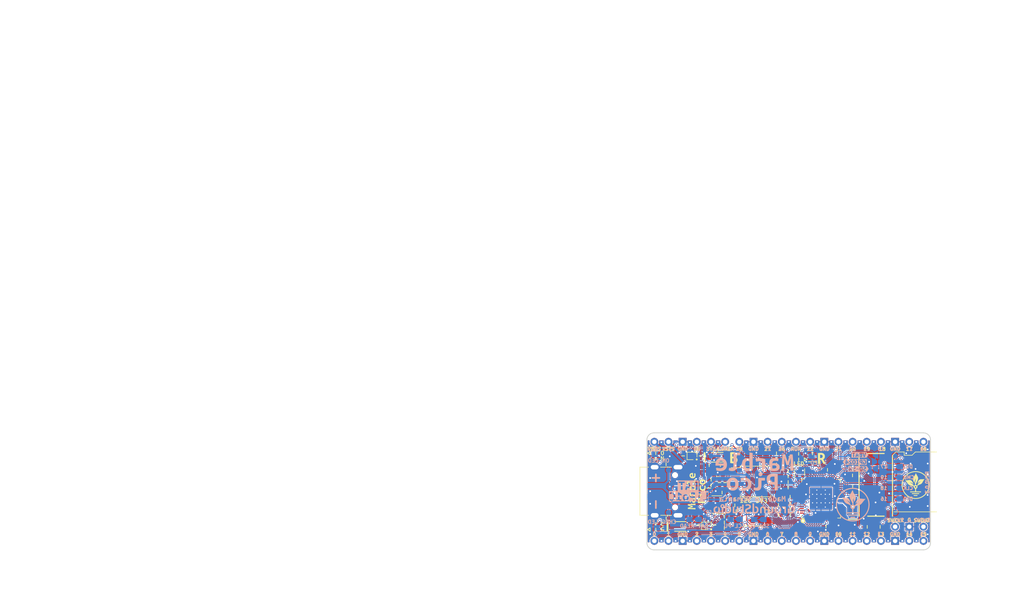
<source format=kicad_pcb>
(kicad_pcb (version 20211014) (generator pcbnew)
  (title_block (title "RLJDMV_GS Marble Pico") (date "2022-12-14") (rev "0.0.3") (company "GroundStudio.ro") (comment 1 "Layout: Victor Nicula"))
  (layers (0 "F.Cu" signal) (31 "B.Cu" signal) (34 "B.Paste" user) (35 "F.Paste" user) (36 "B.SilkS" user "B.Silkscreen") (37 "F.SilkS" user "F.Silkscreen") (38 "B.Mask" user) (39 "F.Mask" user) (44 "Edge.Cuts" user))
  (net 0 "")
  (net 1 "GND")
  (net 2 "+VSYS")
  (net 3 "+3V3")
  (net 4 "RUN")
  (net 5 "+3V3_VREF")
  (net 6 "+1.1V")
  (net 7 "Net-(C12-Pad1)")
  (net 8 "Net-(C15-Pad1)")
  (net 9 "Net-(C22-Pad1)")
  (net 10 "+VBAT")
  (net 11 "+VBUS")
  (net 12 "Net-(D1-Pad2)")
  (net 13 "Net-(D2-Pad1)")
  (net 14 "Net-(D3-Pad1)")
  (net 15 "Net-(D4-Pad1)")
  (net 16 "GPIO25")
  (net 17 "CHRG")
  (net 18 "Net-(IC1-Pad5)")
  (net 19 "Net-(J1-Pad1)")
  (net 20 "GPIO4_SDA")
  (net 21 "Net-(J4-Pad2)")
  (net 22 "GPIO0")
  (net 23 "GPIO1")
  (net 24 "Net-(J3-Pad2)")
  (net 25 "GPIO5_SCL")
  (net 26 "GPIO2")
  (net 27 "GPIO6")
  (net 28 "GPIO7")
  (net 29 "GPIO8")
  (net 30 "GPIO9")
  (net 31 "GPIO10")
  (net 32 "GPIO11")
  (net 33 "GPIO12")
  (net 34 "GPIO13")
  (net 35 "GPIO14")
  (net 36 "GPIO15")
  (net 37 "GPIO3")
  (net 38 "GPIO16_MISO")
  (net 39 "GPIO17_CSn")
  (net 40 "GPIO18_SCK")
  (net 41 "GPIO19_MOSI")
  (net 42 "GPIO26_A0")
  (net 43 "GPIO27_A1")
  (net 44 "GPIO28_A2")
  (net 45 "ADC_VREF")
  (net 46 "3V3_EN")
  (net 47 "SWCLK")
  (net 48 "SWD")
  (net 49 "GPIO23")
  (net 50 "GPIO24")
  (net 51 "GPIO29_A3")
  (net 52 "Net-(R8-Pad2)")
  (net 53 "Net-(R9-Pad1)")
  (net 54 "D-")
  (net 55 "Net-(J11-Pad1)")
  (net 56 "D+")
  (net 57 "QSPI_CSN")
  (net 58 "Net-(U1-Pad20)")
  (net 59 "QSPI_SD3")
  (net 60 "QSPI_SCLK")
  (net 61 "QSPI_SD0")
  (net 62 "QSPI_SD2")
  (net 63 "QSPI_SD1")
  (net 66 "SD_SWITCH")
  (net 67 "Net-(R17-Pad2)")
  (net 68 "Net-(J10-Pad1)")
  (net 69 "Net-(R14-Pad1)")
  (net 70 "Net-(J2-Pad2)")
  (net 71 "Net-(J5-Pad2)")
  (net 72 "GPIO22")
  (net 73 "GPIO20")
  (net 74 "GPIO21")
  (net 75 "Net-(J12-Pad1)")
  (net 76 "Net-(J12-Pad5)")
  (net 77 "Net-(J12-Pad7)")
  (net 78 "Net-(J12-Pad8)")
  (net 79 "Net-(J100-Pad1)")
  (net 80 "Net-(R17-Pad1)")
  (net 81 "Net-(R18-Pad1)")
  (net 82 "Net-(R19-Pad2)")
  (footprint "kibuzzard-639B16C2" (layer "F.Cu") (at 149.893 104.509)
    (fp_text reference "kibuzzard-639B16C2" hide)
    (fp_text value "G***" hide)
  )
  (footprint "GS_Global6:TestPoint" (layer "F.Cu") (at 134.62 106.68)
    (fp_text reference "TP3")
    (fp_text value "CHG")
  )
  (footprint "GS_Global6:R_0402_alt" (layer "F.Cu") (at 132.334 108.712)
    (fp_text reference "R6")
    (fp_text value "R_0402_10k")
  )
  (footprint "GS_Global6:SOT-523" (layer "F.Cu") (at 158.134477 99.460499 90)
    (fp_text reference "Q1")
    (fp_text value "SOT-523_CJE3134K")
  )
  (footprint "kibuzzard-63401226" (layer "F.Cu") (at 146.3414 96.8364)
    (fp_text reference "kibuzzard-63401226" hide)
    (fp_text value "G***" hide)
  )
  (footprint "GS_Global6:R_0402_alt" (layer "F.Cu") (at 144.634 107.431 180)
    (fp_text reference "R3")
    (fp_text value "R_0402_100k")
  )
  (footprint "GS_Global6:C_0402_alt" (layer "F.Cu") (at 156.08 100.19 180)
    (fp_text reference "C15")
    (fp_text value "C_0402_100nF_16V")
  )
  (footprint "gs_branding:GS_Logo2_5x5" (layer "F.Cu") (at 178.93 101.74)
    (fp_text reference "G***" hide)
    (fp_text value "LOGO" hide)
  )
  (footprint "GS_Global6:R_0402_alt" (layer "F.Cu") (at 144.77 101.3 -90)
    (fp_text reference "R19")
    (fp_text value "R_0402_1k")
  )
  (footprint "GS_Global6:FBP1-1-4" (layer "F.Cu") (at 141.4384 109.06 180)
    (fp_text reference "REG1")
    (fp_text value "FBP1-1-4_ME6211C33U4AG-N")
  )
  (footprint "GS_Global6:C_0402_alt" (layer "F.Cu") (at 153.98 98.04)
    (fp_text reference "C20")
    (fp_text value "C_0402_100nF_16V")
  )
  (footprint "GS_Global6:TestPoint" (layer "F.Cu") (at 134.62 99.06)
    (fp_text reference "TP4")
    (fp_text value "VBAT")
  )
  (footprint "GS_Global6:C_0402_alt" (layer "F.Cu") (at 162.87 109.17)
    (fp_text reference "C10")
    (fp_text value "C_0402_100nF_16V")
  )
  (footprint "GS_Global6:TestPoint" (layer "F.Cu") (at 175.26 106.68)
    (fp_text reference "TP101")
    (fp_text value "SD_DAT1")
  )
  (footprint "GS_Global6:Fuse_0805" (layer "F.Cu") (at 143.43 99.5 180)
    (fp_text reference "F1")
    (fp_text value "Fuse_0805_MF-PSMF050X-2")
  )
  (footprint "GS_Global6:C_0402_alt" (layer "F.Cu") (at 156.44 105.02955 180)
    (fp_text reference "C9")
    (fp_text value "C_0402_100nF_16V")
  )
  (footprint "GS_Global6:R_0402_alt" (layer "F.Cu") (at 154.34 105.26955 180)
    (fp_text reference "R18")
    (fp_text value "R_0402_27")
  )
  (footprint "GS_Global6:C_0402_alt" (layer "F.Cu") (at 156.4328 103.83335 180)
    (fp_text reference "C16")
    (fp_text value "C_0402_100nF_16V")
  )
  (footprint "GS_Global6:R_0402_alt" (layer "F.Cu") (at 146.513 105.379 180)
    (fp_text reference "R25")
    (fp_text value "R_0402_200k")
  )
  (footprint "GS_Global6:QFN-56-1EP_7x7mm_P0.4mm_EP4x4mm" (layer "F.Cu") (at 161.98 104.16755 90)
    (fp_text reference "U1")
    (fp_text value "QFN-56-1EP_7x7_P0.4_RP2040")
  )
  (footprint "GS_Global6:R_0402_alt" (layer "F.Cu") (at 141.92 98.18)
    (fp_text reference "R12")
    (fp_text value "R_0402_200")
  )
  (footprint "GS_Global6:R_0402_alt" (layer "F.Cu") (at 154.35 107.13 180)
    (fp_text reference "R1")
    (fp_text value "R_0402_2.2k")
  )
  (footprint "GS_Global6:LED_0402_alt" (layer "F.Cu") (at 132.334 109.728)
    (fp_text reference "D3")
    (fp_text value "LED_0402_GREEN")
  )
  (footprint "GS_Global6:C_0402_alt" (layer "F.Cu") (at 156.46 106.05 180)
    (fp_text reference "C14")
    (fp_text value "C_0402_100nF_16V")
  )
  (footprint "GS_Global6:R_0402_alt" (layer "F.Cu") (at 154.35 104.26955 180)
    (fp_text reference "R14")
    (fp_text value "R_0402_27")
  )
  (footprint "GS_Global6:R_0402_alt" (layer "F.Cu") (at 134.199142 107.694161)
    (fp_text reference "R8")
    (fp_text value "R_0402_5.1k")
  )
  (footprint "GS_Global6:TS342A2P-WZ" (layer "F.Cu") (at 165.6388 96.9694)
    (fp_text reference "SW1")
    (fp_text value "TS342A2P-WZ")
  )
  (footprint "kibuzzard-63401294" (layer "F.Cu") (at 133.52 96.95)
    (fp_text reference "kibuzzard-63401294" hide)
    (fp_text value "G***" hide)
  )
  (footprint "GS_Global6:TS342A2P-WZ" (layer "F.Cu") (at 149.8932 96.8312 180)
    (fp_text reference "SW2")
    (fp_text value "TS342A2P-WZ")
  )
  (footprint "kibuzzard-63401192" (layer "F.Cu") (at 158.01 97.89)
    (fp_text reference "kibuzzard-63401192" hide)
    (fp_text value "G***" hide)
  )
  (footprint "GS_Global6:C_0402_alt" (layer "F.Cu") (at 167.65 103.08)
    (fp_text reference "C8")
    (fp_text value "C_0402_100nF_16V")
  )
  (footprint "GS_Global6:TestPoint" (layer "F.Cu") (at 175.26 96.52)
    (fp_text reference "TP100")
    (fp_text value "SD_DAT2")
  )
  (footprint "GS_Global6:R_0402_alt" (layer "F.Cu") (at 132.33 97.02)
    (fp_text reference "R5")
    (fp_text value "R_0402_1.5k")
  )
  (footprint "GS_Global6:C_0402_alt" (layer "F.Cu") (at 144.23 103.09 180)
    (fp_text reference "C24")
    (fp_text value "C_0402_10uF_10V")
  )
  (footprint "GS_Global6:R_0402_alt" (layer "F.Cu") (at 156.46 96.64 90)
    (fp_text reference "R22")
    (fp_text value "R_0402_100k")
  )
  (footprint "GS_Global6:SH__1x04_P1.00mm_Vertical" (layer "F.Cu") (at 149.74 108)
    (fp_text reference "J6")
    (fp_text value "SH_1x04_P1.0_V")
  )
  (footprint "kibuzzard-634012BF" (layer "F.Cu") (at 133.55 109.66)
    (fp_text reference "kibuzzard-634012BF" hide)
    (fp_text value "G***" hide)
  )
  (footprint "GS_Global6:R_0402_alt" (layer "F.Cu") (at 157.96 96.14 180)
    (fp_text reference "R7")
    (fp_text value "R_0402_5.1k")
  )
  (footprint "GS_Global6:C_0402_alt" (layer "F.Cu") (at 140.3602 96.51 90)
    (fp_text reference "C5")
    (fp_text value "C_0402_1uF_10V")
  )
  (footprint "GS_Global6:C_0402_alt" (layer "F.Cu") (at 160.93 97.57 90)
    (fp_text reference "C21")
    (fp_text value "C_0402_100nF_16V")
  )
  (footprint "GS_Global6:C_0402_alt" (layer "F.Cu") (at 170.260739 109.25)
    (fp_text reference "C19")
    (fp_text value "C_0402_100nF_16V")
  )
  (footprint "GS_Global6:TestPoint" (layer "F.Cu") (at 147.32 99.06)
    (fp_text reference "TP2")
    (fp_text value "BOOT")
  )
  (footprint "GS_Global6:C_0402_alt" (layer "F.Cu") (at 137.24 96.51 -90)
    (fp_text reference "C4")
    (fp_text value "C_0402_1uF_10V")
  )
  (footprint "GS_Global6:R_0402_alt" (layer "F.Cu") (at 153.98 96.04)
    (fp_text reference "R11")
    (fp_text value "R_0402_100k")
  )
  (footprint "GS_Global6:R_0402_alt" (layer "F.Cu") (at 142.27 100.79)
    (fp_text reference "R21")
    (fp_text value "R_0402_100k")
  )
  (footprint "GS_Global6:C_0402_alt" (layer "F.Cu") (at 142.269 101.792)
    (fp_text reference "C23")
    (fp_text value "C_0402_1uF_10V")
  )
  (footprint "GS_Global6:FBP1-1-4" (layer "F.Cu") (at 138.8362 96.517273 180)
    (fp_text reference "REG2")
    (fp_text value "FBP1-1-4_ME6211C33U4AG-N")
  )
  (footprint "GS_Global6:SOD-123" (layer "F.Cu") (at 136.7282 109.1692)
    (fp_text reference "D5")
    (fp_text value "SOD-123_B0520LW")
  )
  (footprint "kibuzzard-63401212" (layer "F.Cu") (at 162.1088 96.9518)
    (fp_text reference "kibuzzard-63401212" hide)
    (fp_text value "G***" hide)
  )
  (footprint "GS_Global6:R_0402_alt" (layer "F.Cu") (at 144.632 109.438)
    (fp_text reference "R2")
    (fp_text value "R_0402_2.2k")
  )
  (footprint "GS_Global6:R_0402_alt" (layer "F.Cu") (at 143.77 101.3 -90)
    (fp_text reference "R10")
    (fp_text value "R_0402_200k")
  )
  (footprint "GS_Global6:C_0402_alt" (layer "F.Cu") (at 156.08 101.19 180)
    (fp_text reference "C17")
    (fp_text value "C_0402_1uF_10V")
  )
  (footprint "GS_Global6:C_0402_alt" (layer "F.Cu") (at 156.08 102.19 180)
    (fp_text reference "C18")
    (fp_text value "C_0402_1uF_10V")
  )
  (footprint "GS_Global6:C_0402_alt" (layer "F.Cu") (at 153.98 97.04)
    (fp_text reference "C12")
    (fp_text value "C_0402_1nF_50V")
  )
  (footprint "GS_Global6:R_0402_alt" (layer "F.Cu") (at 134.188368 98.027634 180)
    (fp_text reference "R9")
    (fp_text value "R_0402_5.1k")
  )
  (footprint "GS_Global6:SOD-123" (layer "F.Cu") (at 143.377525 96.756889)
    (fp_text reference "D1")
    (fp_text value "SOD-123_B0520LW")
  )
  (footprint "GS_Global6:LED_0402_alt" (layer "F.Cu") (at 157.97 97.14 180)
    (fp_text reference "D4")
    (fp_text value "LED_0402_GREEN")
  )
  (footprint "GS_Global6:Resonator_SMD_muRata_CSTxExxG-3Pin_3.2x1.3mm" (layer "F.Cu") (at 167.672 106.25 90)
    (fp_text reference "Y1")
    (fp_text value "RSN_3P_3.2x1.3_CSTNE12")
  )
  (footprint "GS_Global6:C_0402_alt" (layer "F.Cu") (at 163.13 99.01)
    (fp_text reference "C6")
    (fp_text value "C_0402_100nF_16V")
  )
  (footprint "GS_Global6:C_0402_alt" (layer "F.Cu") (at 156.08 99.19 180)
    (fp_text reference "C7")
    (fp_text value "C_0402_100nF_16V")
  )
  (footprint "kibuzzard-632C0BB6" (layer "F.Cu") (at 138.700075 102.833541 90)
    (fp_text reference "kibuzzard-632C0BB6" hide)
    (fp_text value "G***" hide)
  )
  (footprint "GS_Global6:C_0402_alt" (layer "F.Cu") (at 142.889945 108.919857 90)
    (fp_text reference "C2")
    (fp_text value "C_0402_1uF_10V")
  )
  (footprint "GS_Global6:LED_0402_alt" (layer "F.Cu") (at 132.334 96.012)
    (fp_text reference "D2")
    (fp_text value "LED_0402_RED")
  )
  (footprint "GS_Global6:SOIC-8_5.275x5.275mm_P1.27mm" (layer "F.Cu") (at 150.23 101.1)
    (fp_text reference "U2")
    (fp_text value "SOIC-8_5.275x5.275_W25Q64JV")
  )
  (footprint "GS_Global6:USB_C_C167321" (layer "F.Cu") (at 133.19185 102.84968 -90)
    (fp_text reference "USB1")
    (fp_text value "USB_C_FULL")
  )
  (footprint "GS_Global6:TF-018" (layer "F.Cu") (at 171.78999 101.700521 90)
    (fp_text reference "J12")
    (fp_text value "TF-018_microSD")
  )
  (footprint "GS_Global6:C_0402_alt" (layer "F.Cu") (at 139.9144 108.9146 -90)
    (fp_text reference "C1")
    (fp_text value "C_0402_1uF_10V")
  )
  (footprint "GS_Global6:TestPoint" (layer "F.Cu") (at 142.24 96.52)
    (fp_text reference "TP1")
    (fp_text value "FUSE")
  )
  (footprint "GS_Global6:C_0402_alt" (layer "F.Cu") (at 167.64 99 180)
    (fp_text reference "C3")
    (fp_text value "C_0402_1uF_10V")
  )
  (footprint "GS_Global6:SOT-883" (layer "F.Cu") (at 141.854 102.997 -90)
    (fp_text reference "Q2")
    (fp_text value "SOT-883 LP0404N3T5G")
  )
  (footprint "GS_Global6:R_0402_alt" (layer "F.Cu") (at 146.515935 104.376994)
    (fp_text reference "R23")
    (fp_text value "R_0402_100k")
  )
  (footprint "GS_Global6:C_0402_alt" (layer "F.Cu") (at 156.46 107.12 180)
    (fp_text reference "C13")
    (fp_text value "C_0402_100nF_16V")
  )
  (footprint "GS_Global6:R_0402_alt" (layer "F.Cu") (at 167.62 100.01 180)
    (fp_text reference "R4")
    (fp_text value "R_0402_10k")
  )
  (footprint "GS_Global6:C_0402_alt" (layer "F.Cu") (at 159.93 97.56 90)
    (fp_text reference "C22")
    (fp_text value "C_0402_100nF_16V")
  )
  (footprint "GS_Global6:R_0402_alt" (layer "F.Cu") (at 144.632 108.437 180)
    (fp_text reference "R26")
    (fp_text value "R_0402_3.3k")
  )
  (footprint "GS_Global6:C_0402_alt" (layer "F.Cu") (at 167.65 102.0258)
    (fp_text reference "C11")
    (fp_text value "C_0402_100nF_16V")
  )
  (footprint "GS_Global6:R_0402_alt" (layer "F.Cu") (at 172.580739 109.25 180)
    (fp_text reference "R20")
    (fp_text value "R_0402_100k")
  )
  (footprint "kibuzzard-63401276" (layer "F.Cu") (at 133.53 95.99)
    (fp_text reference "kibuzzard-63401276" hide)
    (fp_text value "G***" hide)
  )
  (footprint "kibuzzard-632C0BC8" (layer "F.Cu") (at 140.510075 102.843541 90)
    (fp_text reference "kibuzzard-632C0BC8" hide)
    (fp_text value "G***" hide)
  )
  (footprint "kibuzzard-634012B7" (layer "F.Cu") (at 133.55 108.71)
    (fp_text reference "kibuzzard-634012B7" hide)
    (fp_text value "G***" hide)
  )
  (footprint "GS_Global6:SOT-23-5" (layer "F.Cu") (at 143.301 105.274 180)
    (fp_text reference "IC1")
    (fp_text value "SOT23-5_TP4065-4.2V")
  )
  (footprint "GS_Global6:R_0402_alt" (layer "F.Cu") (at 143.92 98.17)
    (fp_text reference "R13")
    (fp_text value "R_0402_1")
  )
  (footprint "GS_Global6:R_0402_alt" (layer "F.Cu") (at 167.64247 104.142161)
    (fp_text reference "R17")
    (fp_text value "R_0402_1k")
  )
  (footprint "GS_Global6:R_0402_alt" (layer "F.Cu") (at 160.43 96.05 180)
    (fp_text reference "R24")
    (fp_text value "R_0402_200k")
  )
  (footprint "kibuzzard-634014D4" (layer "B.Cu") (at 133.4551 108.32755 180)
    (fp_text reference "kibuzzard-634014D4" hide)
    (fp_text value "G***" hide)
  )
  (footprint "GS_Global6:SolderJumper_NC" (layer "B.Cu") (at 146.54 107.89 180)
    (fp_text reference "J2")
    (fp_text value "SolderJumper_NC")
  )
  (footprint "kibuzzard-6340242C" (layer "B.Cu") (at 150.8251 109.07755 180)
    (fp_text reference "kibuzzard-6340242C" hide)
    (fp_text value "G***" hide)
  )
  (footprint "GS_Global6:SolderJumper_NC" (layer "B.Cu") (at 132.9651 96.21755 180)
    (fp_text reference "J3")
    (fp_text value "SolderJumper_NC")
  )
  (footprint "kibuzzard-634022BB" (layer "B.Cu") (at 168.02 97.61 180)
    (fp_text reference "kibuzzard-634022BB" hide)
    (fp_text value "G***" hide)
  )
  (footprint "GS_Global6:PinHeader_1x20_P2.54mm_Vertical_Male" (layer "B.Cu") (at 132.08 111.76 -90)
    (fp_text reference "J7")
    (fp_text value "Conn_01x20")
  )
  (footprint "GS_Global6:SolderJumper_NC" (layer "B.Cu") (at 150.81 107.92 180)
    (fp_text reference "J1")
    (fp_text value "SolderJumper_NC")
  )
  (footprint "GS_Global6:SolderJumper_NC" (layer "B.Cu") (at 175.26 102.3 180)
    (fp_text reference "J13")
    (fp_text value "SolderJumper_NC")
  )
  (footprint "kibuzzard-639AEA0F" (layer "B.Cu") (at 139.202 109.055124 180)
    (fp_text reference "kibuzzard-639AEA0F" hide)
    (fp_text value "G***" hide)
  )
  (footprint "kibuzzard-6340151A" (layer "B.Cu") (at 132.8551 97.31755 180)
    (fp_text reference "kibuzzard-6340151A" hide)
    (fp_text value "G***" hide)
  )
  (footprint "GS_Global6:SolderJumper_NC" (layer "B.Cu") (at 161.093762 96.54 180)
    (fp_text reference "J5")
    (fp_text value "SolderJumper_NC")
  )
  (footprint "kibuzzard-63402571" (layer "B.Cu") (at 150.0451 97.55755 180)
    (fp_text reference "kibuzzard-63402571" hide)
    (fp_text value "G***" hide)
  )
  (footprint "GS_Global6:SolderJumper_NC" (layer "B.Cu") (at 133.3351 109.41755 180)
    (fp_text reference "J4")
    (fp_text value "SolderJumper_NC")
  )
  (footprint "GS_Global6:SolderJumper_DUAL_NC_1-3" (layer "B.Cu") (at 171.62 97.56 90)
    (fp_text reference "J17")
    (fp_text value "SolderJumper_DUAL_NC_1-3")
  )
  (footprint "GS_Global6:PinHeader_1x20_P2.54mm_Vertical_Male" (layer "B.Cu") (at 180.34 93.98 90)
    (fp_text reference "J8")
    (fp_text value "Conn_01x20")
  )
  (footprint "gs_branding:GS_GroundStudio_14.6x1.8" (layer "B.Cu") (at 150.0051 105.91755 180)
    (fp_text reference "G***" hide)
    (fp_text value "LOGO" hide)
  )
  (footprint "kibuzzard-63497F21" (layer "B.Cu") (at 138.2551 103.74755 180)
    (fp_text reference "kibuzzard-63497F21" hide)
    (fp_text value "G***" hide)
  )
  (footprint "gs_branding:GS_Logo2_6x6" (layer "B.Cu") (at 167.658967 105.258156 180)
    (fp_text reference "G***" hide)
    (fp_text value "LOGO" hide)
  )
  (footprint "kibuzzard-6340179C" (layer "B.Cu") (at 149.7251 104.14755 180)
    (fp_text reference "kibuzzard-6340179C" hide)
    (fp_text value "G***" hide)
  )
  (footprint "GS_Global6:PH__1x02_P2.00mm_Horizontal" (layer "B.Cu") (at 132.50605 102.84968 -90)
    (fp_text reference "X1")
    (fp_text value "PH__1x02_P2.0_H")
  )
  (footprint "GS_Global6:PinHeader_1x03_P2.54mm_Vertical_Male" (layer "B.Cu") (at 175.26 109.22 -90)
    (fp_text reference "J14")
    (fp_text value "Conn_01x03")
  )
  (footprint "kibuzzard-63402330" (layer "B.Cu") (at 168.69 98.83 180)
    (fp_text reference "kibuzzard-63402330" hide)
    (fp_text value "G***" hide)
  )
  (footprint "GS_Global6:SolderJumper_NC" (layer "B.Cu") (at 175.26 98.44 180)
    (fp_text reference "J10")
    (fp_text value "SolderJumper_NC")
  )
  (footprint "GS_Global6:SolderJumper_NC" (layer "B.Cu") (at 175.26 100.37 180)
    (fp_text reference "J11")
    (fp_text value "SolderJumper_NC")
  )
  (footprint "kibuzzard-6340246F" (layer "B.Cu") (at 161.02 97.74 180)
    (fp_text reference "kibuzzard-6340246F" hide)
    (fp_text value "G***" hide)
  )
  (footprint "kibuzzard-63402583" (layer "B.Cu") (at 149.6451 101.08755 180)
    (fp_text reference "kibuzzard-63402583" hide)
    (fp_text value "G***" hide)
  )
  (footprint "kibuzzard-6340261C" (layer "B.Cu") (at 138.14 101.86 180)
    (fp_text reference "kibuzzard-6340261C" hide)
    (fp_text value "G***" hide)
  )
  (footprint "GS_Global6:SolderJumper_NC" (layer "B.Cu") (at 175.26 104.23 180)
    (fp_text reference "J15")
    (fp_text value "SolderJumper_NC")
  )
  (footprint "kibuzzard-6340244C" (layer "B.Cu") (at 146.4651 109.05755 180)
    (fp_text reference "kibuzzard-6340244C" hide)
    (fp_text value "G***" hide)
  )
  (footprint "GS_Global6:SolderJumper_NC_Default" (layer "B.Cu") (at 139.202 107.89 180)
    (fp_text reference "J100")
    (fp_text value "SolderJumper_NC")
  )
  (footprint "gs_branding:GS_.ro_1.2x0.6" (layer "B.Cu") (at 141.9751 106.50755 180)
    (fp_text reference "G***" hide)
    (fp_text value "LOGO" hide)
  )
  (footprint "kibuzzard-634022DD" (layer "B.Cu") (at 168.95 96.32 180)
    (fp_text reference "kibuzzard-634022DD" hide)
    (fp_text value "G***" hide)
  )
  (gr_line (start 130.75 112.1) (end 130.75 93.64) (layer "Edge.Cuts") (width 0.1524))
  (gr_line (start 181.61 93.64) (end 181.61 112.1) (layer "Edge.Cuts") (width 0.1524))
  (gr_line (start 180.34 113.37) (end 132.02 113.37) (layer "Edge.Cuts") (width 0.1524))
  (gr_line (start 132.02 92.37) (end 180.339999 92.369999) (layer "Edge.Cuts") (width 0.1524))
  (gr_arc (start 180.339999 92.369999) (mid 181.238025 92.741974) (end 181.61 93.64) (layer "Edge.Cuts") (width 0.1524))
  (gr_arc (start 132.02 113.37) (mid 131.121975 112.998025) (end 130.75 112.1) (layer "Edge.Cuts") (width 0.1524))
  (gr_arc (start 181.61 112.1) (mid 181.238025 112.998025) (end 180.34 113.37) (layer "Edge.Cuts") (width 0.1524))
  (gr_arc (start 130.75 93.64) (mid 131.121974 92.741974) (end 132.02 92.37) (layer "Edge.Cuts") (width 0.1524))
  (gr_text "9" (at 160.030001 110.54) (layer "B.SilkS") (effects (font (size 0.6096 0.6096) (thickness 0.1524)) (justify mirror)))
  (gr_text "VBUS" (at 132.1 95.26) (layer "B.SilkS") (effects (font (size 0.6096 0.6096) (thickness 0.1524)) (justify mirror)))
  (gr_text "28" (at 147.34 95.26) (layer "B.SilkS") (effects (font (size 0.6096 0.6096) (thickness 0.1524)) (justify mirror)))
  (gr_text "G" (at 177.8 108.030333) (layer "B.SilkS") (effects (font (size 0.6096 0.6096) (thickness 0.1524)) (justify mirror)))
  (gr_text "GND" (at 137.18 95.2722) (layer "B.SilkS") (effects (font (size 0.6096 0.6096) (thickness 0.1524)) (justify mirror)))
  (gr_text "13" (at 172.73 110.54) (layer "B.SilkS") (effects (font (size 0.6096 0.6096) (thickness 0.1524)) (justify mirror)))
  (gr_text "SWCLK" (at 175.348715 108.030333) (layer "B.SilkS") (effects (font (size 0.6096 0.6096) (thickness 0.1524)) (justify mirror)))
  (gr_text "0" (at 132.090001 110.54) (layer "B.SilkS") (effects (font (size 0.6096 0.6096) (thickness 0.1524)) (justify mirror)))
  (gr_text "DT0" (at 176.666831 104.23) (layer "B.SilkS") (effects (font (size 0.6096 0.6096) (thickness 0.1524)) (justify right mirror)))
  (gr_text "22" (at 160.04 95.26) (layer "B.SilkS") (effects (font (size 0.6096 0.6096) (thickness 0.1524)) (justify mirror)))
  (gr_text "26" (at 154.96 95.26) (layer "B.SilkS") (effects (font (size 0.6096 0.6096) (thickness 0.1524)) (justify mirror)))
  (gr_text "14" (at 177.810001 110.54) (layer "B.SilkS") (effects (font (size 0.6096 0.6096) (thickness 0.1524)) (justify mirror)))
  (gr_text "GND" (at 149.88 95.2722) (layer "B.SilkS") (effects (font (size 0.6096 0.6096) (thickness 0.1524)) (justify mirror)))
  (gr_text "16" (at 180.36 95.26) (layer "B.SilkS") (effects (font (size 0.6096 0.6096) (thickness 0.1524)) (justify mirror)))
  (gr_text "EN" (at 139.72 95.26) (layer "B.SilkS") (effects (font (size 0.6096 0.6096) (thickness 0.1524)) (justify mirror)))
  (gr_text "8" (at 157.490001 110.54) (layer "B.SilkS") (effects (font (size 0.6096 0.6096) (thickness 0.1524)) (justify mirror)))
  (gr_text "17" (at 173.920247 98.44) (layer "B.SilkS") (effects (font (size 0.6096 0.6096) (thickness 0.1524)) (justify left mirror)))
  (gr_text "2" (at 139.71 110.54) (layer "B.SilkS") (effects (font (size 0.6096 0.6096) (thickness 0.1524)) (justify mirror)))
  (gr_text "CMD" (at 176.67 100.37) (layer "B.SilkS") (effects (font (size 0.6096 0.6096) (thickness 0.1524)) (justify right mirror)))
  (gr_text "27" (at 152.42 95.26) (layer "B.SilkS") (effects (font (size 0.6096 0.6096) (thickness 0.1524)) (justify mirror)))
  (gr_text "18" (at 172.74 95.26) (layer "B.SilkS") (effects (font (size 0.6096 0.6096) (thickness 0.1524)) (justify mirror)))
  (gr_text "3" (at 142.250001 110.54) (layer "B.SilkS") (effects (font (size 0.6096 0.6096) (thickness 0.1524)) (justify mirror)))
  (gr_text "19" (at 170.2 95.26) (layer "B.SilkS") (effects (font (size 0.6096 0.6096) (thickness 0.1524)) (justify mirror)))
  (gr_text "REV0.0.3" (at 181.0258 101.2698 90) (layer "B.SilkS") (effects (font (size 0.6096 0.6096) (thickness 0.1524)) (justify mirror)))
  (gr_text "5" (at 147.330001 110.54) (layer "B.SilkS") (effects (font (size 0.6096 0.6096) (thickness 0.1524)) (justify mirror)))
  (gr_text "19" (at 173.9268 100.37) (layer "B.SilkS") (effects (font (size 0.6096 0.6096) (thickness 0.1524)) (justify left mirror)))
  (gr_text "15" (at 180.350001 110.54) (layer "B.SilkS") (effects (font (size 0.6096 0.6096) (thickness 0.1524)) (justify mirror)))
  (gr_text "VSYS" (at 134.64 95.26) (layer "B.SilkS") (effects (font (size 0.6096 0.6096) (thickness 0.1524)) (justify mirror)))
  (gr_text "CLK" (at 176.641478 102.3) (layer "B.SilkS") (effects (font (size 0.6096 0.6096) (thickness 0.1524)) (justify right mirror)))
  (gr_text "6" (at 152.410002 110.54) (layer "B.SilkS") (effects (font (size 0.6096 0.6096) (thickness 0.1524)) (justify mirror)))
  (gr_text "18" (at 173.898278 102.3) (layer "B.SilkS") (effects (font (size 0.6096 0.6096) (thickness 0.1524)) (justify left mirror)))
  (gr_text "11" (at 167.650001 110.54) (layer "B.SilkS") (effects (font (size 0.6096 0.6096) (thickness 0.1524)) (justify mirror)))
  (gr_text "GND" (at 162.57 110.54) (layer "B.SilkS") (effects (font (size 0.6096 0.6096) (thickness 0.1524)) (justify mirror)))
  (gr_text "DT3" (at 176.663447 98.44) (layer "B.SilkS") (effects (font (size 0.6096 0.6096) (thickness 0.1524)) (justify right mirror)))
  (gr_text "RUN" (at 157.5 95.26) (layer "B.SilkS") (effects (font (size 0.6096 0.6096) (thickness 0.1524)) (justify mirror)))
  (gr_text "GND" (at 175.26695 110.54) (layer "B.SilkS") (effects (font (size 0.6096 0.6096) (thickness 0.1524)) (justify mirror)))
  (gr_text "21" (at 165.12 95.26) (layer "B.SilkS") (effects (font (size 0.6096 0.6096) (thickness 0.1524)) (justify mirror)))
  (gr_text "1" (at 134.630001 110.54) (layer "B.SilkS") (effects (font (size 0.6096 0.6096) (thickness 0.1524)) (justify mirror)))
  (gr_text "3V3" (at 142.26 95.26) (layer "B.SilkS") (effects (font (size 0.6096 0.6096) (thickness 0.1524)) (justify mirror)))
  (gr_text "16" (at 173.923631 104.23) (layer "B.SilkS") (effects (font (size 0.6096 0.6096) (thickness 0.1524)) (justify left mirror)))
  (gr_text "GND" (at 162.58 95.2722) (layer "B.SilkS") (effects (font (size 0.6096 0.6096) (thickness 0.1524)) (justify mirror)))
  (gr_text "17" (at 177.82 95.26) (layer "B.SilkS") (effects (font (size 0.6096 0.6096) (thickness 0.1524)) (justify mirror)))
  (gr_text "A.VREF" (at 144.8 95.26) (layer "B.SilkS") (effects (font (size 0.6096 0.6096) (thickness 0.1524)) (justify mirror)))
  (gr_text "4" (at 144.790001 110.54) (layer "B.SilkS") (effects (font (size 0.6096 0.6096) (thickness 0.1524)) (justify mirror)))
  (gr_text "10" (at 165.110001 110.54) (layer "B.SilkS") (effects (font (size 0.6096 0.6096) (thickness 0.1524)) (justify mirror)))
  (gr_text "20" (at 167.66 95.26) (layer "B.SilkS") (effects (font (size 0.6096 0.6096) (thickness 0.1524)) (justify mirror)))
  (gr_text "GND" (at 149.870001 110.54) (layer "B.SilkS") (effects (font (size 0.6096 0.6096) (thickness 0.1524)) (justify mirror)))
  (gr_text "12" (at 170.190001 110.54) (layer "B.SilkS") (effects (font (size 0.6096 0.6096) (thickness 0.1524)) (justify mirror)))
  (gr_text "7" (at 154.950001 110.54) (layer "B.SilkS") (effects (font (size 0.6096 0.6096) (thickness 0.1524)) (justify mirror)))
  (gr_text "SWDIO" (at 180.130285 108.025659) (layer "B.SilkS") (effects (font (size 0.6096 0.6096) (thickness 0.1524)) (justify mirror)))
  (gr_text "GND" (at 175.28 95.2722) (layer "B.SilkS") (effects (font (size 0.6096 0.6096) (thickness 0.1524)) (justify mirror)))
  (gr_text "GND" (at 137.170001 110.54) (layer "B.SilkS") (effects (font (size 0.6096 0.6096) (thickness 0.1524)) (justify mirror)))
  (gr_text "26" (at 154.94 95.27) (layer "F.SilkS") (effects (font (size 0.6096 0.6096) (thickness 0.1524))))
  (gr_text "8" (at 157.47 110.58) (layer "F.SilkS") (effects (font (size 0.6096 0.6096) (thickness 0.1524))))
  (gr_text "12" (at 170.17 110.58) (layer "F.SilkS") (effects (font (size 0.6096 0.6096) (thickness 0.1524))))
  (gr_text "3" (at 142.23 110.58) (layer "F.SilkS") (effects (font (size 0.6096 0.6096) (thickness 0.1524))))
  (gr_text "GND" (at 149.86 95.2578) (layer "F.SilkS") (effects (font (size 0.6096 0.6096) (thickness 0.1524))))
  (gr_text "16" (at 180.34 95.27) (layer "F.SilkS") (effects (font (size 0.6096 0.6096) (thickness 0.1524))))
  (gr_text "18" (at 172.96 95.29) (layer "F.SilkS") (effects (font (size 0.6096 0.6096) (thickness 0.1524))))
  (gr_text "G" (at 177.795325 108.024785) (layer "F.SilkS") (effects (font (size 0.6096 0.6096) (thickness 0.1524))))
  (gr_text "A.VREF" (at 144.78 95.27) (layer "F.SilkS") (effects (font (size 0.6096 0.6096) (thickness 0.1524))))
  (gr_text "14" (at 177.79 110.58) (layer "F.SilkS") (effects (font (size 0.6096 0.6096) (thickness 0.1524))))
  (gr_text "20" (at 167.64 95.27) (layer "F.SilkS") (effects (font (size 0.6096 0.6096) (thickness 0.1524))))
  (gr_text "11" (at 167.63 110.58) (layer "F.SilkS") (effects (font (size 0.6096 0.6096) (thickness 0.1524))))
  (gr_text "28" (at 147.32 95.27) (layer "F.SilkS") (effects (font (size 0.6096 0.6096) (thickness 0.1524))))
  (gr_text "GND" (at 175.26 95.2578) (layer "F.SilkS") (effects (font (size 0.6096 0.6096) (thickness 0.1524))))
  (gr_text "21" (at 165.1 95.27) (layer "F.SilkS") (effects (font (size 0.6096 0.6096) (thickness 0.1524))))
  (gr_text "22" (at 160.02 95.27) (layer "F.SilkS") (effects (font (size 0.6096 0.6096) (thickness 0.1524))))
  (gr_text "4" (at 144.77 110.58) (layer "F.SilkS") (effects (font (size 0.6096 0.6096) (thickness 0.1524))))
  (gr_text "SWDIO" (at 180 108.1) (layer "F.SilkS") (effects (font (size 0.6096 0.6096) (thickness 0.1524))))
  (gr_text "GND" (at 137.16 95.2578) (layer "F.SilkS") (effects (font (size 0.6096 0.6096) (thickness 0.1524))))
  (gr_text "VSYS" (at 134.62 95.27) (layer "F.SilkS") (effects (font (size 0.6096 0.6096) (thickness 0.1524))))
  (gr_text "GND" (at 162.55 110.58) (layer "F.SilkS") (effects (font (size 0.6096 0.6096) (thickness 0.1524))))
  (gr_text "5" (at 147.31 110.58) (layer "F.SilkS") (effects (font (size 0.6096 0.6096) (thickness 0.1524))))
  (gr_text "1" (at 134.61 110.58) (layer "F.SilkS") (effects (font (size 0.6096 0.6096) (thickness 0.1524))))
  (gr_text "19" (at 170.18 95.27) (layer "F.SilkS") (effects (font (size 0.6096 0.6096) (thickness 0.1524))))
  (gr_text "17" (at 177.8 95.27) (layer "F.SilkS") (effects (font (size 0.6096 0.6096) (thickness 0.1524))))
  (gr_text "RUN" (at 157.48 95.27) (layer "F.SilkS") (effects (font (size 0.6096 0.6096) (thickness 0.1524))))
  (gr_text "GND" (at 175.246949 110.58) (layer "F.SilkS") (effects (font (size 0.6096 0.6096) (thickness 0.1524))))
  (gr_text "10" (at 165.09 110.58) (layer "F.SilkS") (effects (font (size 0.6096 0.6096) (thickness 0.1524))))
  (gr_text "7" (at 154.93 110.58) (layer "F.SilkS") (effects (font (size 0.6096 0.6096) (thickness 0.1524))))
  (gr_text "SWCLK" (at 175.34843 108.085326) (layer "F.SilkS") (effects (font (size 0.6096 0.6096) (thickness 0.1524))))
  (gr_text "2" (at 139.69 110.58) (layer "F.SilkS") (effects (font (size 0.6096 0.6096) (thickness 0.1524))))
  (gr_text "27" (at 152.4 95.27) (layer "F.SilkS") (effects (font (size 0.6096 0.6096) (thickness 0.1524))))
  (gr_text "VBUS" (at 132.08 95.27) (layer "F.SilkS") (effects (font (size 0.6096 0.6096) (thickness 0.1524))))
  (gr_text "GND" (at 149.85 110.58) (layer "F.SilkS") (effects (font (size 0.6096 0.6096) (thickness 0.1524))))
  (gr_text "0" (at 132.07 110.58) (layer "F.SilkS") (effects (font (size 0.6096 0.6096) (thickness 0.1524))))
  (gr_text "9" (at 160.01 110.58) (layer "F.SilkS") (effects (font (size 0.6096 0.6096) (thickness 0.1524))))
  (gr_text "EN" (at 139.7 95.27) (layer "F.SilkS") (effects (font (size 0.6096 0.6096) (thickness 0.1524))))
  (gr_text "6" (at 152.39 110.58) (layer "F.SilkS") (effects (font (size 0.6096 0.6096) (thickness 0.1524))))
  (gr_text "15" (at 180.33 110.58) (layer "F.SilkS") (effects (font (size 0.6096 0.6096) (thickness 0.1524))))
  (gr_text "GND" (at 137.15 110.58) (layer "F.SilkS") (effects (font (size 0.6096 0.6096) (thickness 0.1524))))
  (gr_text "13" (at 172.71 110.58) (layer "F.SilkS") (effects (font (size 0.6096 0.6096) (thickness 0.1524))))
  (gr_text "GND" (at 162.56 95.2578) (layer "F.SilkS") (effects (font (size 0.6096 0.6096) (thickness 0.1524))))
  (gr_text "3V3" (at 142.24 95.27) (layer "F.SilkS") (effects (font (size 0.6096 0.6096) (thickness 0.1524))))
  (segment (start 140.941329 107.402671) (end 139.9144 108.4296) (width 0.175857) (layer "F.Cu") (net 1))
  (segment (start 162.82 109.73) (end 163.355 109.195) (width 0.175857) (layer "F.Cu") (net 1))
  (segment (start 141.773503 108.144817) (end 142.063543 108.434857) (width 0.175857) (layer "F.Cu") (net 1))
  (segment (start 154.981838 102.19) (end 155.595 102.19) (width 0.2) (layer "F.Cu") (net 1))
  (segment (start 155.955 106.03) (end 155.975 106.05) (width 0.175857) (layer "F.Cu") (net 1))
  (segment (start 141.4384 109.06) (end 141.7884 108.71) (width 0.175857) (layer "F.Cu") (net 1))
  (segment (start 143.475 102.82) (end 143.745 103.09) (width 0.175857) (layer "F.Cu") (net 1))
  (segment (start 141.7446 108.144817) (end 141.773503 108.144817) (width 0.175857) (layer "F.Cu") (net 1))
  (segment (start 155.292 106.712) (end 155.7 107.12) (width 0.175857) (layer "F.Cu") (net 1))
  (segment (start 155.292 105.88) (end 155.292 106.712) (width 0.175857) (layer "F.Cu") (net 1))
  (segment (start 163.355 109.195) (end 163.355 109.17) (width 0.175857) (layer "F.Cu") (net 1))
  (segment (start 138.8362 96.517273) (end 139.1862 96.167273) (width 0.175857) (layer "F.Cu") (net 1))
  (segment (start 137.555181 96.025) (end 137.24 96.025) (width 0.175857) (layer "F.Cu") (net 1))
  (segment (start 155.9478 105.02235) (end 155.955 105.02955) (width 0.175857) (layer "F.Cu") (net 1))
  (segment (start 143.09 102.82) (end 143.475 102.82) (width 0.175857) (layer "F.Cu") (net 1))
  (segment (start 155.9478 103.83335) (end 155.9478 105.02235) (width 0.175857) (layer "F.Cu") (net 1))
  (segment (start 143.745 103.26765) (end 143.03 103.98265) (width 0.175857) (layer "F.Cu") (net 1))
  (segment (start 138.85 95.7) (end 138.85 95.831073) (width 0.175857) (layer "F.Cu") (net 1))
  (segment (start 138.85 95.831073) (end 139.1862 96.167273) (width 0.175857) (layer "F.Cu") (net 1))
  (segment (start 154.801837 102.370001) (end 154.981838 102.19) (width 0.2) (layer "F.Cu") (net 1))
  (segment (start 155.975 106.05) (end 155.975 107.12) (width 0.175857) (layer "F.Cu") (net 1))
  (segment (start 142.889945 108.434857) (end 142.063543 108.434857) (width 0.175857) (layer "F.Cu") (net 1))
  (segment (start 143.03 103.98265) (end 143.03 104.97) (width 0.175857) (layer "F.Cu") (net 1))
  (segment (start 142.063543 108.434857) (end 141.7884 108.71) (width 0.175857) (layer "F.Cu") (net 1))
  (segment (start 155.595 101.19) (end 155.595 102.19) (width 0.175857) (layer "F.Cu") (net 1))
  (segment (start 155.7 107.12) (end 155.975 107.12) (width 0.175857) (layer "F.Cu") (net 1))
  (segment (start 155.595 99.19) (end 155.595 100.19) (width 0.175857) (layer "F.Cu") (net 1))
  (segment (start 143.03 104.97) (end 143.334 105.274) (width 0.175857) (layer "F.Cu") (net 1))
  (segment (start 155.595 101.19) (end 155.595 100.19) (width 0.2) (layer "F.Cu") (net 1))
  (segment (start 140.941329 106.917597) (end 140.941329 107.402671) (width 0.175857) (layer "F.Cu") (net 1))
  (segment (start 140.217927 96.167273) (end 140.3602 96.025) (width 0.175857) (layer "F.Cu") (net 1))
  (segment (start 143.09 102.82) (end 142.754 102.484) (width 0.175857) (layer "F.Cu") (net 1))
  (segment (start 142.754 102.484) (end 142.754 101.792) (width 0.175857) (layer "F.Cu") (net 1))
  (segment (start 137.82 95.760181) (end 137.555181 96.025) (width 0.175857) (layer "F.Cu") (net 1))
  (segment (start 143.745 103.09) (end 143.745 103.26765) (width 0.175857) (layer "F.Cu") (net 1))
  (segment (start 143.334 105.274) (end 144.401 105.274) (width 0.175857) (layer "F.Cu") (net 1))
  (segment (start 165.4251 105.16755) (end 162.98 105.16755) (width 0.175857) (layer "F.Cu") (net 1))
  (segment (start 139.317273 96.167273) (end 140.217927 96.167273) (width 0.175857) (layer "F.Cu") (net 1))
  (segment (start 155.955 105.02955) (end 155.955 106.03) (width 0.175857) (layer "F.Cu") (net 1))
  (segment (start 162.98 105.16755) (end 161.98 104.16755) (width 0.175857) (layer "F.Cu") (net 1))
  (segment (start 162.82 109.79) (end 162.82 109.73) (width 0.175857) (layer "F.Cu") (net 1))
  (segment (start 138.85 95.7) (end 139.317273 96.167273) (width 0.175857) (layer "F.Cu") (net 1))
  (via (at 140.92 94.04) (size 0.5) (drill 0.3) (layers "F.Cu" "B.Cu") (net 1))
  (via (at 161.27 94) (size 0.5) (drill 0.3) (layers "F.Cu" "B.Cu") (net 1))
  (via (at 135.73 104.12832) (size 0.5) (drill 0.3) (layers "F.Cu" "B.Cu") (net 1))
  (via (at 174.8 99.39) (size 0.5) (drill 0.3) (layers "F.Cu" "B.Cu") (net 1))
  (via (at 140.98 111.754) (size 0.5) (drill 0.3) (layers "F.Cu" "B.Cu") (net 1))
  (via (at 157.8202 108.378) (size 0.5) (drill 0.3) (layers "F.Cu" "B.Cu") (net 1))
  (via (at 134.84 102.01) (size 0.5) (drill 0.3) (layers "F.Cu" "B.Cu") (net 1))
  (via (at 163.84 111.754) (size 0.5) (drill 0.3) (layers "F.Cu" "B.Cu") (net 1))
  (via (at 170.48 99.66) (size 0.5) (drill 0.3) (layers "F.Cu" "B.Cu") (net 1))
  (via (at 158.76 111.754) (size 0.5) (drill 0.3) (layers "F.Cu" "B.Cu") (net 1))
  (via (at 138.44 94.07) (size 0.5) (drill 0.3) (layers "F.Cu" "B.Cu") (net 1))
  (via (at 150.3751 95.93755) (size 0.5) (drill 0.3) (layers "F.Cu" "B.Cu") (net 1))
  (via (at 139.5751 100.62755) (size 0.5) (drill 0.3) (layers "F.Cu" "B.Cu") (net 1))
  (via (at 133.36 111.754) (size 0.5) (drill 0.3) (layers "F.Cu" "B.Cu") (net 1))
  (via (at 164.45 97.96) (size 0.5) (drill 0.3) (layers "F.Cu" "B.Cu") (net 1))
  (via (at 156.19 94) (size 0.5) (drill 0.3) (layers "F.Cu" "B.Cu") (net 1))
  (via (at 138.14 110.06) (size 0.5) (drill 0.3) (layers "F.Cu" "B.Cu") (net 1))
  (via (at 131.33 105.1) (size 0.5) (drill 0.3) (layers "F.Cu" "B.Cu") (net 1))
  (via (at 159.28 103.42) (size 0.5) (drill 0.3) (layers "F.Cu" "B.Cu") (net 1))
  (via (at 145.62 102.37) (size 0.5) (drill 0.3) (layers "F.Cu" "B.Cu") (net 1))
  (via (at 181.1 95.34) (size 0.5) (drill 0.3) (layers "F.Cu" "B.Cu") (net 1))
  (via (at 143.5 94.04) (size 0.5) (drill 0.3) (layers "F.Cu" "B.Cu") (net 1))
  (via (at 166.28 99.83) (size 0.5) (drill 0.3) (layers "F.Cu" "B.Cu") (net 1))
  (via (at 161.41 110.07) (size 0.5) (drill 0.3) (layers "F.Cu" "B.Cu") (net 1))
  (via (at 162.82 109.79) (size 0.5) (drill 0.3) (layers "F.Cu" "B.Cu") (net 1))
  (via (at 150.4851 100.38755) (size 0.5) (drill 0.3) (layers "F.Cu" "B.Cu") (net 1))
  (via (at 143.44 99.5) (size 0.5) (drill 0.3) (layers "F.Cu" "B.Cu") (net 1))
  (via (at 171.7951 107.17755) (size 0.5) (drill 0.3) (layers "F.Cu" "B.Cu") (net 1))
  (via (at 133.34 94.06) (size 0.5) (drill 0.3) (layers "F.Cu" "B.Cu") (net 1))
  (via (at 178.9251 98.84755) (size 0.5) (drill 0.3) (layers "F.Cu" "B.Cu") (net 1))
  (via (at 150.783 107.005) (size 0.5) (drill 0.3) (layers "F.Cu" "B.Cu") (net 1))
  (via (at 160.99 106.74) (size 0.5) (drill 0.3) (layers "F.Cu" "B.Cu") (net 1))
  (via (at 155.17 98.19) (size 0.5) (drill 0.3) (layers "F.Cu" "B.Cu") (net 1))
  (via (at 146.81 106.95) (size 0.5) (drill 0.3) (layers "F.Cu" "B.Cu") (net 1))
  (via (at 158.73 94) (size 0.5) (drill 0.3) (layers "F.Cu" "B.Cu") (net 1))
  (via (at 143.52 111.754) (size 0.5) (drill 0.3) (layers "F.Cu" "B.Cu") (net 1))
  (via (at 159.32 97.57) (size 0.5) (drill 0.3) (layers "F.Cu" "B.Cu") (net 1))
  (via (at 140.941329 106.917597) (size 0.5) (drill 0.3) (layers "F.Cu" "B.Cu") (net 1))
  (via (at 181.0851 103.51755) (size 0.5) (drill 0.3) (layers "F.Cu" "B.Cu") (net 1))
  (via (at 171.46 111.754) (size 0.5) (drill 0.3) (layers "F.Cu" "B.Cu") (net 1))
  (via (at 161.3 111.754) (size 0.5) (drill 0.3) (layers "F.Cu" "B.Cu") (net 1))
  (via (at 153.68 111.754) (size 0.5) (drill 0.3) (layers "F.Cu" "B.Cu") (net 1))
  (via (at 172.447 103.093) (size 0.5) (drill 0.3) (layers "F.Cu" "B.Cu") (net 1))
  (via (at 179.05 94) (size 0.5) (drill 0.3) (layers "F.Cu" "B.Cu") (net 1))
  (via (at 159.19 96.04) (size 0.5) (drill 0.3) (layers "F.Cu" "B.Cu") (net 1))
  (via (at 143.09 102.82) (size 0.5) (drill 0.3) (layers "F.Cu" "B.Cu") (net 1))
  (via (at 168.0151 108.87755) (size 0.5) (drill 0.3) (layers "F.Cu" "B.Cu") (net 1))
  (via (at 169.72 100.99) (size 0.5) (drill 0.3) (layers "F.Cu" "B.Cu") (net 1))
  (via (at 146.65 98.24) (size 0.5) (drill 0.3) (layers "F.Cu" "B.Cu") (net 1))
  (via (at 139.79 104.17) (size 0.5) (drill 0.3) (layers "F.Cu" "B.Cu") (net 1))
  (via (at 131.1851 94.67755) (size 0.5) (drill 0.3) (layers "F.Cu" "B.Cu") (net 1))
  (via (at 166.35 94) (size 0.5) (drill 0.3) (layers "F.Cu" "B.Cu") (net 1))
  (via (at 131.33 102.85) (size 0.5) (drill 0.3) (layers "F.Cu" "B.Cu") (net 1))
  (via (at 138.85 95.7) (size 0.5) (drill 0.3) (layers "F.Cu" "B.Cu") (net 1))
  (via (at 178.03 97.89) (size 0.5) (drill 0.3) (layers "F.Cu" "B.Cu") (net 1))
  (via (at 164.4651 103.72755) (size 0.5) (drill 0.3) (layers "F.Cu" "B.Cu") (net 1))
  (via (at 167.671855 105.644585) (size 0.5) (drill 0.3) (layers "F.Cu" "B.Cu") (net 1))
  (via (at 131.33 100.48) (size 0.5) (drill 0.3) (layers "F.Cu" "B.Cu") (net 1))
  (via (at 146.06 111.754) (size 0.5) (drill 0.3) (layers "F.Cu" "B.Cu") (net 1))
  (via (at 148.8051 102.68755) (size 0.5) (drill 0.3) (layers "F.Cu" "B.Cu") (net 1))
  (via (at 138.44 111.754) (size 0.5) (drill 0.3) (layers "F.Cu" "B.Cu") (net 1))
  (via (at 174 111.754) (size 0.5) (drill 0.3) (layers "F.Cu" "B.Cu") (net 1))
  (via (at 148.6 111.754) (size 0.5) (drill 0.3) (layers "F.Cu" "B.Cu") (net 1))
  (via (at 181.1 110.58) (size 0.5) (drill 0.3) (layers "F.Cu" "B.Cu") (net 1))
  (via (at 179.08 111.754) (size 0.5) (drill 0.3) (layers "F.Cu" "B.Cu") (net 1))
  (via (at 141.7446 108.144817) (size 0.5) (drill 0.3) (layers "F.Cu" "B.Cu") (net 1))
  (via (at 167.68 98.37) (size 0.5) (drill 0.3) (layers "F.Cu" "B.Cu") (net 1))
  (via (at 168.89 94) (size 0.5) (drill 0.3) (layers "F.Cu" "B.Cu") (net 1))
  (via (at 169.6251 107.77755) (size 0.5) (drill 0.3) (layers "F.Cu" "B.Cu") (net 1))
  (via (at 174.186 103.252) (size 0.5) (drill 0.3) (layers "F.Cu" "B.Cu") (net 1))
  (via (at 171.43 94) (size 0.5) (drill 0.3) (layers "F.Cu" "B.Cu") (net 1))
  (via (at 148.55 94.1) (size 0.5) (drill 0.3) (layers "F.Cu" "B.Cu") (net 1))
  (via (at 141.4951 95.86755) (size 0.5) (drill 0.3) (layers "F.Cu" "B.Cu") (net 1))
  (via (at 173.97 94) (size 0.5) (drill 0.3) (layers "F.Cu" "B.Cu") (net 1))
  (via (at 134.8451 96.57755) (size 0.5) (drill 0.3) (layers "F.Cu" "B.Cu") (net 1))
  (via (at 168.92 111.754) (size 0.5) (drill 0.3) (layers "F.Cu" "B.Cu") (net 1))
  (via (at 166.38 111.754) (size 0.5) (drill 0.3) (layers "F.Cu" "B.Cu") (net 1))
  (via (at 142.7951 97.26755) (size 0.5) (drill 0.3) (layers "F.Cu" "B.Cu") (net 1))
  (via (at 139.52 98.3) (size 0.5) (drill 0.3) (layers "F.Cu" "B.Cu") (net 1))
  (via (at 158.723 99.125) (size 0.5) (drill 0.3) (layers "F.Cu" "B.Cu") (net 1))
  (via (at 163.81 94) (size 0.5) (drill 0.3) (layers "F.Cu" "B.Cu") (net 1))
  (via (at 143.03 104.97) (size 0.5) (drill 0.3) (layers "F.Cu" "B.Cu") (net 1))
  (via (at 181.1 97.88) (size 0.5) (drill 0.3) (layers "F.Cu" "B.Cu") (net 1))
  (via (at 151.14 111.754) (size 0.5) (drill 0.3) (layers "F.Cu" "B.Cu") (net 1))
  (via (at 159.42 101.57) (size 0.5) (drill 0.3) (layers "F.Cu" "B.Cu") (net 1))
  (via (at 181.1 105.5) (size 0.5) (drill 0.3) (layers "F.Cu" "B.Cu") (net 1))
  (via (at 177.89 105.66) (size 0.5) (drill 0.3) (layers "F.Cu" "B.Cu") (net 1))
  (via (at 167.673796 106.848) (size 0.5) (drill 0.3) (layers "F.Cu" "B.Cu") (net 1))
  (via (at 148.82 97.18) (size 0.5) (drill 0.3) (layers "F.Cu" "B.Cu") (net 1))
  (via (at 136.12 101.04) (size 0.5) (drill 0.3) (layers "F.Cu" "B.Cu") (net 1))
  (via (at 176.51 94) (size 0.5) (drill 0.3) (layers "F.Cu" "B.Cu") (net 1))
  (via (at 153.65 94) (size 0.5) (drill 0.3) (layers "F.Cu" "B.Cu") (net 1))
  (via (at 146.75 96.11) (size 0.5) (drill 0.3) (layers "F.Cu" "B.Cu") (net 1))
  (via (at 156.22 111.754) (size 0.5) (drill 0.3) (layers "F.Cu" "B.Cu") (net 1))
  (via (at 149.29 99.05) (size 0.5) (drill 0.3) (layers "F.Cu" "B.Cu") (net 1))
  (via (at 151.15 94) (size 0.5) (drill 0.3) (layers "F.Cu" "B.Cu") (net 1))
  (via (at 181.1151 99.81755) (size 0.5) (drill 0.3) (layers "F.Cu" "B.Cu") (net 1))
  (via (at 139.364268 108.753105) (size 0.5) (drill 0.3) (layers "F.Cu" "B.Cu") (net 1))
  (via (at 164.39 101.51) (size 0.5) (drill 0.3) (layers "F.Cu" "B.Cu") (net 1))
  (via (at 131.35 110.54) (size 0.5) (drill 0.3) (layers "F.Cu" "B.Cu") (net 1))
  (via (at 171.7551 104.85755) (size 0.5) (drill 0.3) (layers "F.Cu" "B.Cu") (net 1))
  (via (at 154.87 101.1) (size 0.5) (drill 0.3) (layers "F.Cu" "B.Cu") (net 1))
  (via (at 137.82 95.760181) (size 0.5) (drill 0.3) (layers "F.Cu" "B.Cu") (net 1))
  (via (at 135.9 111.754) (size 0.5) (drill 0.3) (layers "F.Cu" "B.Cu") (net 1))
  (via (at 177.249 96.036) (size 0.5) (drill 0.3) (layers "F.Cu" "B.Cu") (net 1))
  (via (at 154.801837 102.370001) (size 0.5) (drill 0.3) (layers "F.Cu" "B.Cu") (net 1))
  (via (at 168.76 102.57) (size 0.5) (drill 0.3) (layers "F.Cu" "B.Cu") (net 1))
  (via (at 164.59 105.8) (size 0.5) (drill 0.3) (layers "F.Cu" "B.Cu") (net 1))
  (via (at 165.1151 108.98755) (size 0.5) (drill 0.3) (layers "F.Cu" "B.Cu") (net 1))
  (via (at 176.54 111.754) (size 0.5) (drill 0.3) (layers "F.Cu" "B.Cu") (net 1))
  (via (at 155.292 105.88) (size 0.5) (drill 0.3) (layers "F.Cu" "B.Cu") (net 1))
  (via (at 170.6 97.57) (size 0.5) (drill 0.3) (layers "F.Cu" "B.Cu") (net 1))
  (segment (start 161.23245 103.42) (end 156.782042 103.42) (width 0.175857) (layer "B.Cu") (net 1))
  (segment (start 167.673796 106.848) (end 167.673796 105.646526) (width 0.175857) (layer "B.Cu") (net 1))
  (segment (start 161.218 102.64355) (end 161.98 103.40555) (width 0.175857) (layer "B.Cu") (net 1))
  (segment (start 137.880181 95.7) (end 138.85 95.7) (width 0.175857) (layer "B.Cu") (net 1))
  (segment (start 140.941329 106.917597) (end 140.941329 107.341546) (width 0.175857) (layer "B.Cu") (net 1))
  (segment (start 140.941329 107.341546) (end 141.7446 108.144817) (width 0.175857) (layer "B.Cu") (net 1))
  (segment (start 161.98 103.40555) (end 161.98 104.16755) (width 0.175857) (layer "B.Cu") (net 1))
  (segment (start 161.98 104.16755) (end 161.23245 103.42) (width 0.175857) (layer "B.Cu") (net 1))
  (segment (start 162.742 104.16755) (end 161.98 104.16755) (width 0.175857) (layer "B.Cu") (net 1))
  (segment (start 160.99 105.91955) (end 161.218 105.69155) (width 0.175857) (layer "B.Cu") (net 1))
  (segment (start 167.671855 105.644585) (end 166.59727 104.57) (width 0.175857) (layer "B.Cu") (net 1))
  (segment (start 155.851836 103.42) (end 156.782042 103.42) (width 0.175857) (layer "B.Cu") (net 1))
  (segment (start 161.218 104.92955) (end 161.98 104.16755) (width 0.175857) (layer "B.Cu") (net 1))
  (segment (start 163.536 109.074) (end 163.536 105.72355) (width 0.175857) (layer "B.Cu") (net 1))
  (segment (start 160.99 106.74) (end 160.99 105.91955) (width 0.175857) (layer "B.Cu") (net 1))
  (segment (start 163.536 105.72355) (end 162.742 104.92955) (width 0.175857) (layer "B.Cu") (net 1))
  (segment (start 154.801837 102.370001) (end 155.851836 103.42) (width 0.175857) (layer "B.Cu") (net 1))
  (segment (start 162.82 109.79) (end 163.536 109.074) (width 0.175857) (layer "B.Cu") (net 1))
  (segment (start 163.14445 104.57) (end 162.742 104.16755) (width 0.175857) (layer "B.Cu") (net 1))
  (segment (start 162.742 104.92955) (end 161.98 104.16755) (width 0.175857) (layer "B.Cu") (net 1))
  (segment (start 137.82 95.760181) (end 137.880181 95.7) (width 0.175857) (layer "B.Cu") (net 1))
  (segment (start 155.292 104.910042) (end 156.782042 103.42) (width 0.175857) (layer "B.Cu") (net 1))
  (segment (start 155.292 105.88) (end 155.292 104.910042) (width 0.175857) (layer "B.Cu") (net 1))
  (segment (start 167.673796 105.646526) (end 167.671855 105.644585) (width 0.175857) (layer "B.Cu") (net 1))
  (segment (start 166.59727 104.57) (end 163.14445 104.57) (width 0.175857) (layer "B.Cu") (net 1))
  (segment (start 139.9144 109.3996) (end 138.5336 109.3996) (width 0.457483) (layer "F.Cu") (net 2))
  (segment (start 141.373324 105.533324) (end 142.201 104.705648) (width 0.457483) (layer "F.Cu") (net 2))
  (segment (start 137.17831 96.995) (end 137.24 96.995) (width 0.457483) (layer "F.Cu") (net 2))
  (segment (start 142.644655 95.914759) (end 141.802525 96.756889) (width 0.2) (layer "F.Cu") (net 2))
  (segment (start 142.437 104.088) (end 142.437 103.005) (width 0.2) (layer "F.Cu") (net 2))
  (segment (start 138.442571 96.995) (end 137.24 96.995) (width 0.457483) (layer "F.Cu") (net 2))
  (segment (start 136.5435 96.36019) (end 137.17831 96.995) (width 0.457483) (layer "F.Cu") (net 2))
  (segment (start 139.063324 107.843324) (end 141.373324 105.533324) (width 0.457483) (layer "F.Cu") (net 2))
  (segment (start 139.065241 106.935241) (end 139.063324 106.937158) (width 0.457483) (layer "F.Cu") (net 2))
  (segment (start 141.663111 96.756889) (end 141.802525 96.756889) (width 0.457483) (layer "F.Cu") (net 2))
  (segment (start 142.201 104.705648) (end 142.201 104.324) (width 0.457483) (layer "F.Cu") (net 2))
  (segment (start 142.079 102.647) (end 142.079 102.087) (width 0.2) (layer "F.Cu") (net 2))
  (segment (start 155.910643 95.579357) (end 155.910643 96.575643) (width 0.2) (layer "F.Cu") (net 2))
  (segment (start 139.093312 97.645741) (end 138.442571 96.995) (width 0.457483) (layer "F.Cu") (net 2))
  (segment (start 142.98 105.75) (end 142.81 105.58) (width 0.2) (layer "F.Cu") (net 2))
  (segment (start 142.201 104.324) (end 142.437 104.088) (width 0.2) (layer "F.Cu") (net 2))
  (segment (start 132.981 109.89) (end 137.5824 109.89) (width 0.2) (layer "F.Cu") (net 2))
  (segment (start 142.079 102.087) (end 141.784 101.792) (width 0.2) (layer "F.Cu") (net 2))
  (segment (start 144.51 106.86) (end 143.69 106.86) (width 0.2) (layer "F.Cu") (net 2))
  (segment (start 140.774259 97.645741) (end 139.093312 97.645741) (width 0.457483) (layer "F.Cu") (net 2))
  (segment (start 132.819 109.728) (end 132.981 109.89) (width 0.2) (layer "F.Cu") (net 2))
  (segment (start 138.3032 109.1692) (end 138.3032 108.603448) (width 0.457483) (layer "F.Cu") (net 2))
  (segment (start 156.14 95.35) (end 155.910643 95.579357) (width 0.2) (layer "F.Cu") (net 2))
  (segment (start 141.42 105.58) (end 141.373324 105.533324) (width 0.2) (layer "F.Cu") (net 2))
  (segment (start 138.5336 109.3996) (end 138.3032 109.1692) (width 0.457483) (layer "F.Cu") (net 2))
  (segment (start 139.063324 106.937158) (end 139.063324 107.843324) (width 0.457483) (layer "F.Cu") (net 2))
  (segment (start 140.96 97.46) (end 140.774259 97.645741) (width 0.457483) (layer "F.Cu") (net 2))
  (segment (start 142.98 106.15) (end 142.98 105.75) (width 0.2) (layer "F.Cu") (net 2))
  (segment (start 136.5435 95.88755) (end 136.5435 96.36019) (width 0.457483) (layer "F.Cu") (net 2))
  (segment (start 142.81 105.58) (end 141.42 105.58) (width 0.2) (layer "F.Cu") (net 2))
  (segment (start 137.5824 109.89) (end 138.3032 109.1692) (width 0.2) (layer "F.Cu") (net 2))
  (segment (start 140.818923 109.3996) (end 140.976523 109.5572) (width 0.457483) (layer "F.Cu") (net 2))
  (segment (start 141.785 101.791) (end 141.784 101.792) (width 0.2) (layer "F.Cu") (net 2))
  (segment (start 143.69 106.86) (end 142.98 106.15) (width 0.2) (layer "F.Cu") (net 2))
  (segment (start 145.081 107.431) (end 144.51 106.86) (width 0.2) (layer "F.Cu") (net 2))
  (segment (start 140.96 97.46) (end 141.663111 96.756889) (width 0.457483) (layer "F.Cu") (net 2))
  (segment (start 142.895287 95.914759) (end 142.644655 95.914759) (width 0.2) (layer "F.Cu") (net 2))
  (segment (start 141.785 100.79) (end 141.785 101.791) (width 0.2) (layer "F.Cu") (net 2))
  (segment (start 138.3032 108.603448) (end 139.063324 107.843324) (width 0.457483) (layer "F.Cu") (net 2))
  (segment (start 139.9144 109.3996) (end 140.818923 109.3996) (width 0.457483) (layer "F.Cu") (net 2))
  (segment (start 139.065241 101.5419) (end 139.065241 106.935241) (width 0.457483) (layer "F.Cu") (net 2))
  (segment (start 155.910643 96.575643) (end 156.46 97.125) (width 0.2) (layer "F.Cu") (net 2))
  (segment (start 145.119 107.431) (end 145.081 107.431) (width 0.2) (layer "F.Cu") (net 2))
  (segment (start 142.437 103.005) (end 142.079 102.647) (width 0.2) (layer "F.Cu") (net 2))
  (via (at 142.895287 95.914759) (size 0.5) (drill 0.3) (layers "F.Cu" "B.Cu") (net 2))
  (via (at 156.14 95.35) (size 0.5) (drill 0.3) (layers "F.Cu" "B.Cu") (net 2))
  (via (at 140.96 97.46) (size 0.5) (drill 0.3) (layers "F.Cu" "B.Cu") (net 2))
  (via (at 139.065241 101.5419) (size 0.5) (drill 0.3) (layers "F.Cu" "B.Cu") (net 2))
  (via (at 136.5435 95.88755) (size 0.5) (drill 0.3) (layers "F.Cu" "B.Cu") (net 2))
  (segment (start 143.640244 95.22755) (end 142.953035 95.914759) (width 0.2) (layer "B.Cu") (net 2))
  (segment (start 140.96 97.46) (end 140.928741 97.491259) (width 0.457483) (layer "B.Cu") (net 2))
  (segment (start 141.074095 101.150599) (end 140.682794 101.5419) (width 0.457483) (layer "B.Cu") (net 2))
  (segment (start 140.928741 100.198035) (end 141.074095 100.343389) (width 0.457483) (layer "B.Cu") (net 2))
  (segment (start 140.928741 97.491259) (end 140.928741 100.198035) (width 0.457483) (layer "B.Cu") (net 2))
  (segment (start 140.682794 101.5419) (end 139.065241 101.5419) (width 0.457483) (layer "B.Cu") (net 2))
  (segment (start 136.5435 95.88755) (end 134.63595 93.98) (width 0.457483) (layer "B.Cu") (net 2))
  (segment (start 134.63595 93.98) (end 134.62 93.98) (width 0.457483) (layer "B.Cu") (net 2))
  (segment (start 156.14 95.35) (end 154.84 96.65) (width 0.2) (layer "B.Cu") (net 2))
  (segment (start 142.953035 95.914759) (end 142.895287 95.914759) (width 0.2) (layer "B.Cu") (net 2))
  (segment (start 147.16755 95.22755) (end 143.640244 95.22755) (width 0.2) (layer "B.Cu") (net 2))
  (segment (start 141.074095 100.343389) (end 141.074095 101.150599) (width 0.457483) (layer "B.Cu") (net 2))
  (segment (start 148.59 96.65) (end 147.16755 95.22755) (width 0.2) (layer "B.Cu") (net 2))
  (segment (start 154.84 96.65) (end 148.59 96.65) (width 0.2) (layer "B.Cu") (net 2))
  (segment (start 149.72 106.98) (end 150.21714 106.48286) (width 0.25) (layer "F.Cu") (net 3))
  (segment (start 162.645 99.705) (end 162.95 100.01) (width 0.175857) (layer "F.Cu") (net 3))
  (segment (start 154.940426 98.654928) (end 156.029928 98.654928) (width 0.175857) (layer "F.Cu") (net 3))
  (segment (start 147.573035 109.55) (end 146.045396 109.55) (width 0.25) (layer "F.Cu") (net 3))
  (segment (start 156.43 104.42955) (end 156.43 104.53455) (width 0.175857) (layer "F.Cu") (net 3))
  (segment (start 156.029928 98.654928) (end 156.565 99.19) (width 0.175857) (layer "F.Cu") (net 3))
  (segment (start 162.98 108.53) (end 162.385 109.125) (width 0.175857) (layer "F.Cu") (net 3))
  (segment (start 162.98 108.5) (end 162.98 108.53) (width 0.175857) (layer "F.Cu") (net 3))
  (segment (start 157.32672 101.889918) (end 157.404352 101.96755) (width 0.175857) (layer "F.Cu") (net 3))
  (segment (start 166.494476 103.474476) (end 166.343828 103.474476) (width 0.175857) (layer "F.Cu") (net 3))
  (segment (start 156.9178 103.83335) (end 156.9178 103.94175) (width 0.175857) (layer "F.Cu") (net 3))
  (segment (start 146.0151 94.49755) (end 146.830965 95.313415) (width 0.175857) (layer "F.Cu") (net 3))
  (segment (start 144.835 110.14) (end 144.099857 109.404857) (width 0.25) (layer "F.Cu") (net 3))
  (segment (start 156.63 99.19) (end 156.565 99.19) (width 0.175857) (layer "F.Cu") (net 3))
  (segment (start 159.38 100.72245) (end 158.251428 100.72245) (width 0.2) (layer "F.Cu") (net 3))
  (segment (start 157.129 99.689) (end 156.63 99.19) (width 0.175857) (layer "F.Cu") (net 3))
  (segment (start 156.945 107.405) (end 156.945 107.12) (width 0.175857) (layer "F.Cu") (net 3))
  (segment (start 154.442272 106.221) (end 154.442272 106.737272) (width 0.175857) (layer "F.Cu") (net 3))
  (segment (start 154.8636 107.13) (end 154.835 107.13) (width 0.175857) (layer "F.Cu") (net 3))
  (segment (start 156.43 104.53455) (end 156.925 105.02955) (width 0.175857) (layer "F.Cu") (net 3))
  (segment (start 157.217978 99.689) (end 157.634477 100.105499) (width 0.175857) (layer "F.Cu") (net 3))
  (segment (start 158.73 108.16) (end 159.16 108.16) (width 0.175857) (layer "F.Cu") (net 3))
  (segment (start 165.581731 100.700523) (end 166.210356 100.700523) (width 0.175857) (layer "F.Cu") (net 3))
  (segment (start 159.16 108.16) (end 159.38 107.94) (width 0.175857) (layer "F.Cu") (net 3))
  (segment (start 155.39 107.6564) (end 156.6936 107.6564) (width 0.175857) (layer "F.Cu") (net 3))
  (segment (start 150.21714 105.37286) (end 150.21714 105.85966) (width 0.175857) (layer "F.Cu") (net 3))
  (segment (start 166.210356 100.700523) (end 166.900879 100.01) (width 0.175857) (layer "F.Cu") (net 3))
  (segment (start 172.892247 101.150521) (end 175.76499 101.150521) (width 0.175857) (layer "F.Cu") (net 3))
  (segment (start 172.554768 101.488) (end 172.892247 101.150521) (width 0.175857) (layer "F.Cu") (net 3))
  (segment (start 159.38 107.94) (end 159.38 107.61265) (width 0.175857) (layer "F.Cu") (net 3))
  (segment (start 148.070075 107.029802) (end 147.79 107.309877) (width 0.25) (layer "F.Cu") (net 3))
  (segment (start 145.455396 110.14) (end 144.835 110.14) (width 0.25) (layer "F.Cu") (net 3))
  (segment (start 162.98 108.5) (end 162.98 107.61265) (width 0.175857) (layer "F.Cu") (net 3))
  (segment (start 152.984416 106.221) (end 151.623416 104.86) (width 0.175857) (layer "F.Cu") (net 3))
  (segment (start 153.83 99.195) (end 154.400354 99.195) (width 0.175857) (layer "F.Cu") (net 3))
  (segment (start 158.5349 103.56755) (end 157.1836 103.56755) (width 0.175857) (layer "F.Cu") (net 3))
  (segment (start 150.21714 106.48286) (end 150.21714 105.85966) (width 0.25) (layer "F.Cu") (net 3))
  (segment (start 153.285 99.195) (end 153.83 99.195) (width 0.175857) (layer "F.Cu") (net 3))
  (segment (start 157.404352 101.96755) (end 158.5349 101.96755) (width 0.175857) (layer "F.Cu") (net 3))
  (segment (start 153.495 98.86) (end 153.83 99.195) (width 0.175857) (layer "F.Cu") (net 3))
  (segment (start 147.79 107.309877) (end 147.79 109.333035) (width 0.25) (layer "F.Cu") (net 3))
  (segment (start 166.343828 103.474476) (end 165.840304 103.978) (width 0.175857) (layer "F.Cu") (net 3))
  (segment (start 154.442272 106.221) (end 152.984416 106.221) (width 0.175857) (layer "F.Cu") (net 3))
  (segment (start 152.74 98.65) (end 153.285 99.195) (width 0.175857) (layer "F.Cu") (net 3))
  (segment (start 165.840304 103.978) (end 165.5051 103.978) (width 0.175857) (layer "F.Cu") (net 3))
  (segment (start 141.15 95.07) (end 142.24 93.98) (width 0.127) (layer "F.Cu") (net 3))
  (segment (start 154.400354 99.195) (end 154.940426 98.654928) (width 0.175857) (layer "F.Cu") (net 3))
  (segment (start 140.309295 95.07) (end 141.15 95.07) (width 0.127) (layer "F.Cu") (net 3))
  (segment (start 149.020965 95.313415) (end 151.235024 97.527474) (width 0.175857) (layer "F.Cu") (net 3))
  (segment (start 166.888952 103.08) (end 167.165 103.08) (width 0.175857) (layer "F.Cu") (net 3))
  (segment (start 151.623416 104.86) (end 150.73 104.86) (width 0.175857) (layer "F.Cu") (net 3))
  (segment (start 169.765739 109.26) (end 169.775739 109.25) (width 0.175857) (layer "F.Cu") (net 3))
  (segment (start 162.645 99.01) (end 162.645 99.705) (width 0.175857) (layer "F.Cu") (net 3))
  (segment (start 158.73 108.16) (end 158.17 107.6) (width 0.175857) (layer "F.Cu") (net 3))
  (segment (start 146.830965 95.313415) (end 149.020965 95.313415) (width 0.175857) (layer "F.Cu") (net 3))
  (segment (start 162.98 100.04) (end 162.95 100.01) (width 0.175857) (layer "F.Cu") (net 3))
  (segment (start 144.099857 109.404857) (end 142.889945 109.404857) (width 0.25) (layer "F.Cu") (net 3))
  (segment (start 151.235024 97.527474) (end 151.235024 97.96) (width 0.175857) (layer "F.Cu") (net 3))
  (segment (start 150.73 104.86) (end 150.21714 105.37286) (width 0.175857) (layer "F.Cu") (net 3))
  (segment (start 166.494476 103.474476) (end 166.888952 103.08) (width 0.175857) (layer "F.Cu") (net 3))
  (segment (start 155.39 107.6564) (end 154.8636 107.13) (width 0.175857) (layer "F.Cu") (net 3))
  (segment (start 156.6936 107.6564) (end 156.945 107.405) (width 0.175857) (layer "F.Cu") (net 3))
  (segment (start 156.9178 103.94175) (end 156.43 104.42955) (width 0.175857) (layer "F.Cu") (net 3))
  (segment (start 153.495 98.04) (end 153.495 98.86) (width 0.175857) (layer "F.Cu") (net 3))
  (segment (start 169.09 109.26) (end 169.765739 109.26) (width 0.175857) (layer "F.Cu") (net 3))
  (segment (start 134.56065 96.012) (end 132.819 96.012) (width 0.127) (layer "F.Cu") (net 3))
  (segment (start 157.1836 103.56755) (end 156.9178 103.83335) (width 0.175857) (layer "F.Cu") (net 3))
  (segment (start 157.32672 101.889918) (end 156.626802 101.19) (width 0.175857) (layer "F.Cu") (net 3))
  (segment (start 139.704491 95.674804) (end 140.309295 95.07) (width 0.127) (layer "F.Cu") (net 3))
  (segment (start 154.442272 106.737272) (end 154.835 107.13) (width 0.175857) (layer "F.Cu") (net 3))
  (segment (start 162.385 109.125) (end 162.385 109.17) (width 0.175857) (layer "F.Cu") (net 3))
  (segment (start 146.045396 109.55) (end 145.455396 110.14) (width 0.25) (layer "F.Cu") (net 3))
  (segment (start 142.889945 109.404857) (end 141.793543 109.404857) (width 0.21) (layer "F.Cu") (net 3))
  (segment (start 162.98 100.72245) (end 162.98 100.04) (width 0.175857) (layer "F.Cu") (net 3))
  (segment (start 157.129 99.689) (end 157.217978 99.689) (width 0.175857) (layer "F.Cu") (net 3))
  (segment (start 156.626802 101.19) (end 156.565 101.19) (width 0.175857) (layer "F.Cu") (net 3))
  (segment (start 158.251428 100.72245) (end 157.634477 100.105499) (width 0.2) (layer "F.Cu") (net 3))
  (segment (start 158.17 107.6) (end 157.425 107.6) (width 0.175857) (layer "F.Cu") (net 3))
  (segment (start 157.425 107.6) (end 156.945 107.12) (width 0.175857) (layer "F.Cu") (net 3))
  (segment (start 158.5349 103.96755) (end 157.987 103.96755) (width 0.175857) (layer "F.Cu") (net 3))
  (segment (start 136.0551 94.51755) (end 134.56065 96.012) (width 0.127) (layer "F.Cu") (net 3))
  (segment (start 147.79 109.333035) (end 147.573035 109.55) (width 0.25) (layer "F.Cu") (net 3))
  (segment (start 166.900879 100.01) (end 167.135 100.01) (width 0.175857) (layer "F.Cu") (net 3))
  (segment (start 157.987 103.96755) (end 156.925 105.02955) (width 0.175857) (layer "F.Cu") (net 3))
  (via (at 157.129 99.689) (size 0.5) (drill 0.3) (layers "F.Cu" "B.Cu") (net 3))
  (via (at 165.581731 100.700523) (size 0.5) (drill 0.3) (layers "F.Cu" "B.Cu") (net 3))
  (via (at 162.98 108.5) (size 0.5) (drill 0.3) (layers "F.Cu" "B.Cu") (net 3))
  (via (at 152.74 98.65) (size 0.5) (drill 0.3) (layers "F.Cu" "B.Cu") (net 3))
  (via (at 169.09 109.26) (size 0.5) (drill 0.3) (layers "F.Cu" "B.Cu") (net 3))
  (via (at 148.070075 107.029802) (size 0.5) (drill 0.3) (layers "F.Cu" "B.Cu") (net 3))
  (via (at 162.95 100.01) (size 0.5) (drill 0.3) (layers "F.Cu" "B.Cu") (net 3))
  (via (at 146.0151 94.49755) (size 0.5) (drill 0.3) (layers "F.Cu" "B.Cu") (net 3))
  (via (at 158.73 108.16) (size 0.5) (drill 0.3) (layers "F.Cu" "B.Cu") (net 3))
  (via (at 136.0551 94.51755) (size 0.5) (drill 0.3) (layers "F.Cu" "B.Cu") (net 3))
  (via (at 155.39 107.6564) (size 0.5) (drill 0.3) (layers "F.Cu" "B.Cu") (net 3))
  (via (at 157.32672 101.889918) (size 0.5) (drill 0.3) (layers "F.Cu" "B.Cu") (net 3))
  (via (at 151.235024 97.96) (size 0.5) (drill 0.3) (layers "F.Cu" "B.Cu") (net 3))
  (via (at 154.442272 106.221) (size 0.5) (drill 0.3) (layers "F.Cu" "B.Cu") (net 3))
  (via (at 166.494476 103.474476) (size 0.5) (drill 0.3) (layers "F.Cu" "B.Cu") (net 3))
  (via (at 149.72 106.98) (size 0.5) (drill 0.3) (layers "F.Cu" "B.Cu") (net 3))
  (via (at 172.554768 101.488) (size 0.5) (drill 0.3) (layers "F.Cu" "B.Cu") (net 3))
  (via (at 139.704491 95.674804) (size 0.5) (drill 0.3) (layers "F.Cu" "B.Cu") (net 3))
  (via (at 156.43 104.42955) (size 0.5) (drill 0.3) (layers "F.Cu" "B.Cu") (net 3))
  (segment (start 162.93 99.99) (end 160.15 99.99) (width 0.175857) (layer "B.Cu") (net 3))
  (segment (start 157.43 99.99) (end 160.15 99.99) (width 0.175857) (layer "B.Cu") (net 3))
  (segment (start 159.46411 108.89411) (end 158.73 108.16) (width 0.175857) (layer "B.Cu") (net 3))
  (segment (start 153.626794 102.991784) (end 153.626794 102.603206) (width 0.175857) (layer "B.Cu") (net 3))
  (segment (start 155.714794 107.6564) (end 156.304172 107.067022) (width 0.175857) (layer "B.Cu") (net 3))
  (segment (start 149.670198 107.029802) (end 148.070075 107.029802) (width 0.25) (layer "B.Cu") (net 3))
  (segment (start 157.129 99.689) (end 157.43 99.99) (width 0.175857) (layer "B.Cu") (net 3))
  (segment (start 156.304172 107.067022) (end 156.304172 106.134129) (width 0.175857) (layer "B.Cu") (net 3))
  (segment (start 153.451528 103.16705) (end 153.626794 102.991784) (width 0.175857) (layer "B.Cu") (net 3))
  (segment (start 136.0551 94.6785) (end 136.0551 94.51755) (width 0.127) (layer "B.Cu") (net 3))
  (segment (start 166.63 103.61) (end 168.44 103.61) (width 0.175857) (layer "B.Cu") (net 3))
  (segment (start 155.39 107.6564) (end 155.714794 107.6564) (width 0.175857) (layer "B.Cu") (net 3))
  (segment (start 154.442272 106.708672) (end 155.39 107.6564) (width 0.175857) (layer "B.Cu") (net 3))
  (segment (start 159.226638 99.99) (end 160.15 99.99) (width 0.175857) (layer "B.Cu") (net 3))
  (segment (start 156.4351 106.003201) (end 156.4351 104.43465) (width 0.175857) (layer "B.Cu") (net 3))
  (segment (start 152.05 97.96) (end 151.235024 97.96) (width 0.175857) (layer "B.Cu") (net 3))
  (segment (start 154.442272 106.221) (end 154.442272 105.800885) (width 0.175857) (layer "B.Cu") (net 3))
  (segment (start 165.445686 100.564478) (end 164.684478 100.564478) (width 0.175857) (layer "B.Cu") (net 3))
  (segment (start 162.58589 108.89411) (end 159.46411 108.89411) (width 0.175857) (layer "B.Cu") (net 3))
  (segment (start 154.340082 101.889918) (end 157.32672 101.889918) (width 0.175857) (layer "B.Cu") (net 3))
  (segment (start 168.71 103.88) (end 168.71 108.88) (width 0.175857) (layer "B.Cu") (net 3))
  (segment (start 139.096411 95.066724) (end 136.443324 95.066724) (width 0.127) (layer "B.Cu") (net 3))
  (segment (start 166.494476 103.474476) (end 166.63 103.61) (width 0.175857) (layer "B.Cu") (net 3))
  (segment (start 162.98 108.5) (end 162.58589 108.89411) (width 0.175857) (layer "B.Cu") (net 3))
  (segment (start 157.32672 101.889918) (end 159.226638 99.99) (width 0.175857) (layer "B.Cu") (net 3))
  (segment (start 146.0151 94.49755) (end 145.606522 94.906128) (width 0.175857) (layer "B.Cu") (net 3))
  (segment (start 164.684478 100.564478) (end 164.13 100.01) (width 0.175857) (layer "B.Cu") (net 3))
  (segment (start 149.72 106.98) (end 149.670198 107.029802) (width 0.25) (layer "B.Cu") (net 3))
  (segment (start 136.443324 95.066724) (end 136.0551 94.6785) (width 0.127) (layer "B.Cu") (net 3))
  (segment (start 143.166128 94.906128) (end 142.24 93.98) (width 0.175857) (layer "B.Cu") (net 3))
  (segment (start 165.581731 100.700523) (end 165.445686 100.564478) (width 0.175857) (layer "B.Cu") (net 3))
  (segment (start 166.494476 103.474476) (end 165.581731 102.561731) (width 0.175857) (layer "B.Cu") (net 3))
  (segment (start 168.71 108.88) (end 169.09 109.26) (width 0.175857) (layer "B.Cu") (net 3))
  (segment (start 162.95 100.01) (end 162.93 99.99) (width 0.175857) (layer "B.Cu") (net 3))
  (segment (start 166.369208 101.488) (end 165.581731 100.700523) (width 0.175857) (layer "B.Cu") (net 3))
  (segment (start 156.4351 104.43465) (end 156.43 104.42955) (width 0.175857) (layer "B.Cu") (net 3))
  (segment (start 164.13 100.01) (end 162.95 100.01) (width 0.175857) (layer "B.Cu") (net 3))
  (segment (start 153.451528 104.810141) (end 153.451528 103.16705) (width 0.175857) (layer "B.Cu") (net 3))
  (segment (start 154.442272 106.221) (end 154.442272 106.708672) (width 0.175857) (layer "B.Cu") (net 3))
  (segment (start 172.554768 101.488) (end 166.369208 101.488) (width 0.175857) (layer "B.Cu") (net 3))
  (segment (start 139.704491 95.674804) (end 139.096411 95.066724) (width 0.127) (layer "B.Cu") (net 3))
  (segment (start 149.71755 106.98245) (end 149.71755 107.00755) (width 0.25) (layer "B.Cu") (net 3))
  (segment (start 165.581731 102.561731) (end 165.581731 100.700523) (width 0.175857) (layer "B.Cu") (net 3))
  (segment (start 154.442272 105.800885) (end 153.451528 104.810141) (width 0.175857) (layer "B.Cu") (net 3))
  (segment (start 149.72 106.98) (end 149.71755 106.98245) (width 0.25) (layer "B.Cu") (net 3))
  (segment (start 153.626794 102.603206) (end 154.340082 101.889918) (width 0.175857) (layer "B.Cu") (net 3))
  (segment (start 156.304172 106.134129) (end 156.4351 106.003201) (width 0.175857) (layer "B.Cu") (net 3))
  (segment (start 145.606522 94.906128) (end 143.166128 94.906128) (width 0.175857) (layer "B.Cu") (net 3))
  (segment (start 152.74 98.65) (end 152.05 97.96) (width 0.175857) (layer "B.Cu") (net 3))
  (segment (start 168.44 103.61) (end 168.71 103.88) (width 0.175857) (layer "B.Cu") (net 3))
  (segment (start 166.9126 96.9694) (end 167.8638 96.9694) (width 0.127) (layer "F.Cu") (net 4))
  (segment (start 168.125 99) (end 168.125 97.2306) (width 0.127) (layer "F.Cu") (net 4))
  (segment (start 166.86 97.022) (end 166.9126 96.9694) (width 0.127) (layer "F.Cu") (net 4))
  (segment (start 165.4805 99.89871) (end 165.4805 100.1795) (width 0.127) (layer "F.Cu") (net 4))
  (segment (start 166.86 97.022) (end 166.86 98.18) (width 0.127) (layer "F.Cu") (net 4))
  (segment (start 164.66 96.677) (end 164.66 95.37) (width 0.127) (layer "F.Cu") (net 4))
  (segment (start 164.8846 102.25805) (end 165.00455 102.378) (width 0.127) (layer "F.Cu") (net 4))
  (segment (start 164.66 95.37) (end 164.62 95.33) (width 0.127) (layer "F.Cu") (net 4))
  (segment (start 168.125 97.2306) (end 167.8638 96.9694) (width 0.127) (layer "F.Cu") (net 4))
  (segment (start 168.105 100.01) (end 168.105 99.02) (width 0.127) (layer "F.Cu") (net 4))
  (segment (start 165.4805 100.1795) (end 164.8846 100.7754) (width 0.127) (layer "F.Cu") (net 4))
  (segment (start 168.105 99.02) (end 168.125 99) (width 0.127) (layer "F.Cu") (net 4))
  (segment (start 166.6695 98.70971) (end 165.4805 99.89871) (width 0.127) (layer "F.Cu") (net 4))
  (segment (start 166.86 98.18) (end 166.6695 98.3705) (width 0.127) (layer "F.Cu") (net 4))
  (segment (start 164.8846 100.7754) (end 164.8846 102.25805) (width 0.127) (layer "F.Cu") (net 4))
  (segment (start 166.6695 98.3705) (end 166.6695 98.70971) (width 0.127) (layer "F.Cu") (net 4))
  (segment (start 165.00455 102.378) (end 165.5051 102.378) (width 0.127) (layer "F.Cu") (net 4))
  (via (at 166.86 97.022) (size 0.5) (drill 0.3) (layers "F.Cu" "B.Cu") (net 4))
  (via (at 164.62 95.33) (size 0.5) (drill 0.3) (layers "F.Cu" "B.Cu") (net 4))
  (via (at 164.66 96.677) (size 0.5) (drill 0.3) (layers "F.Cu" "B.Cu") (net 4))
  (segment (start 164.66 96.677) (end 165.005 97.022) (width 0.127) (layer "B.Cu") (net 4))
  (segment (start 164.2 94.91) (end 158.41 94.91) (width 0.127) (layer "B.Cu") (net 4))
  (segment (start 158.41 94.91) (end 157.48 93.98) (width 0.127) (layer "B.Cu") (net 4))
  (segment (start 165.005 97.022) (end 166.86 97.022) (width 0.127) (layer "B.Cu") (net 4))
  (segment (start 164.62 95.33) (end 164.2 94.91) (width 0.127) (layer "B.Cu") (net 4))
  (segment (start 139.1862 96.867273) (end 140.232473 96.867273) (width 0.2) (layer "F.Cu") (net 5))
  (segment (start 140.232473 96.867273) (end 140.3602 96.995) (width 0.175857) (layer "F.Cu") (net 5))
  (segment (start 141.525 97.993391) (end 141.525 98.16) (width 0.2) (layer "F.Cu") (net 5))
  (segment (start 140.8052 96.55) (end 140.3602 96.995) (width 0.2) (layer "F.Cu") (net 5))
  (segment (start 141.89 97.628391) (end 141.525 97.993391) (width 0.2) (layer "F.Cu") (net 5))
  (segment (start 140.95 96.55) (end 140.8052 96.55) (width 0.2) (layer "F.Cu") (net 5))
  (via (at 141.89 97.628391) (size 0.5) (drill 0.3) (layers "F.Cu" "B.Cu") (net 5))
  (via (at 140.95 96.55) (size 0.5) (drill 0.3) (layers "F.Cu" "B.Cu") (net 5))
  (segment (start 140.95 96.688391) (end 140.95 96.55) (width 0.2) (layer "B.Cu") (net 5))
  (segment (start 141.89 97.628391) (end 140.95 96.688391) (width 0.2) (layer "B.Cu") (net 5))
  (segment (start 156.945 105.855707) (end 156.945 106.05) (width 0.175857) (layer "F.Cu") (net 6))
  (segment (start 158.5349 104.36755) (end 158.084668 104.36755) (width 0.175857) (layer "F.Cu") (net 6))
  (segment (start 166.910026 102.0258) (end 167.165 102.0258) (width 0.175857) (layer "F.Cu") (net 6))
  (segment (start 158.5349 102.36755) (end 157.14755 102.36755) (width 0.175857) (layer "F.Cu") (net 6))
  (segment (start 159.474205 102.36755) (end 159.903353 101.938402) (width 0.175857) (layer "F.Cu") (net 6))
  (segment (start 156.97 102.19) (end 156.565 102.19) (width 0.175857) (layer "F.Cu") (net 6))
  (segment (start 157.447 105.353707) (end 156.945 105.855707) (width 0.175857) (layer "F.Cu") (net 6))
  (segment (start 157.447 105.005218) (end 157.447 105.353707) (width 0.175857) (layer "F.Cu") (net 6))
  (segment (start 158.5349 102.36755) (end 159.474205 102.36755) (width 0.175857) (layer "F.Cu") (net 6))
  (segment (start 164.090615 101.938402) (end 164.860172 102.707959) (width 0.175857) (layer "F.Cu") (net 6))
  (segment (start 165.5051 103.578) (end 165.812 103.578) (width 0.175857) (layer "F.Cu") (net 6))
  (segment (start 157.14755 102.36755) (end 156.97 102.19) (width 0.175857) (layer "F.Cu") (net 6))
  (segment (start 164.860172 102.707959) (end 164.860172 103.382622) (width 0.175857) (layer "F.Cu") (net 6))
  (segment (start 166.506028 102.806122) (end 166.506028 102.429798) (width 0.175857) (layer "F.Cu") (net 6))
  (segment (start 165.0451 103.56755) (end 165.4251 103.56755) (width 0.175857) (layer "F.Cu") (net 6))
  (segment (start 158.084668 104.36755) (end 157.447 105.005218) (width 0.175857) (layer "F.Cu") (net 6))
  (segment (start 166.506028 102.429798) (end 166.910026 102.0258) (width 0.175857) (layer "F.Cu") (net 6))
  (segment (start 159.765072 103.594928) (end 159.765072 102.076683) (width 0.175857) (layer "F.Cu") (net 6))
  (segment (start 165.812 103.578) (end 166.033075 103.356925) (width 0.175857) (layer "F.Cu") (net 6))
  (segment (start 158.5349 104.36755) (end 158.99245 104.36755) (width 0.175857) (layer "F.Cu") (net 6))
  (segment (start 159.765072 102.076683) (end 159.903353 101.938402) (width 0.175857) (layer "F.Cu") (net 6))
  (segment (start 159.903353 101.938402) (end 164.090615 101.938402) (width 0.175857) (layer "F.Cu") (net 6))
  (segment (start 164.860172 103.382622) (end 165.0451 103.56755) (width 0.175857) (layer "F.Cu") (net 6))
  (segment (start 166.033075 103.356925) (end 166.033075 103.279075) (width 0.175857) (layer "F.Cu") (net 6))
  (segment (start 158.99245 104.36755) (end 159.765072 103.594928) (width 0.175857) (layer "F.Cu") (net 6))
  (segment (start 166.033075 103.279075) (end 166.506028 102.806122) (width 0.175857) (layer "F.Cu") (net 6))
  (segment (start 152.7383 98.0217) (end 153.0095 97.7505) (width 0.127) (layer "F.Cu") (net 7))
  (segment (start 150.906 99.944) (end 145.67442 99.944) (width 0.127) (layer "F.Cu") (net 7))
  (segment (start 153.495 97.04) (end 153.495 96.04) (width 0.127) (layer "F.Cu") (net 7))
  (segment (start 153.0095 97.7505) (end 153.0095 97.5255) (width 0.127) (layer "F.Cu") (net 7))
  (segment (start 158.003978 98.685) (end 158.134477 98.815499) (width 0.127) (layer "F.Cu") (net 7))
  (segment (start 157.517139 98.685) (end 158.003978 98.685) (width 0.127) (layer "F.Cu") (net 7))
  (segment (start 151.84 99.01) (end 150.906 99.944) (width 0.127) (layer "F.Cu") (net 7))
  (segment (start 151.84 98.627038) (end 152.445338 98.0217) (width 0.127) (layer "F.Cu") (net 7))
  (segment (start 145.67442 99.944) (end 145.5535 100.06492) (width 0.127) (layer "F.Cu") (net 7))
  (segment (start 144.85 102.51) (end 144.26 102.51) (width 0.127) (layer "F.Cu") (net 7))
  (segment (start 151.84 99.01) (end 151.84 98.627038) (width 0.127) (layer "F.Cu") (net 7))
  (segment (start 145.5535 101.8065) (end 144.85 102.51) (width 0.127) (layer "F.Cu") (net 7))
  (segment (start 152.445338 98.0217) (end 152.7383 98.0217) (width 0.127) (layer "F.Cu") (net 7))
  (segment (start 144.26 102.51) (end 143.77 102.02) (width 0.127) (layer "F.Cu") (net 7))
  (segment (start 143.77 102.02) (end 143.77 101.785) (width 0.127) (layer "F.Cu") (net 7))
  (segment (start 153.0095 97.5255) (end 153.495 97.04) (width 0.127) (layer "F.Cu") (net 7))
  (segment (start 145.5535 100.06492) (end 145.5535 101.8065) (width 0.127) (layer "F.Cu") (net 7))
  (via (at 157.517139 98.685) (size 0.5) (drill 0.3) (layers "F.Cu" "B.Cu") (net 7))
  (via (at 151.84 99.01) (size 0.5) (drill 0.3) (layers "F.Cu" "B.Cu") (net 7))
  (segment (start 152.26 99.43) (end 151.84 99.01) (width 0.127) (layer "B.Cu") (net 7))
  (segment (start 155.64186 99.43) (end 152.26 99.43) (width 0.127) (layer "B.Cu") (net 7))
  (segment (start 156.38686 98.685) (end 155.64186 99.43) (width 0.127) (layer "B.Cu") (net 7))
  (segment (start 157.517139 98.685) (end 156.38686 98.685) (width 0.127) (layer "B.Cu") (net 7))
  (segment (start 157.24 100.83) (end 157.205 100.83) (width 0.175857) (layer "F.Cu") (net 8))
  (segment (start 143.662572 95.890078) (end 143.662572 97.427572) (width 0.175857) (layer "F.Cu") (net 8))
  (segment (start 143.936378 95.616272) (end 143.662572 95.890078) (width 0.175857) (layer "F.Cu") (net 8))
  (segment (start 157.205 100.83) (end 156.565 100.19) (width 0.175857) (layer "F.Cu") (net 8))
  (segment (start 143.662572 97.427572) (end 144.405 98.17) (width 0.175857) (layer "F.Cu") (net 8))
  (segment (start 157.97755 101.56755) (end 158.5349 101.56755) (width 0.175857) (layer "F.Cu") (net 8))
  (segment (start 150.7551 98.7451) (end 150.7551 97.47755) (width 0.175857) (layer "F.Cu") (net 8))
  (segment (start 148.893822 95.616272) (end 143.936378 95.616272) (width 0.175857) (layer "F.Cu") (net 8))
  (segment (start 157.24 100.83) (end 157.97755 101.56755) (width 0.175857) (layer "F.Cu") (net 8))
  (segment (start 151 98.99) (end 150.7551 98.7451) (width 0.175857) (layer "F.Cu") (net 8))
  (segment (start 150.7551 97.47755) (end 148.893822 95.616272) (width 0.175857) (layer "F.Cu") (net 8))
  (via (at 151 98.99) (size 0.5) (drill 0.3) (layers "F.Cu" "B.Cu") (net 8))
  (via (at 157.24 100.83) (size 0.5) (drill 0.3) (layers "F.Cu" "B.Cu") (net 8))
  (segment (start 157.24 100.83) (end 156.118428 99.708428) (width 0.175857) (layer "B.Cu") (net 8))
  (segment (start 156.118428 99.708428) (end 151.718428 99.708428) (width 0.175857) (layer "B.Cu") (net 8))
  (segment (start 151.718428 99.708428) (end 151 98.99) (width 0.175857) (layer "B.Cu") (net 8))
  (segment (start 146.998 105.379) (end 147.000935 105.376065) (width 0.127) (layer "F.Cu") (net 9))
  (segment (start 147.000935 105.376065) (end 147.000935 104.376994) (width 0.127) (layer "F.Cu") (net 9))
  (segment (start 147.000935 104.376994) (end 149.063006 104.376994) (width 0.127) (layer "F.Cu") (net 9))
  (segment (start 149.063006 104.376994) (end 149.86 103.58) (width 0.127) (layer "F.Cu") (net 9))
  (segment (start 160.412246 98.527246) (end 159.93 98.045) (width 0.127) (layer "F.Cu") (net 9))
  (segment (start 160.412246 98.596679) (end 160.412246 98.527246) (width 0.127) (layer "F.Cu") (net 9))
  (via (at 149.86 103.58) (size 0.5) (drill 0.3) (layers "F.Cu" "B.Cu") (net 9))
  (via (at 160.412246 98.596679) (size 0.5) (drill 0.3) (layers "F.Cu" "B.Cu") (net 9))
  (segment (start 155.53665 99.176) (end 152.628962 99.176) (width 0.127) (layer "B.Cu") (net 9))
  (segment (start 160.412246 98.596679) (end 160.621925 98.387) (width 0.127) (layer "B.Cu") (net 9))
  (segment (start 166.23 95.96) (end 166.55094 95.63906) (width 0.127) (layer "B.Cu") (net 9))
  (segment (start 164.385418 95.96) (end 166.23 95.96) (width 0.127) (layer "B.Cu") (net 9))
  (segment (start 160.621925 98.387) (end 161.958418 98.387) (width 0.127) (layer "B.Cu") (net 9))
  (segment (start 149.8551 99.241938) (end 149.8551 103.5751) (width 0.127) (layer "B.Cu") (net 9))
  (segment (start 161.958418 98.387) (end 164.385418 95.96) (width 0.127) (layer "B.Cu") (net 9))
  (segment (start 171.058682 95.63906) (end 171.745182 96.32556) (width 0.127) (layer "B.Cu") (net 9))
  (segment (start 156.46765 98.245) (end 155.53665 99.176) (width 0.127) (layer "B.Cu") (net 9))
  (segment (start 160.412246 98.596679) (end 160.060567 98.245) (width 0.127) (layer "B.Cu") (net 9))
  (segment (start 152.002462 98.5495) (end 150.547538 98.5495) (width 0.127) (layer "B.Cu") (net 9))
  (segment (start 149.8551 103.5751) (end 149.86 103.58) (width 0.127) (layer "B.Cu") (net 9))
  (segment (start 150.547538 98.5495) (end 149.8551 99.241938) (width 0.127) (layer "B.Cu") (net 9))
  (segment (start 166.55094 95.63906) (end 171.058682 95.63906) (width 0.127) (layer "B.Cu") (net 9))
  (segment (start 152.628962 99.176) (end 152.002462 98.5495) (width 0.127) (layer "B.Cu") (net 9))
  (segment (start 160.060567 98.245) (end 156.46765 98.245) (width 0.127) (layer "B.Cu") (net 9))
  (segment (start 141.290023 104.59755) (end 141.290023 103.742627) (width 0.457483) (layer "F.Cu") (net 10))
  (segment (start 144.715 103.09) (end 144.94 103.09) (width 0.457483) (layer "F.Cu") (net 10))
  (segment (start 144.94 103.09) (end 145.33 103.48) (width 0.457483) (layer "F.Cu") (net 10))
  (segment (start 141.290023 103.742627) (end 141.68565 103.347) (width 0.457483) (layer "F.Cu") (net 10))
  (segment (start 144.401 104.324) (end 144.486 104.324) (width 0.457483) (layer "F.Cu") (net 10))
  (segment (start 144.486 104.324) (end 145.33 103.48) (width 0.457483) (layer "F.Cu") (net 10))
  (segment (start 141.68565 103.347) (end 141.854 103.347) (width 0.457483) (layer "F.Cu") (net 10))
  (via (at 145.33 103.48) (size 0.5) (drill 0.3) (layers "F.Cu" "B.Cu") (net 10))
  (via (at 141.290023 104.59755) (size 0.5) (drill 0.3) (layers "F.Cu" "B.Cu") (net 10))
  (segment (start 141.290023 104.59755) (end 141.547573 104.34) (width 0.457483) (layer "B.Cu") (net 10))
  (segment (start 138.313 107.89) (end 138.313 108.579) (width 0.127) (layer "B.Cu") (net 10))
  (segment (start 145.806 103.956) (end 145.33 103.48) (width 0.127) (layer "B.Cu") (net 10))
  (segment (start 141.290023 104.59755) (end 141.047573 104.84) (width 0.457483) (layer "B.Cu") (net 10))
  (segment (start 134.65 103.13) (end 133.36968 101.84968) (width 0.457483) (layer "B.Cu") (net 10))
  (segment (start 133.36968 101.84968) (end 132.50605 101.84968) (width 0.457483) (layer "B.Cu") (net 10))
  (segment (start 135.53 104.84) (end 134.65 103.96) (width 0.457483) (layer "B.Cu") (net 10))
  (segment (start 141.86521 109.196) (end 144.79 106.27121) (width 0.127) (layer "B.Cu") (net 10))
  (segment (start 134.62 100.95) (end 133.72032 101.84968) (width 0.457483) (layer "B.Cu") (net 10))
  (segment (start 134.62 99.06) (end 134.62 100.95) (width 0.457483) (layer "B.Cu") (net 10))
  (segment (start 144.79 106.157038) (end 145.232309 105.714729) (width 0.127) (layer "B.Cu") (net 10))
  (segment (start 141.547573 104.34) (end 144.47 104.34) (width 0.457483) (layer "B.Cu") (net 10))
  (segment (start 141.047573 104.84) (end 135.53 104.84) (width 0.457483) (layer "B.Cu") (net 10))
  (segment (start 144.79 106.27121) (end 144.79 106.157038) (width 0.127) (layer "B.Cu") (net 10))
  (segment (start 145.232309 105.714729) (end 145.532513 105.714729) (width 0.127) (layer "B.Cu") (net 10))
  (segment (start 145.806 105.441242) (end 145.806 103.956) (width 0.127) (layer "B.Cu") (net 10))
  (segment (start 133.72032 101.84968) (end 132.50605 101.84968) (width 0.457483) (layer "B.Cu") (net 10))
  (segment (start 138.93 109.196) (end 141.86521 109.196) (width 0.127) (layer "B.Cu") (net 10))
  (segment (start 144.47 104.34) (end 145.33 103.48) (width 0.457483) (layer "B.Cu") (net 10))
  (segment (start 145.532513 105.714729) (end 145.806 105.441242) (width 0.127) (layer "B.Cu") (net 10))
  (segment (start 134.65 103.96) (end 134.65 103.13) (width 0.457483) (layer "B.Cu") (net 10))
  (segment (start 138.313 108.579) (end 138.93 109.196) (width 0.127) (layer "B.Cu") (net 10))
  (segment (start 141.08 102.297104) (end 141.372896 102.59) (width 0.457483) (layer "F.Cu") (net 11))
  (segment (start 142.263759 99.271259) (end 140.718741 99.271259) (width 0.457483) (layer "F.Cu") (net 11))
  (segment (start 138.46 104.684338) (end 138.46 100.115467) (width 0.457483) (layer "F.Cu") (net 11))
  (segment (start 137.889354 105.254984) (end 138.46 104.684338) (width 0.457483) (layer "F.Cu") (net 11))
  (segment (start 138.46 107.53) (end 138.46 104.684338) (width 0.457483) (layer "F.Cu") (net 11))
  (segment (start 138.46 100.12) (end 138.46 100.115467) (width 0.457483) (layer "F.Cu") (net 11))
  (segment (start 139.304208 99.271259) (end 140.001259 99.271259) (width 0.457483) (layer "F.Cu") (net 11))
  (segment (start 143.685 100.815) (end 143.77 100.815) (width 0.2) (layer "F.Cu") (net 11))
  (segment (start 142.4925 99.5) (end 142.4925 99.6225) (width 0.2) (layer "F.Cu") (net 11))
  (segment (start 137.074445 100.45) (end 138.13 100.45) (width 0.457483) (layer "F.Cu") (net 11))
  (segment (start 141.372896 102.59) (end 141.53 102.59) (width 0.457483) (layer "F.Cu") (net 11))
  (segment (start 138.46 98.7265) (end 137.4 97.6665) (width 0.457483) (layer "F.Cu") (net 11))
  (segment (start 135.1532 109.1692) (end 136.8208 109.1692) (width 0.457483) (layer "F.Cu") (net 11))
  (segment (start 140.001259 99.271259) (end 141.08 100.35) (width 0.457483) (layer "F.Cu") (net 11))
  (segment (start 137.07746 105.254984) (end 137.889354 105.254984) (width 0.457483) (layer "F.Cu") (net 11))
  (segment (start 142.4925 99.6225) (end 143.685 100.815) (width 0.2) (layer "F.Cu") (net 11))
  (segment (start 138.46 100.115467) (end 139.304208 99.271259) (width 0.457483) (layer "F.Cu") (net 11))
  (segment (start 138.46 100.12) (end 138.46 98.7265) (width 0.457483) (layer "F.Cu") (net 11))
  (segment (start 138.13 100.45) (end 138.46 100.12) (width 0.457483) (layer "F.Cu") (net 11))
  (segment (start 142.4925 99.5) (end 142.263759 99.271259) (width 0.457483) (layer "F.Cu") (net 11))
  (segment (start 140.718741 99.271259) (end 140.001259 99.271259) (width 0.457483) (layer "F.Cu") (net 11))
  (segment (start 136.8208 109.1692) (end 138.46 107.53) (width 0.457483) (layer "F.Cu") (net 11))
  (segment (start 141.08 100.35) (end 141.08 102.297104) (width 0.457483) (layer "F.Cu") (net 11))
  (via (at 137.4 97.6665) (size 0.5) (drill 0.3) (layers "F.Cu" "B.Cu") (net 11))
  (segment (start 133.17755 95.07755) (end 132.08 93.98) (width 0.457483) (layer "B.Cu") (net 11))
  (segment (start 134.81105 95.07755) (end 133.17755 95.07755) (width 0.457483) (layer "B.Cu") (net 11))
  (segment (start 137.4 97.6665) (end 134.81105 95.07755) (width 0.457483) (layer "B.Cu") (net 11))
  (segment (start 144.3675 99.3225) (end 144.3675 99.5) (width 0.457483) (layer "F.Cu") (net 12))
  (segment (start 144.952525 96.756889) (end 145.15 96.954364) (width 0.457483) (layer "F.Cu") (net 12))
  (segment (start 145.15 98.54) (end 144.3675 99.3225) (width 0.457483) (layer "F.Cu") (net 12))
  (segment (start 144.1275 96.56) (end 144.755636 96.56) (width 0.457483) (layer "F.Cu") (net 12))
  (segment (start 145.15 96.954364) (end 145.15 98.54) (width 0.457483) (layer "F.Cu") (net 12))
  (segment (start 144.755636 96.56) (end 144.952525 96.756889) (width 0.457483) (layer "F.Cu") (net 12))
  (via (at 144.1275 96.56) (size 0.5) (drill 0.3) (layers "F.Cu" "B.Cu") (net 12))
  (segment (start 144.0875 96.52) (end 142.24 96.52) (width 0.457483) (layer "B.Cu") (net 12))
  (segment (start 144.1275 96.56) (end 144.0875 96.52) (width 0.457483) (layer "B.Cu") (net 12))
  (segment (start 131.845 97.02) (end 131.849 97.016) (width 0.127) (layer "F.Cu") (net 13))
  (segment (start 131.849 97.016) (end 131.849 96.012) (width 0.127) (layer "F.Cu") (net 13))
  (segment (start 131.849 109.728) (end 131.849 108.712) (width 0.127) (layer "F.Cu") (net 14))
  (segment (start 158.435 96.24) (end 158.435 97.12) (width 0.127) (layer "F.Cu") (net 15))
  (segment (start 158.435 97.12) (end 158.455 97.14) (width 0.127) (layer "F.Cu") (net 15))
  (segment (start 159.617496 98.5305) (end 159.723105 98.5305) (width 0.127) (layer "F.Cu") (net 16))
  (segment (start 158.770502 97.6505) (end 159.4195 98.299498) (width 0.127) (layer "F.Cu") (net 16))
  (segment (start 159.723105 98.5305) (end 160.229784 99.037179) (width 0.127) (layer "F.Cu") (net 16))
  (segment (start 160.293179 99.037179) (end 161.38 100.124) (width 0.127) (layer "F.Cu") (net 16))
  (segment (start 159.4195 98.299498) (end 159.4195 98.332504) (width 0.127) (layer "F.Cu") (net 16))
  (segment (start 157.485 97.145) (end 157.9905 97.6505) (width 0.127) (layer "F.Cu") (net 16))
  (segment (start 160.229784 99.037179) (end 160.293179 99.037179) (width 0.127) (layer "F.Cu") (net 16))
  (segment (start 157.485 97.14) (end 157.485 97.145) (width 0.127) (layer "F.Cu") (net 16))
  (segment (start 157.9905 97.6505) (end 158.770502 97.6505) (width 0.127) (layer "F.Cu") (net 16))
  (segment (start 159.4195 98.332504) (end 159.617496 98.5305) (width 0.127) (layer "F.Cu") (net 16))
  (segment (start 161.38 100.124) (end 161.38 100.72245) (width 0.127) (layer "F.Cu") (net 16))
  (segment (start 145.33 106.24) (end 145.314 106.224) (width 0.127) (layer "F.Cu") (net 17))
  (segment (start 145.314 106.224) (end 144.401 106.224) (width 0.127) (layer "F.Cu") (net 17))
  (via (at 145.33 106.24) (size 0.5) (drill 0.3) (layers "F.Cu" "B.Cu") (net 17))
  (segment (start 134.62 109.059) (end 134.62 106.68) (width 0.127) (layer "B.Cu") (net 17))
  (segment (start 142.12 109.45) (end 134.229 109.45) (width 0.127) (layer "B.Cu") (net 17))
  (segment (start 145.33 106.24) (end 142.12 109.45) (width 0.127) (layer "B.Cu") (net 17))
  (segment (start 134.229 109.45) (end 134.62 109.059) (width 0.127) (layer "B.Cu") (net 17))
  (segment (start 143.365 107.58) (end 144.147 108.362) (width 0.127) (layer "F.Cu") (net 18))
  (segment (start 142.358 106.224) (end 142.201 106.224) (width 0.127) (layer "F.Cu") (net 18))
  (segment (start 142.45 107.58) (end 143.365 107.58) (width 0.127) (layer "F.Cu") (net 18))
  (segment (start 144.147 108.362) (end 144.147 108.437) (width 0.127) (layer "F.Cu") (net 18))
  (segment (start 143.02 106.886) (end 142.358 106.224) (width 0.127) (layer "F.Cu") (net 18))
  (via (at 142.45 107.58) (size 0.5) (drill 0.3) (layers "F.Cu" "B.Cu") (net 18))
  (via (at 143.02 106.886) (size 0.5) (drill 0.3) (layers "F.Cu" "B.Cu") (net 18))
  (segment (start 143.02 106.886) (end 143.02 107.01) (width 0.127) (layer "B.Cu") (net 18))
  (segment (start 143.02 107.01) (end 142.45 107.58) (width 0.127) (layer "B.Cu") (net 18))
  (segment (start 153.84316 107.10816) (end 153.865 107.13) (width 0.127) (layer "F.Cu") (net 19))
  (segment (start 152.292272 107.10816) (end 153.84316 107.10816) (width 0.127) (layer "F.Cu") (net 19))
  (via (at 152.292272 107.10816) (size 0.5) (drill 0.3) (layers "F.Cu" "B.Cu") (net 19))
  (segment (start 152.292272 107.326728) (end 151.699 107.92) (width 0.127) (layer "B.Cu") (net 19))
  (segment (start 152.292272 107.10816) (end 152.292272 107.326728) (width 0.127) (layer "B.Cu") (net 19))
  (segment (start 147.8 110.63) (end 147.8257 110.6043) (width 0.127) (layer "F.Cu") (net 20))
  (segment (start 161.38 108.11) (end 161.38 107.61265) (width 0.127) (layer "F.Cu") (net 20))
  (segment (start 159.656 109.834) (end 161.38 108.11) (width 0.127) (layer "F.Cu") (net 20))
  (segment (start 155.27207 110.3503) (end 155.53437 110.088) (width 0.127) (layer "F.Cu") (net 20))
  (segment (start 157.71516 110.088) (end 157.96916 109.834) (width 0.127) (layer "F.Cu") (net 20))
  (segment (start 157.96916 109.834) (end 159.656 109.834) (width 0.127) (layer "F.Cu") (net 20))
  (segment (start 147.8 110.63) (end 146.13 110.63) (width 0.127) (layer "F.Cu") (net 20))
  (segment (start 153.09128 110.3503) (end 155.27207 110.3503) (width 0.127) (layer "F.Cu") (net 20))
  (segment (start 152.83728 110.6043) (end 153.09128 110.3503) (width 0.127) (layer "F.Cu") (net 20))
  (segment (start 145 111.76) (end 144.78 111.76) (width 0.127) (layer "F.Cu") (net 20))
  (segment (start 155.53437 110.088) (end 157.71516 110.088) (width 0.127) (layer "F.Cu") (net 20))
  (segment (start 146.13 110.63) (end 145 111.76) (width 0.127) (layer "F.Cu") (net 20))
  (segment (start 149.0411 106.0357) (end 149.21714 105.85966) (width 0.127) (layer "F.Cu") (net 20))
  (segment (start 149.0411 107.531302) (end 149.0411 106.0357) (width 0.127) (layer "F.Cu") (net 20))
  (segment (start 147.8257 110.6043) (end 152.83728 110.6043) (width 0.127) (layer "F.Cu") (net 20))
  (via (at 149.0411 107.531302) (size 0.5) (drill 0.3) (layers "F.Cu" "B.Cu") (net 20))
  (via (at 147.8 110.63) (size 0.5) (drill 0.3) (layers "F.Cu" "B.Cu") (net 20))
  (segment (start 147.8 110.63) (end 148.09079 110.63) (width 0.127) (layer "B.Cu") (net 20))
  (segment (start 148.9695 109.375538) (end 148.7675 109.173538) (width 0.127) (layer "B.Cu") (net 20))
  (segment (start 148.09079 110.63) (end 148.9695 109.75129) (width 0.127) (layer "B.Cu") (net 20))
  (segment (start 149.532302 107.531302) (end 149.921 107.92) (width 0.127) (layer "B.Cu") (net 20))
  (segment (start 148.9695 109.75129) (end 148.9695 109.375538) (width 0.127) (layer "B.Cu") (net 20))
  (segment (start 149.0411 107.531302) (end 149.532302 107.531302) (width 0.127) (layer "B.Cu") (net 20))
  (segment (start 148.7675 109.173538) (end 148.7675 107.804902) (width 0.127) (layer "B.Cu") (net 20))
  (segment (start 148.7675 107.804902) (end 149.0411 107.531302) (width 0.127) (layer "B.Cu") (net 20))
  (segment (start 133.0651 108.4659) (end 132.819 108.712) (width 0.2) (layer "F.Cu") (net 21))
  (segment (start 133.0651 108.05755) (end 133.0651 108.4659) (width 0.2) (layer "F.Cu") (net 21))
  (via (at 133.0651 108.05755) (size 0.5) (drill 0.3) (layers "F.Cu" "B.Cu") (net 21))
  (segment (start 133.0651 108.05755) (end 133.0651 108.2649) (width 0.127) (layer "B.Cu") (net 21))
  (segment (start 132.451 108.879) (end 132.451 109.45) (width 0.127) (layer "B.Cu") (net 21))
  (segment (start 133.0651 108.2649) (end 132.451 108.879) (width 0.127) (layer "B.Cu") (net 21))
  (segment (start 155.05879 109.072) (end 157.29432 109.072) (width 0.127) (layer "F.Cu") (net 22))
  (segment (start 149.4843 109.5883) (end 148.327 108.431) (width 0.127) (layer "F.Cu") (net 22))
  (segment (start 151.154 109.4023) (end 150.968 109.5883) (width 0.127) (layer "F.Cu") (net 22))
  (segment (start 157.54832 108.818) (end 159.062 108.818) (width 0.127) (layer "F.Cu") (net 22))
  (segment (start 150.968 109.5883) (end 149.4843 109.5883) (width 0.127) (layer "F.Cu") (net 22))
  (segment (start 153.6038 109.1483) (end 153.7255 109.27) (width 0.127) (layer "F.Cu") (net 22))
  (segment (start 159.062 108.818) (end 159.78 108.1) (width 0.127) (layer "F.Cu") (net 22))
  (segment (start 159.78 108.1) (end 159.78 107.61265) (width 0.127) (layer "F.Cu") (net 22))
  (segment (start 153.7255 109.27) (end 154.86079 109.27) (width 0.127) (layer "F.Cu") (net 22))
  (segment (start 157.29432 109.072) (end 157.54832 108.818) (width 0.127) (layer "F.Cu") (net 22))
  (segment (start 154.86079 109.27) (end 155.05879 109.072) (width 0.127) (layer "F.Cu") (net 22))
  (via (at 148.327 108.431) (size 0.5) (drill 0.3) (layers "F.Cu" "B.Cu") (net 22))
  (via (at 153.6038 109.1483) (size 0.5) (drill 0.3) (layers "F.Cu" "B.Cu") (net 22))
  (via (at 151.154 109.4023) (size 0.5) (drill 0.3) (layers "F.Cu" "B.Cu") (net 22))
  (segment (start 135.44479 110.576) (end 135.18079 110.84) (width 0.127) (layer "B.Cu") (net 22))
  (segment (start 138.534 110.576) (end 135.44479 110.576) (width 0.127) (layer "B.Cu") (net 22))
  (segment (start 148.327 108.431) (end 148.217357 108.540643) (width 0.127) (layer "B.Cu") (net 22))
  (segment (start 151.154 109.4023) (end 151.7763 108.78) (width 0.127) (layer "B.Cu") (net 22))
  (segment (start 148.217357 109.050387) (end 147.037744 110.23) (width 0.127) (layer "B.Cu") (net 22))
  (segment (start 153.2355 108.78) (end 153.6038 109.1483) (width 0.127) (layer "B.Cu") (net 22))
  (segment (start 147.037744 110.23) (end 138.88 110.23) (width 0.127) (layer "B.Cu") (net 22))
  (segment (start 135.18079 110.84) (end 133 110.84) (width 0.127) (layer "B.Cu") (net 22))
  (segment (start 151.7763 108.78) (end 153.2355 108.78) (width 0.127) (layer "B.Cu") (net 22))
  (segment (start 138.88 110.23) (end 138.534 110.576) (width 0.127) (layer "B.Cu") (net 22))
  (segment (start 133 110.84) (end 132.08 111.76) (width 0.127) (layer "B.Cu") (net 22))
  (segment (start 148.217357 108.540643) (end 148.217357 109.050387) (width 0.127) (layer "B.Cu") (net 22))
  (segment (start 149.11151 109.8423) (end 152.52165 109.8423) (width 0.127) (layer "F.Cu") (net 23))
  (segment (start 155.21874 109.326) (end 157.39953 109.326) (width 0.127) (layer "F.Cu") (net 23))
  (segment (start 160.18 108.11) (end 160.18 107.61265) (width 0.127) (layer "F.Cu") (net 23))
  (segment (start 152.52165 109.8423) (end 152.77565 109.5883) (width 0.127) (layer "F.Cu") (net 23))
  (segment (start 152.77565 109.5883) (end 154.95644 109.5883) (width 0.127) (layer "F.Cu") (net 23))
  (segment (start 148.82721 109.558) (end 149.11151 109.8423) (width 0.127) (layer "F.Cu") (net 23))
  (segment (start 159.218 109.072) (end 160.18 108.11) (width 0.127) (layer "F.Cu") (net 23))
  (segment (start 148.529 109.558) (end 148.82721 109.558) (width 0.127) (layer "F.Cu") (net 23))
  (segment (start 154.95644 109.5883) (end 155.21874 109.326) (width 0.127) (layer "F.Cu") (net 23))
  (segment (start 157.39953 109.326) (end 157.65353 109.072) (width 0.127) (layer "F.Cu") (net 23))
  (segment (start 157.65353 109.072) (end 159.218 109.072) (width 0.127) (layer "F.Cu") (net 23))
  (via (at 148.529 109.558) (size 0.5) (drill 0.3) (layers "F.Cu" "B.Cu") (net 23))
  (segment (start 135.55 110.83) (end 134.62 111.76) (width 0.127) (layer "B.Cu") (net 23))
  (segment (start 148.529 109.558) (end 148.167 109.92) (width 0.127) (layer "B.Cu") (net 23))
  (segment (start 138.63921 110.83) (end 135.55 110.83) (width 0.127) (layer "B.Cu") (net 23))
  (segment (start 148.167 109.92) (end 147.82 109.92) (width 0.127) (layer "B.Cu") (net 23))
  (segment (start 147.256 110.484) (end 138.98521 110.484) (width 0.127) (layer "B.Cu") (net 23))
  (segment (start 138.98521 110.484) (end 138.63921 110.83) (width 0.127) (layer "B.Cu") (net 23))
  (segment (start 147.82 109.92) (end 147.256 110.484) (width 0.127) (layer "B.Cu") (net 23))
  (segment (start 132.815 97.412489) (end 132.815 97.02) (width 0.127) (layer "F.Cu") (net 24))
  (segment (start 133.06756 97.665049) (end 132.815 97.412489) (width 0.127) (layer "F.Cu") (net 24))
  (via (at 133.06756 97.665049) (size 0.5) (drill 0.3) (layers "F.Cu" "B.Cu") (net 24))
  (segment (start 132.825049 97.665049) (end 132.061 96.901) (width 0.127) (layer "B.Cu") (net 24))
  (segment (start 133.06756 97.665049) (end 132.825049 97.665049) (width 0.127) (layer "B.Cu") (net 24))
  (segment (start 132.061 96.901) (end 132.061 96.06) (width 0.127) (layer "B.Cu") (net 24))
  (segment (start 148.21714 105.85966) (end 147.81034 105.85966) (width 0.127) (layer "F.Cu") (net 25))
  (segment (start 147.81034 105.85966) (end 147.42 106.25) (width 0.127) (layer "F.Cu") (net 25))
  (segment (start 149.3355 108.8045) (end 148.6011 108.0701) (width 0.127) (layer "F.Cu") (net 25))
  (segment (start 148.6011 106.24362) (end 148.21714 105.85966) (width 0.127) (layer "F.Cu") (net 25))
  (segment (start 150.392 108.8045) (end 149.3355 108.8045) (width 0.127) (layer "F.Cu") (net 25))
  (segment (start 148.6011 108.0701) (end 148.6011 106.24362) (width 0.127) (layer "F.Cu") (net 25))
  (segment (start 161.78 108.11) (end 159.802 110.088) (width 0.127) (layer "F.Cu") (net 25))
  (segment (start 148.2217 110.8583) (end 147.32 111.76) (width 0.127) (layer "F.Cu") (net 25))
  (segment (start 152.94249 110.8583) (end 148.2217 110.8583) (width 0.127) (layer "F.Cu") (net 25))
  (segment (start 157.82037 110.342) (end 155.63958 110.342) (width 0.127) (layer "F.Cu") (net 25))
  (segment (start 155.37728 110.6043) (end 153.19649 110.6043) (width 0.127) (layer "F.Cu") (net 25))
  (segment (start 158.07437 110.088) (end 157.82037 110.342) (width 0.127) (layer "F.Cu") (net 25))
  (segment (start 161.78 107.61265) (end 161.78 108.11) (width 0.127) (layer "F.Cu") (net 25))
  (segment (start 159.802 110.088) (end 158.07437 110.088) (width 0.127) (layer "F.Cu") (net 25))
  (segment (start 153.19649 110.6043) (end 152.94249 110.8583) (width 0.127) (layer "F.Cu") (net 25))
  (segment (start 155.63958 110.342) (end 155.37728 110.6043) (width 0.127) (layer "F.Cu") (net 25))
  (via (at 147.42 106.25) (size 0.5) (drill 0.3) (layers "F.Cu" "B.Cu") (net 25))
  (via (at 150.392 108.8045) (size 0.5) (drill 0.3) (layers "F.Cu" "B.Cu") (net 25))
  (segment (start 147.429 107.89) (end 147.429 106.259) (width 0.127) (layer "B.Cu") (net 25))
  (segment (start 147.429 106.259) (end 147.42 106.25) (width 0.127) (layer "B.Cu") (net 25))
  (segment (start 150.2755 108.8045) (end 147.32 111.76) (width 0.127) (layer "B.Cu") (net 25))
  (segment (start 150.392 108.8045) (end 150.2755 108.8045) (width 0.127) (layer "B.Cu") (net 25))
  (segment (start 157.50474 109.58) (end 155.32395 109.58) (width 0.127) (layer "F.Cu") (net 26))
  (segment (start 148.39551 110.0963) (end 148.16471 109.8655) (width 0.127) (layer "F.Cu") (net 26))
  (segment (start 146.17608 109.8655) (end 145.48558 110.556) (width 0.127) (layer "F.Cu") (net 26))
  (segment (start 155.32395 109.58) (end 155.06165 109.8423) (width 0.127) (layer "F.Cu") (net 26))
  (segment (start 160.58 107.61265) (end 160.58 108.11) (width 0.127) (layer "F.Cu") (net 26))
  (segment (start 152.88086 109.8423) (end 152.62686 110.0963) (width 0.127) (layer "F.Cu") (net 26))
  (segment (start 148.16471 109.8655) (end 146.17608 109.8655) (width 0.127) (layer "F.Cu") (net 26))
  (segment (start 145.48558 110.556) (end 143.08479 110.556) (width 0.127) (layer "F.Cu") (net 26))
  (segment (start 152.62686 110.0963) (end 148.39551 110.0963) (width 0.127) (layer "F.Cu") (net 26))
  (segment (start 142.79079 110.85) (end 140.61 110.85) (width 0.127) (layer "F.Cu") (net 26))
  (segment (start 160.58 108.11) (end 159.364 109.326) (width 0.127) (layer "F.Cu") (net 26))
  (segment (start 140.61 110.85) (end 139.7 111.76) (width 0.127) (layer "F.Cu") (net 26))
  (segment (start 143.08479 110.556) (end 142.79079 110.85) (width 0.127) (layer "F.Cu") (net 26))
  (segment (start 155.06165 109.8423) (end 152.88086 109.8423) (width 0.127) (layer "F.Cu") (net 26))
  (segment (start 159.364 109.326) (end 157.75874 109.326) (width 0.127) (layer "F.Cu") (net 26))
  (segment (start 157.75874 109.326) (end 157.50474 109.58) (width 0.127) (layer "F.Cu") (net 26))
  (segment (start 155.48249 110.8583) (end 153.3017 110.8583) (width 0.127) (layer "F.Cu") (net 27))
  (segment (start 158.17958 110.342) (end 157.92558 110.596) (width 0.127) (layer "F.Cu") (net 27))
  (segment (start 155.74479 110.596) (end 155.48249 110.8583) (width 0.127) (layer "F.Cu") (net 27))
  (segment (start 162.18 108.12) (end 159.958 110.342) (width 0.127) (layer "F.Cu") (net 27))
  (segment (start 153.3017 110.8583) (end 152.4 111.76) (width 0.127) (layer "F.Cu") (net 27))
  (segment (start 157.92558 110.596) (end 155.74479 110.596) (width 0.127) (layer "F.Cu") (net 27))
  (segment (start 159.958 110.342) (end 158.17958 110.342) (width 0.127) (layer "F.Cu") (net 27))
  (segment (start 162.18 107.61265) (end 162.18 108.12) (width 0.127) (layer "F.Cu") (net 27))
  (segment (start 158.28479 110.596) (end 158.03079 110.85) (width 0.127) (layer "F.Cu") (net 28))
  (segment (start 160.104 110.596) (end 158.28479 110.596) (width 0.127) (layer "F.Cu") (net 28))
  (segment (start 162.58 108.12) (end 160.104 110.596) (width 0.127) (layer "F.Cu") (net 28))
  (segment (start 162.58 107.61265) (end 162.58 108.12) (width 0.127) (layer "F.Cu") (net 28))
  (segment (start 158.03079 110.85) (end 155.85 110.85) (width 0.127) (layer "F.Cu") (net 28))
  (segment (start 155.85 110.85) (end 154.94 111.76) (width 0.127) (layer "F.Cu") (net 28))
  (segment (start 164.1311 109.59969) (end 163.12649 110.6043) (width 0.127) (layer "F.Cu") (net 29))
  (segment (start 163.12649 110.6043) (end 160.81649 110.6043) (width 0.127) (layer "F.Cu") (net 29))
  (segment (start 163.38 108.13) (end 164.1311 108.8811) (width 0.127) (layer "F.Cu") (net 29))
  (segment (start 160.57079 110.85) (end 158.39 110.85) (width 0.127) (layer "F.Cu") (net 29))
  (segment (start 158.39 110.85) (end 157.48 111.76) (width 0.127) (layer "F.Cu") (net 29))
  (segment (start 164.1311 108.8811) (end 164.1311 109.59969) (width 0.127) (layer "F.Cu") (net 29))
  (segment (start 163.38 107.61265) (end 163.38 108.13) (width 0.127) (layer "F.Cu") (net 29))
  (segment (start 160.81649 110.6043) (end 160.57079 110.85) (width 0.127) (layer "F.Cu") (net 29))
  (segment (start 160.9217 110.8583) (end 163.2317 110.8583) (width 0.127) (layer "F.Cu") (net 30))
  (segment (start 164.3851 109.7049) (end 164.3851 108.64755) (width 0.127) (layer "F.Cu") (net 30))
  (segment (start 160.02 111.76) (end 160.9217 110.8583) (width 0.127) (layer "F.Cu") (net 30))
  (segment (start 164.3851 108.64755) (end 163.78 108.04245) (width 0.127) (layer "F.Cu") (net 30))
  (segment (start 163.78 108.04245) (end 163.78 107.61265) (width 0.127) (layer "F.Cu") (net 30))
  (segment (start 163.2317 110.8583) (end 164.3851 109.7049) (width 0.127) (layer "F.Cu") (net 30))
  (segment (start 164.6391 108.54234) (end 164.6391 109.68155) (width 0.127) (layer "F.Cu") (net 31))
  (segment (start 164.18 107.61265) (end 164.18 108.08324) (width 0.127) (layer "F.Cu") (net 31))
  (segment (start 165.1 110.14245) (end 165.1 111.76) (width 0.127) (layer "F.Cu") (net 31))
  (segment (start 164.6391 109.68155) (end 165.1 110.14245) (width 0.127) (layer "F.Cu") (net 31))
  (segment (start 164.18 108.08324) (end 164.6391 108.54234) (width 0.127) (layer "F.Cu") (net 31))
  (segment (start 167.64 110.85245) (end 167.64 111.76) (width 0.127) (layer "F.Cu") (net 32))
  (segment (start 164.58 107.79245) (end 167.64 110.85245) (width 0.127) (layer "F.Cu") (net 32))
  (segment (start 164.58 107.61265) (end 164.58 107.79245) (width 0.127) (layer "F.Cu") (net 32))
  (segment (start 165.4251 108.16352) (end 168.20358 110.942) (width 0.127) (layer "F.Cu") (net 33))
  (segment (start 165.4251 106.76755) (end 165.4251 108.16352) (width 0.127) (layer "F.Cu") (net 33))
  (segment (start 168.20358 110.942) (end 169.362 110.942) (width 0.127) (layer "F.Cu") (net 33))
  (segment (start 169.362 110.942) (end 170.18 111.76) (width 0.127) (layer "F.Cu") (net 33))
  (segment (start 172.72 111.76) (end 171.648 110.688) (width 0.127) (layer "F.Cu") (net 34))
  (segment (start 165.97 108.34921) (end 165.97 106.510555) (width 0.127) (layer "F.Cu") (net 34))
  (segment (start 171.648 110.688) (end 168.30879 110.688) (width 0.127) (layer "F.Cu") (net 34))
  (segment (start 165.826995 106.36755) (end 165.4251 106.36755) (width 0.127) (layer "F.Cu") (net 34))
  (segment (start 168.30879 110.688) (end 165.97 108.34921) (width 0.127) (layer "F.Cu") (net 34))
  (segment (start 165.97 106.510555) (end 165.826995 106.36755) (width 0.127) (layer "F.Cu") (net 34))
  (segment (start 172.15921 110.84) (end 171.75321 110.434) (width 0.127) (layer "F.Cu") (net 35))
  (segment (start 166.224 106.405345) (end 165.786205 105.96755) (width 0.127) (layer "F.Cu") (net 35))
  (segment (start 166.224 108.244) (end 166.224 106.405345) (width 0.127) (layer "F.Cu") (net 35))
  (segment (start 176.88 110.84) (end 172.15921 110.84) (width 0.127) (layer "F.Cu") (net 35))
  (segment (start 177.8 111.76) (end 176.88 110.84) (width 0.127) (layer "F.Cu") (net 35))
  (segment (start 171.75321 110.434) (end 168.414 110.434) (width 0.127) (layer "F.Cu") (net 35))
  (segment (start 168.414 110.434) (end 166.224 108.244) (width 0.127) (layer "F.Cu") (net 35))
  (segment (start 165.786205 105.96755) (end 165.4251 105.96755) (width 0.127) (layer "F.Cu") (net 35))
  (segment (start 171.85842 110.18) (end 172.26442 110.586) (width 0.127) (layer "F.Cu") (net 36))
  (segment (start 172.26442 110.586) (end 176.98521 110.586) (width 0.127) (layer "F.Cu") (net 36))
  (segment (start 166.478 108.13879) (end 168.51921 110.18) (width 0.127) (layer "F.Cu") (net 36))
  (segment (start 179.42 110.84) (end 180.34 111.76) (width 0.127) (layer "F.Cu") (net 36))
  (segment (start 177.23921 110.84) (end 179.42 110.84) (width 0.127) (layer "F.Cu") (net 36))
  (segment (start 165.4251 105.56755) (end 165.81755 105.56755) (width 0.127) (layer "F.Cu") (net 36))
  (segment (start 168.51921 110.18) (end 171.85842 110.18) (width 0.127) (layer "F.Cu") (net 36))
  (segment (start 176.98521 110.586) (end 177.23921 110.84) (width 0.127) (layer "F.Cu") (net 36))
  (segment (start 166.478 106.228) (end 166.478 108.13879) (width 0.127) (layer "F.Cu") (net 36))
  (segment (start 165.81755 105.56755) (end 166.478 106.228) (width 0.127) (layer "F.Cu") (net 36))
  (segment (start 147.93 110.12) (end 147.9295 110.1195) (width 0.127) (layer "F.Cu") (net 37))
  (segment (start 152.73207 110.3503) (end 148.2903 110.3503) (width 0.127) (layer "F.Cu") (net 37))
  (segment (start 155.16686 110.0963) (end 152.98607 110.0963) (width 0.127) (layer "F.Cu") (net 37))
  (segment (start 160.98 107.61265) (end 160.98 108.11) (width 0.127) (layer "F.Cu") (net 37))
  (segment (start 159.51 109.58) (end 157.86395 109.58) (width 0.127) (layer "F.Cu") (net 37))
  (segment (start 148.06 110.12) (end 147.93 110.12) (width 0.127) (layer "F.Cu") (net 37))
  (segment (start 155.42916 109.834) (end 155.16686 110.0963) (width 0.127) (layer "F.Cu") (net 37))
  (segment (start 147.9295 110.1195) (end 146.28129 110.1195) (width 0.127) (layer "F.Cu") (net 37))
  (segment (start 145.59079 110.81) (end 143.19 110.81) (width 0.127) (layer "F.Cu") (net 37))
  (segment (start 143.19 110.81) (end 142.24 111.76) (width 0.127) (layer "F.Cu") (net 37))
  (segment (start 146.28129 110.1195) (end 145.59079 110.81) (width 0.127) (layer "F.Cu") (net 37))
  (segment (start 157.86395 109.58) (end 157.60995 109.834) (width 0.127) (layer "F.Cu") (net 37))
  (segment (start 152.98607 110.0963) (end 152.73207 110.3503) (width 0.127) (layer "F.Cu") (net 37))
  (segment (start 148.2903 110.3503) (end 148.06 110.12) (width 0.127) (layer "F.Cu") (net 37))
  (segment (start 160.98 108.11) (end 159.51 109.58) (width 0.127) (layer "F.Cu") (net 37))
  (segment (start 157.60995 109.834) (end 155.42916 109.834) (width 0.127) (layer "F.Cu") (net 37))
  (segment (start 176.25 98.4) (end 176.46 98.19) (width 0.127) (layer "F.Cu") (net 38))
  (segment (start 172.75521 98.654) (end 173.00921 98.4) (width 0.127) (layer "F.Cu") (net 38))
  (segment (start 176.46 97.86) (end 180.34 93.98) (width 0.127) (layer "F.Cu") (net 38))
  (segment (start 168.580254 100.832) (end 170.758254 98.654) (width 0.127) (layer "F.Cu") (net 38))
  (segment (start 170.758254 98.654) (end 172.75521 98.654) (width 0.127) (layer "F.Cu") (net 38))
  (segment (start 173.00921 98.4) (end 176.25 98.4) (width 0.127) (layer "F.Cu") (net 38))
  (segment (start 165.9656 101.85805) (end 165.9656 101.698245) (width 0.127) (layer "F.Cu") (net 38))
  (segment (start 165.84565 101.978) (end 165.9656 101.85805) (width 0.127) (layer "F.Cu") (net 38))
  (segment (start 176.46 98.19) (end 176.46 97.86) (width 0.127) (layer "F.Cu") (net 38))
  (segment (start 166.831845 100.832) (end 168.580254 100.832) (width 0.127) (layer "F.Cu") (net 38))
  (segment (start 165.9656 101.698245) (end 166.831845 100.832) (width 0.127) (layer "F.Cu") (net 38))
  (segment (start 165.5051 101.978) (end 165.84565 101.978) (width 0.127) (layer "F.Cu") (net 38))
  (via (at 169.278519 100.133735) (size 0.5) (drill 0.3) (layers "F.Cu" "B.Cu") (net 38))
  (segment (start 169.541563 100.133735) (end 169.278519 100.133735) (width 0.127) (layer "B.Cu") (net 38))
  (segment (start 173.6725 103.5315) (end 173.6725 102.44) (width 0.127) (layer "B.Cu") (net 38))
  (segment (start 169.837828 100.43) (end 169.541563 100.133735) (width 0.127) (layer "B.Cu") (net 38))
  (segment (start 173.6725 101.96071) (end 172.75979 101.048) (width 0.127) (layer "B.Cu") (net 38))
  (segment (start 171.06 101.048) (end 170.455828 101.048) (width 0.127) (layer "B.Cu") (net 38))
  (segment (start 174.371 104.23) (end 173.6725 103.5315) (width 0.127) (layer "B.Cu") (net 38))
  (segment (start 172.75979 101.048) (end 171.06 101.048) (width 0.127) (layer "B.Cu") (net 38))
  (segment (start 169.883914 100.476086) (end 169.837828 100.43) (width 0.127) (layer "B.Cu") (net 38))
  (segment (start 173.6725 102.44) (end 173.6725 101.96071) (width 0.127) (layer "B.Cu") (net 38))
  (segment (start 170.455828 101.048) (end 169.883914 100.476086) (width 0.127) (layer "B.Cu") (net 38))
  (segment (start 170.653044 98.4) (end 169.359809 99.693235) (width 0.127) (layer "F.Cu") (net 39))
  (segment (start 176.7695 96.0805) (end 176.7695 95.0105) (width 0.127) (layer "F.Cu") (net 39))
  (segment (start 175.07449 97.77551) (end 175.07449 97.410021) (width 0.127) (layer "F.Cu") (net 39))
  (segment (start 174.704 98.146) (end 175.07449 97.77551) (width 0.127) (layer "F.Cu") (net 39))
  (segment (start 176.7695 95.0105) (end 177.8 93.98) (width 0.127) (layer "F.Cu") (net 39))
  (segment (start 168.838019 100.215025) (end 168.475044 100.578) (width 0.127) (layer "F.Cu") (net 39))
  (segment (start 176.3905 96.4595) (end 176.7695 96.0805) (width 0.127) (layer "F.Cu") (net 39))
  (segment (start 173.021 98.146) (end 172.904 98.146) (width 0.127) (layer "F.Cu") (net 39))
  (segment (start 175.07449 97.410021) (end 176.025011 96.4595) (width 0.127) (layer "F.Cu") (net 39))
  (segment (start 168.838019 99.951273) (end 168.838019 100.215025) (width 0.127) (layer "F.Cu") (net 39))
  (segment (start 173.356 97.811) (end 173.021 98.146) (width 0.127) (layer "F.Cu") (net 39))
  (segment (start 173.691 98.146) (end 174.704 98.146) (width 0.127) (layer "F.Cu") (net 39))
  (segment (start 169.359809 99.693235) (end 169.096057 99.693235) (width 0.127) (layer "F.Cu") (net 39))
  (segment (start 166.726635 100.578) (end 165.726635 101.578) (width 0.127) (layer "F.Cu") (net 39))
  (segment (start 169.096057 99.693235) (end 168.838019 99.951273) (width 0.127) (layer "F.Cu") (net 39))
  (segment (start 165.726635 101.578) (end 165.5051 101.578) (width 0.127) (layer "F.Cu") (net 39))
  (segment (start 172.65 98.4) (end 170.653044 98.4) (width 0.127) (layer "F.Cu") (net 39))
  (segment (start 173.356 97.811) (end 173.691 98.146) (width 0.127) (layer "F.Cu") (net 39))
  (segment (start 176.025011 96.4595) (end 176.3905 96.4595) (width 0.127) (layer "F.Cu") (net 39))
  (segment (start 172.904 98.146) (end 172.65 98.4) (width 0.127) (layer "F.Cu") (net 39))
  (segment (start 168.475044 100.578) (end 166.726635 100.578) (width 0.127) (layer "F.Cu") (net 39))
  (via (at 173.356 97.811) (size 0.5) (drill 0.3) (layers "F.Cu" "B.Cu") (net 39))
  (segment (start 173.356 97.811) (end 173.742 97.811) (width 0.127) (layer "B.Cu") (net 39))
  (segment (start 173.742 97.811) (end 174.371 98.44) (width 0.127) (layer "B.Cu") (net 39))
  (segment (start 166.4195 96.5405) (end 167.7878 95.1722) (width 0.127) (layer "F.Cu") (net 40))
  (segment (start 166.4155 98.26529) (end 166.4195 98.26129) (width 0.127) (layer "F.Cu") (net 40))
  (segment (start 167.7878 95.1722) (end 171.5278 95.1722) (width 0.127) (layer "F.Cu") (net 40))
  (segment (start 171.5278 95.1722) (end 172.72 93.98) (width 0.127) (layer "F.Cu") (net 40))
  (segment (start 166.4195 98.26129) (end 166.4195 96.5405) (width 0.127) (layer "F.Cu") (net 40))
  (segment (start 164.58 100.44) (end 164.58 100.72245) (width 0.127) (layer "F.Cu") (net 40))
  (segment (start 165.04 99.98) (end 166.4155 98.6045) (width 0.127) (layer "F.Cu") (net 40))
  (segment (start 165.04 99.98) (end 164.58 100.44) (width 0.127) (layer "F.Cu") (net 40))
  (segment (start 166.4155 98.6045) (end 166.4155 98.26529) (width 0.127) (layer "F.Cu") (net 40))
  (via (at 165.04 99.98) (size 0.5) (drill 0.3) (layers "F.Cu" "B.Cu") (net 40))
  (segment (start 165.916956 99.09) (end 166.03 99.09) (width 0.127) (layer "B.Cu") (net 40))
  (segment (start 166.03 99.09) (end 166.034 99.094) (width 0.127) (layer "B.Cu") (net 40))
  (segment (start 166.034 99.094) (end 168.861038 99.094) (width 0.127) (layer "B.Cu") (net 40))
  (segment (start 165.04 99.966956) (end 165.916956 99.09) (width 0.127) (layer "B.Cu") (net 40))
  (segment (start 170.561038 100.794) (end 172.865 100.794) (width 0.127) (layer "B.Cu") (net 40))
  (segment (start 172.865 100.794) (end 174.371 102.3) (width 0.127) (layer "B.Cu") (net 40))
  (segment (start 168.861038 99.094) (end 170.561038 100.794) (width 0.127) (layer "B.Cu") (net 40))
  (segment (start 165.04 99.98) (end 165.04 99.966956) (width 0.127) (layer "B.Cu") (net 40))
  (segment (start 166.1615 98.236246) (end 166.1615 98.16008) (width 0.127) (layer "F.Cu") (net 41))
  (segment (start 165.966623 98.694167) (end 165.20879 99.452) (width 0.127) (layer "F.Cu") (net 41))
  (segment (start 166.1655 98.15608) (end 166.1655 96.43529) (width 0.127) (layer "F.Cu") (net 41))
  (segment (start 164.5995 99.797538) (end 164.5995 99.9505) (width 0.127) (layer "F.Cu") (net 41))
  (segment (start 165.20879 99.452) (end 164.945038 99.452) (width 0.127) (layer "F.Cu") (net 41))
  (segment (start 165.966623 98.431123) (end 165.966623 98.694167) (width 0.127) (layer "F.Cu") (net 41))
  (segment (start 165.966623 98.431123) (end 166.1615 98.236246) (width 0.127) (layer "F.Cu") (net 41))
  (segment (start 164.18 100.37) (end 164.18 100.72245) (width 0.127) (layer "F.Cu") (net 41))
  (segment (start 164.5995 99.9505) (end 164.18 100.37) (width 0.127) (layer "F.Cu") (net 41))
  (segment (start 167.68259 94.9182) (end 169.2418 94.9182) (width 0.127) (layer "F.Cu") (net 41))
  (segment (start 166.1655 96.43529) (end 167.68259 94.9182) (width 0.127) (layer "F.Cu") (net 41))
  (segment (start 169.2418 94.9182) (end 170.18 93.98) (width 0.127) (layer "F.Cu") (net 41))
  (segment (start 166.1615 98.16008) (end 166.1655 98.15608) (width 0.127) (layer "F.Cu") (net 41))
  (segment (start 164.945038 99.452) (end 164.5995 99.797538) (width 0.127) (layer "F.Cu") (net 41))
  (via (at 165.966623 98.431123) (size 0.5) (drill 0.3) (layers "F.Cu" "B.Cu") (net 41))
  (segment (start 170.666248 100.54) (end 174.201 100.54) (width 0.127) (layer "B.Cu") (net 41))
  (segment (start 165.966623 98.431123) (end 166.021913 98.431123) (width 0.127) (layer "B.Cu") (net 41))
  (segment (start 174.201 100.54) (end 174.371 100.37) (width 0.127) (layer "B.Cu") (net 41))
  (segment (start 166.43079 98.84) (end 168.966248 98.84) (width 0.127) (layer "B.Cu") (net 41))
  (segment (start 168.966248 98.84) (end 170.666248 100.54) (width 0.127) (layer "B.Cu") (net 41))
  (segment (start 166.021913 98.431123) (end 166.43079 98.84) (width 0.127) (layer "B.Cu") (net 41))
  (segment (start 160.114456 99.315607) (end 159.607777 98.808928) (width 0.175857) (layer "F.Cu") (net 42))
  (segment (start 159.502168 98.808928) (end 159.141072 98.447832) (width 0.175857) (layer "F.Cu") (net 42))
  (segment (start 155.89 97.000376) (end 155.595715 96.70609) (width 0.175857) (layer "F.Cu") (net 42))
  (segment (start 158.655174 97.928928) (end 157.875172 97.928928) (width 0.175857) (layer "F.Cu") (net 42))
  (segment (start 157.676244 97.73) (end 156.232449 97.73) (width 0.175857) (layer "F.Cu") (net 42))
  (segment (start 157.875172 97.928928) (end 157.676244 97.73) (width 0.175857) (layer "F.Cu") (net 42))
  (segment (start 155.595715 94.635715) (end 154.94 93.98) (width 0.175857) (layer "F.Cu") (net 42))
  (segment (start 159.141072 98.447832) (end 159.141072 98.414826) (width 0.175857) (layer "F.Cu") (net 42))
  (segment (start 159.141072 98.414826) (end 158.655174 97.928928) (width 0.175857) (layer "F.Cu") (net 42))
  (segment (start 156.232449 97.73) (end 155.89 97.387551) (width 0.175857) (layer "F.Cu") (net 42))
  (segment (start 160.98 100.72245) (end 160.98 100.117756) (width 0.175857) (layer "F.Cu") (net 42))
  (segment (start 159.607777 98.808928) (end 159.502168 98.808928) (width 0.175857) (layer "F.Cu") (net 42))
  (segment (start 160.177851 99.315607) (end 160.114456 99.315607) (width 0.175857) (layer "F.Cu") (net 42))
  (segment (start 155.89 97.387551) (end 155.89 97.000376) (width 0.175857) (layer "F.Cu") (net 42))
  (segment (start 160.98 100.117756) (end 160.177851 99.315607) (width 0.175857) (layer "F.Cu") (net 42))
  (segment (start 155.595715 96.70609) (end 155.595715 94.635715) (width 0.175857) (layer "F.Cu") (net 42))
  (segment (start 157.749725 98.231785) (end 158.529726 98.231785) (width 0.175857) (layer "F.Cu") (net 43))
  (segment (start 156.107002 98.032857) (end 157.550797 98.032857) (width 0.175857) (layer "F.Cu") (net 43))
  (segment (start 159.795896 99.425351) (end 159.795896 99.479288) (width 0.175857) (layer "F.Cu") (net 43))
  (segment (start 159.795896 99.479288) (end 160.58 100.263392) (width 0.175857) (layer "F.Cu") (net 43))
  (segment (start 153.33 94.91) (end 154.92 94.91) (width 0.175857) (layer "F.Cu") (net 43))
  (segment (start 157.550797 98.032857) (end 157.749725 98.231785) (width 0.175857) (layer "F.Cu") (net 43))
  (segment (start 158.838215 98.573279) (end 159.37672 99.111784) (width 0.175857) (layer "F.Cu") (net 43))
  (segment (start 158.529726 98.231785) (end 158.838215 98.540274) (width 0.175857) (layer "F.Cu") (net 43))
  (segment (start 159.37672 99.111784) (end 159.48233 99.111785) (width 0.175857) (layer "F.Cu") (net 43))
  (segment (start 155.292857 95.282857) (end 155.292858 96.831537) (width 0.175857) (layer "F.Cu") (net 43))
  (segment (start 154.92 94.91) (end 155.292857 95.282857) (width 0.175857) (layer "F.Cu") (net 43))
  (segment (start 155.587143 97.125824) (end 155.587143 97.512998) (width 0.175857) (layer "F.Cu") (net 43))
  (segment (start 155.292858 96.831537) (end 155.587143 97.125824) (width 0.175857) (layer "F.Cu") (net 43))
  (segment (start 158.838215 98.540274) (end 158.838215 98.573279) (width 0.175857) (layer "F.Cu") (net 43))
  (segment (start 160.58 100.263392) (end 160.58 100.72245) (width 0.175857) (layer "F.Cu") (net 43))
  (segment (start 152.4 93.98) (end 153.33 94.91) (width 0.175857) (layer "F.Cu") (net 43))
  (segment (start 155.587143 97.512998) (end 156.107002 98.032857) (width 0.175857) (layer "F.Cu") (net 43))
  (segment (start 159.48233 99.111785) (end 159.795896 99.425351) (width 0.175857) (layer "F.Cu") (net 43))
  (segment (start 159.302144 99.782144) (end 159.152 99.632) (width 0.175857) (layer "F.Cu") (net 44))
  (segment (start 157.074928 98.952928) (end 157.074928 98.826928) (width 0.175857) (layer "F.Cu") (net 44))
  (segment (start 159.152 99.632) (end 157.754 99.632) (width 0.175857) (layer "F.Cu") (net 44))
  (segment (start 154.99 95.408304) (end 154.794552 95.212856) (width 0.175857) (layer "F.Cu") (net 44))
  (segment (start 152.897824 94.906128) (end 148.246128 94.906128) (width 0.175857) (layer "F.Cu") (net 44))
  (segment (start 159.670448 99.782144) (end 159.302144 99.782144) (width 0.175857) (layer "F.Cu") (net 44))
  (segment (start 154.990001 96.956984) (end 154.99 95.408304) (width 0.175857) (layer "F.Cu") (net 44))
  (segment (start 155.284286 97.251271) (end 154.990001 96.956984) (width 0.175857) (layer "F.Cu") (net 44))
  (segment (start 157.074928 98.826928) (end 156.583713 98.335713) (width 0.175857) (layer "F.Cu") (net 44))
  (segment (start 148.246128 94.906128) (end 147.32 93.98) (width 0.175857) (layer "F.Cu") (net 44))
  (segment (start 157.754 99.632) (end 157.074928 98.952928) (width 0.175857) (layer "F.Cu") (net 44))
  (segment (start 160.18 100.291696) (end 159.670448 99.782144) (width 0.175857) (layer "F.Cu") (net 44))
  (segment (start 154.794552 95.212856) (end 153.204552 95.212856) (width 0.175857) (layer "F.Cu") (net 44))
  (segment (start 156.583713 98.335713) (end 155.981554 98.335713) (width 0.175857) (layer "F.Cu") (net 44))
  (segment (start 155.284286 97.638445) (end 155.284286 97.251271) (width 0.175857) (layer "F.Cu") (net 44))
  (segment (start 160.18 100.72245) (end 160.18 100.291696) (width 0.175857) (layer "F.Cu") (net 44))
  (segment (start 155.981554 98.335713) (end 155.284286 97.638445) (width 0.175857) (layer "F.Cu") (net 44))
  (segment (start 153.204552 95.212856) (end 152.897824 94.906128) (width 0.175857) (layer "F.Cu") (net 44))
  (segment (start 142.415 98.17) (end 143.435 98.17) (width 0.175857) (layer "F.Cu") (net 45))
  (segment (start 143.435 98.17) (end 143.359715 98.094715) (width 0.175857) (layer "F.Cu") (net 45))
  (segment (start 143.359715 95.400285) (end 144.78 93.98) (width 0.175857) (layer "F.Cu") (net 45))
  (segment (start 142.405 98.18) (end 142.415 98.17) (width 0.175857) (layer "F.Cu") (net 45))
  (segment (start 143.359715 98.094715) (end 143.359715 95.400285) (width 0.175857) (layer "F.Cu") (net 45))
  (segment (start 141.828651 107.022089) (end 140.98 107.87074) (width 0.127) (layer "F.Cu") (net 46))
  (segment (start 140.85 102.66) (end 140.85 105.200706) (width 0.127) (layer "F.Cu") (net 46))
  (segment (start 140.98 107.87074) (end 140.98 108.6016) (width 0.127) (layer "F.Cu") (net 46))
  (segment (start 140.468354 100.594296) (end 140.47 100.595942) (width 0.127) (layer "F.Cu") (net 46))
  (segment (start 140.47 102.28) (end 140.85 102.66) (width 0.127) (layer "F.Cu") (net 46))
  (segment (start 138.4862 96.167273) (end 138.26 95.941073) (width 0.127) (layer "F.Cu") (net 46))
  (segment (start 144.044 107.326) (end 144.149 107.431) (width 0.127) (layer "F.Cu") (net 46))
  (segment (start 141.828651 107.022089) (end 142.515051 107.022089) (width 0.127) (layer "F.Cu") (net 46))
  (segment (start 138.26 95.941073) (end 138.26 95.42) (width 0.127) (layer "F.Cu") (net 46))
  (segment (start 138.26 95.42) (end 139.7 93.98) (width 0.127) (layer "F.Cu") (net 46))
  (segment (start 140.98 108.6016) (end 141.0884 108.71) (width 0.127) (layer "F.Cu") (net 46))
  (segment (start 142.818962 107.326) (end 144.044 107.326) (width 0.127) (layer "F.Cu") (net 46))
  (segment (start 140.47 100.595942) (end 140.47 102.28) (width 0.127) (layer "F.Cu") (net 46))
  (segment (start 142.515051 107.022089) (end 142.818962 107.326) (width 0.127) (layer "F.Cu") (net 46))
  (segment (start 140.85 105.200706) (end 140.420353 105.630353) (width 0.127) (layer "F.Cu") (net 46))
  (via (at 140.468354 100.594296) (size 0.5) (drill 0.3) (layers "F.Cu" "B.Cu") (net 46))
  (via (at 141.828651 107.022089) (size 0.5) (drill 0.3) (layers "F.Cu" "B.Cu") (net 46))
  (via (at 140.420353 105.630353) (size 0.5) (drill 0.3) (layers "F.Cu" "B.Cu") (net 46))
  (segment (start 140.5095 94.7895) (end 139.7 93.98) (width 0.127) (layer "B.Cu") (net 46))
  (segment (start 141.812089 107.022089) (end 140.420353 105.630353) (width 0.127) (layer "B.Cu") (net 46))
  (segment (start 140.468354 100.594296) (end 140.5095 100.55315) (width 0.127) (layer "B.Cu") (net 46))
  (segment (start 141.828651 107.022089) (end 141.812089 107.022089) (width 0.127) (layer "B.Cu") (net 46))
  (segment (start 140.5095 100.55315) (end 140.5095 94.7895) (width 0.127) (layer "B.Cu") (net 46))
  (segment (start 166.2276 102.690793) (end 165.750843 103.16755) (width 0.127) (layer "F.Cu") (net 47))
  (segment (start 168.601099 101.34) (end 167.042265 101.34) (width 0.127) (layer "F.Cu") (net 47))
  (segment (start 165.750843 103.16755) (end 165.4251 103.16755) (width 0.127) (layer "F.Cu") (net 47))
  (segment (start 166.4736 102.06847) (end 166.2276 102.31447) (width 0.127) (layer "F.Cu") (net 47))
  (segment (start 167.042265 101.34) (end 166.4736 101.908665) (width 0.127) (layer "F.Cu") (net 47))
  (segment (start 174.6123 108.5723) (end 173.971559 108.5723) (width 0.127) (layer "F.Cu") (net 47))
  (segment (start 173.971559 108.5723) (end 170.58 105.180741) (width 0.127) (layer "F.Cu") (net 47))
  (segment (start 175.26 109.22) (end 174.6123 108.5723) (width 0.127) (layer "F.Cu") (net 47))
  (segment (start 166.4736 101.908665) (end 166.4736 102.06847) (width 0.127) (layer "F.Cu") (net 47))
  (segment (start 166.2276 102.31447) (end 166.2276 102.690793) (width 0.127) (layer "F.Cu") (net 47))
  (segment (start 170.58 105.180741) (end 170.58 103.318901) (width 0.127) (layer "F.Cu") (net 47))
  (segment (start 170.58 103.318901) (end 168.601099 101.34) (width 0.127) (layer "F.Cu") (net 47))
  (segment (start 166.2196 101.96326) (end 166.2196 101.803455) (width 0.127) (layer "F.Cu") (net 48))
  (segment (start 166.2196 101.803455) (end 166.937055 101.086) (width 0.127) (layer "F.Cu") (net 48))
  (segment (start 168.706309 101.086) (end 170.834 103.213691) (width 0.127) (layer "F.Cu") (net 48))
  (segment (start 170.834 105.075531) (end 174.076769 108.3183) (width 0.127) (layer "F.Cu") (net 48))
  (segment (start 165.9656 102.21726) (end 166.2196 101.96326) (width 0.127) (layer "F.Cu") (net 48))
  (segment (start 170.834 103.213691) (end 170.834 105.075531) (width 0.127) (layer "F.Cu") (net 48))
  (segment (start 165.9656 102.573471) (end 165.9656 102.21726) (width 0.127) (layer "F.Cu") (net 48))
  (segment (start 166.937055 101.086) (end 168.706309 101.086) (width 0.127) (layer "F.Cu") (net 48))
  (segment (start 179.4383 108.3183) (end 180.34 109.22) (width 0.127) (layer "F.Cu") (net 48))
  (segment (start 165.4251 102.76755) (end 165.771521 102.76755) (width 0.127) (layer "F.Cu") (net 48))
  (segment (start 165.771521 102.76755) (end 165.9656 102.573471) (width 0.127) (layer "F.Cu") (net 48))
  (segment (start 174.076769 108.3183) (end 179.4383 108.3183) (width 0.127) (layer "F.Cu") (net 48))
  (segment (start 161.6151 98.7401) (end 161.6151 99.51431) (width 0.127) (layer "F.Cu") (net 49))
  (segment (start 160.366609 94.936609) (end 160.915 95.485) (width 0.127) (layer "F.Cu") (net 49))
  (segment (start 157.626291 95.6295) (end 158.319182 94.936609) (width 0.127) (layer "F.Cu") (net 49))
  (segment (start 162.18 100.07921) (end 162.18 100.72245) (width 0.127) (layer "F.Cu") (net 49))
  (segment (start 161.6151 99.51431) (end 162.18 100.07921) (width 0.127) (layer "F.Cu") (net 49))
  (segment (start 160.915 95.485) (end 160.915 96.05) (width 0.127) (layer "F.Cu") (net 49))
  (segment (start 161.4405 97.5445) (end 161.4405 96.5755) (width 0.127) (layer "F.Cu") (net 49))
  (segment (start 161.4405 96.5755) (end 160.915 96.05) (width 0.127) (layer "F.Cu") (net 49))
  (segment (start 160.93 98.055) (end 161.6151 98.7401) (width 0.127) (layer "F.Cu") (net 49))
  (segment (start 156.46 96.155) (end 156.795 95.82) (width 0.127) (layer "F.Cu") (net 49))
  (segment (start 156.996996 95.82) (end 157.187496 95.6295) (width 0.127) (layer "F.Cu") (net 49))
  (segment (start 157.187496 95.6295) (end 157.626291 95.6295) (width 0.127) (layer "F.Cu") (net 49))
  (segment (start 160.93 98.055) (end 161.4405 97.5445) (width 0.127) (layer "F.Cu") (net 49))
  (segment (start 158.319182 94.936609) (end 160.366609 94.936609) (width 0.127) (layer "F.Cu") (net 49))
  (segment (start 156.795 95.82) (end 156.996996 95.82) (width 0.127) (layer "F.Cu") (net 49))
  (segment (start 161.78 100.03842) (end 161.78 100.72245) (width 0.127) (layer "F.Cu") (net 50))
  (segment (start 161.1751 98.97) (end 161.1751 99.43352) (width 0.127) (layer "F.Cu") (net 50))
  (segment (start 161.1751 99.43352) (end 161.78 100.03842) (width 0.127) (layer "F.Cu") (net 50))
  (via (at 161.1751 98.97) (size 0.5) (drill 0.3) (layers "F.Cu" "B.Cu") (net 50))
  (segment (start 161.1751 98.97) (end 161.734628 98.97) (width 0.127) (layer "B.Cu") (net 50))
  (segment (start 169.865282 95.89306) (end 171.532222 97.56) (width 0.127) (layer "B.Cu") (net 50))
  (segment (start 166.65615 95.89306) (end 169.865282 95.89306) (width 0.127) (layer "B.Cu") (net 50))
  (segment (start 161.734628 98.97) (end 164.490628 96.214) (width 0.127) (layer "B.Cu") (net 50))
  (segment (start 166.33521 96.214) (end 166.65615 95.89306) (width 0.127) (layer "B.Cu") (net 50))
  (segment (start 164.490628 96.214) (end 166.33521 96.214) (width 0.127) (layer "B.Cu") (net 50))
  (segment (start 159.565499 100.105499) (end 158.634477 100.105499) (width 0.175857) (layer "F.Cu") (net 51))
  (segment (start 159.78 100.32) (end 159.565499 100.105499) (width 0.175857) (layer "F.Cu") (net 51))
  (segment (start 159.78 100.72245) (end 159.78 100.32) (width 0.175857) (layer "F.Cu") (net 51))
  (segment (start 134.684142 105.225858) (end 135.30518 104.60482) (width 0.2) (layer "F.Cu") (net 52))
  (segment (start 134.684142 107.694161) (end 134.684142 105.225858) (width 0.2) (layer "F.Cu") (net 52))
  (segment (start 135.30518 104.60482) (end 137.07247 104.60482) (width 0.2) (layer "F.Cu") (net 52))
  (segment (start 135.450521 101.6) (end 137.07247 101.6) (width 0.2) (layer "F.Cu") (net 53))
  (segment (start 134.673368 98.027634) (end 134.673368 100.822847) (width 0.2) (layer "F.Cu") (net 53))
  (segment (start 134.673368 100.822847) (end 135.450521 101.6) (width 0.2) (layer "F.Cu") (net 53))
  (segment (start 137.850249 102.85651) (end 137.850249 102.356978) (width 0.2) (layer "F.Cu") (net 54))
  (segment (start 153.265586 104.31335) (end 149.561036 100.6088) (width 0.77) (layer "F.Cu") (net 54))
  (segment (start 136.26 102.24) (end 135.86 102.24) (width 0.2) (layer "F.Cu") (net 54))
  (segment (start 153.865 104.26955) (end 153.8212 104.31335) (width 0.77) (layer "F.Cu") (net 54))
  (segment (start 135.86 102.24) (end 135.71 102.39) (width 0.2) (layer "F.Cu") (net 54))
  (segment (start 136.39708 102.10292) (end 136.26 102.24) (width 0.2) (layer "F.Cu") (net 54))
  (segment (start 149.561036 100.6088) (end 148.3312 100.6088) (width 0.77) (layer "F.Cu") (net 54))
  (segment (start 137.603079 103.10368) (end 137.850249 102.85651) (width 0.2) (layer "F.Cu") (net 54))
  (segment (start 137.596191 102.10292) (end 137.07247 102.10292) (width 0.2) (layer "F.Cu") (net 54))
  (segment (start 137.07247 103.10368) (end 137.603079 103.10368) (width 0.2) (layer "F.Cu") (net 54))
  (segment (start 153.8212 104.31335) (end 153.265586 104.31335) (width 0.77) (layer "F.Cu") (net 54))
  (segment (start 137.850249 102.356978) (end 137.596191 102.10292) (width 0.2) (layer "F.Cu") (net 54))
  (segment (start 137.07247 102.10292) (end 136.39708 102.10292) (width 0.2) (layer "F.Cu") (net 54))
  (via (at 148.27 100.67) (size 0.5) (drill 0.3) (layers "F.Cu" "B.Cu") (net 54))
  (via (at 135.71 102.39) (size 0.5) (drill 0.3) (layers "F.Cu" "B.Cu") (net 54))
  (segment (start 140.97938 102.3288) (end 135.7712 102.3288) (width 0.77) (layer "B.Cu") (net 54))
  (segment (start 148.2088 100.6088) (end 142.69938 100.6088) (width 0.77) (layer "B.Cu") (net 54))
  (segment (start 142.69938 100.6088) (end 140.97938 102.3288) (width 0.77) (layer "B.Cu") (net 54))
  (segment (start 176.492479 100.050521) (end 175.76499 100.050521) (width 0.127) (layer "F.Cu") (net 55))
  (segment (start 177.207 99.336) (end 176.492479 100.050521) (width 0.127) (layer "F.Cu") (net 55))
  (via (at 177.207 99.336) (size 0.5) (drill 0.3) (layers "F.Cu" "B.Cu") (net 55))
  (segment (start 177.207 99.336) (end 176.173 100.37) (width 0.127) (layer "B.Cu") (net 55))
  (segment (start 176.173 100.37) (end 176.149 100.37) (width 0.127) (layer "B.Cu") (net 55))
  (segment (start 137.07247 102.6033) (end 137.02577 102.65) (width 0.2) (layer "F.Cu") (net 56))
  (segment (start 136.08 103.56) (end 135.71 103.19) (width 0.2) (layer "F.Cu") (net 56))
  (segment (start 152.883514 105.23575) (end 149.178964 101.5312) (width 0.77) (layer "F.Cu") (net 56))
  (segment (start 137.02577 102.65) (end 136.25 102.65) (width 0.2) (layer "F.Cu") (net 56))
  (segment (start 136.25 102.65) (end 135.71 103.19) (width 0.2) (layer "F.Cu") (net 56))
  (segment (start 137.07247 103.6066) (end 137.02587 103.56) (width 0.2) (layer "F.Cu") (net 56))
  (segment (start 153.8212 105.23575) (end 152.883514 105.23575) (width 0.77) (layer "F.Cu") (net 56))
  (segment (start 153.855 105.26955) (end 153.8212 105.23575) (width 0.77) (layer "F.Cu") (net 56))
  (segment (start 137.02587 103.56) (end 136.08 103.56) (width 0.2) (layer "F.Cu") (net 56))
  (segment (start 149.178964 101.5312) (end 148.3312 101.5312) (width 0.77) (layer "F.Cu") (net 56))
  (via (at 148.27 101.47) (size 0.5) (drill 0.3) (layers "F.Cu" "B.Cu") (net 56))
  (via (at 135.71 103.19) (size 0.5) (drill 0.3) (layers "F.Cu" "B.Cu") (net 56))
  (segment (start 148.2088 101.5312) (end 143.08145 101.5312) (width 0.77) (layer "B.Cu") (net 56))
  (segment (start 143.08145 101.5312) (end 141.36145 103.2512) (width 0.77) (layer "B.Cu") (net 56))
  (segment (start 141.36145 103.2512) (end 135.7712 103.2512) (width 0.77) (layer "B.Cu") (net 56))
  (segment (start 159.95265 107.07) (end 159.048675 107.07) (width 0.127) (layer "F.Cu") (net 57))
  (segment (start 159.048675 107.07) (end 158.746225 106.76755) (width 0.127) (layer "F.Cu") (net 57))
  (segment (start 147.133822 99.195) (end 146.63 99.195) (width 0.127) (layer "F.Cu") (net 57))
  (segment (start 145.705 99.195) (end 146.63 99.195) (width 0.127) (layer "F.Cu") (net 57))
  (segment (start 144.8495 100.4005) (end 144.8495 100.332122) (width 0.127) (layer "F.Cu") (net 57))
  (segment (start 158.746225 106.76755) (end 158.5349 106.76755) (width 0.127) (layer "F.Cu") (net 57))
  (segment (start 144.77 100.815) (end 144.77 100.48) (width 0.127) (layer "F.Cu") (net 57))
  (segment (start 145.0455 100.136122) (end 145.0455 99.8545) (width 0.127) (layer "F.Cu") (net 57))
  (segment (start 144.77 100.48) (end 144.8495 100.4005) (width 0.127) (layer "F.Cu") (net 57))
  (segment (start 147.913663 98.415159) (end 147.133822 99.195) (width 0.127) (layer "F.Cu") (net 57))
  (segment (start 144.8495 100.332122) (end 145.0455 100.136122) (width 0.127) (layer "F.Cu") (net 57))
  (segment (start 160.1451 106.87755) (end 159.95265 107.07) (width 0.127) (layer "F.Cu") (net 57))
  (segment (start 145.0455 99.8545) (end 145.705 99.195) (width 0.127) (layer "F.Cu") (net 57))
  (via (at 160.1451 106.87755) (size 0.5) (drill 0.3) (layers "F.Cu" "B.Cu") (net 57))
  (via (at 147.913663 98.415159) (size 0.5) (drill 0.3) (layers "F.Cu" "B.Cu") (net 57))
  (segment (start 153.240272 107.395452) (end 153.240272 106.070272) (width 0.127) (layer "B.Cu") (net 57))
  (segment (start 160.1451 106.87755) (end 160.1451 106.8651) (width 0.127) (layer "B.Cu") (net 57))
  (segment (start 157.639688 106.27) (end 157.3446 106.565088) (width 0.127) (layer "B.Cu") (net 57))
  (segment (start 151.24 104.07) (end 149.625458 104.07) (width 0.127) (layer "B.Cu") (net 57))
  (segment (start 149.6011 100.102596) (end 147.913663 98.415159) (width 0.127) (layer "B.Cu") (net 57))
  (segment (start 159.440999 106.160999) (end 159.059001 106.160999) (width 0.127) (layer "B.Cu") (net 57))
  (segment (start 149.625458 104.07) (end 149.4195 103.864042) (width 0.127) (layer "B.Cu") (net 57))
  (segment (start 154.70322 108.8584) (end 153.240272 107.395452) (width 0.127) (layer "B.Cu") (net 57))
  (segment (start 149.4195 103.864042) (end 149.4195 103.397538) (width 0.127) (layer "B.Cu") (net 57))
  (segment (start 158.95 106.27) (end 157.639688 106.27) (width 0.127) (layer "B.Cu") (net 57))
  (segment (start 149.6011 103.215938) (end 149.6011 100.102596) (width 0.127) (layer "B.Cu") (net 57))
  (segment (start 153.240272 106.070272) (end 151.24 104.07) (width 0.127) (layer "B.Cu") (net 57))
  (segment (start 149.4195 103.397538) (end 149.6011 103.215938) (width 0.127) (layer "B.Cu") (net 57))
  (segment (start 157.3446 107.512218) (end 155.998418 108.8584) (width 0.127) (layer "B.Cu") (net 57))
  (segment (start 160.1451 106.8651) (end 159.440999 106.160999) (width 0.127) (layer "B.Cu") (net 57))
  (segment (start 155.998418 108.8584) (end 154.70322 108.8584) (width 0.127) (layer "B.Cu") (net 57))
  (segment (start 159.059001 106.160999) (end 158.95 106.27) (width 0.127) (layer "B.Cu") (net 57))
  (segment (start 157.3446 106.565088) (end 157.3446 107.512218) (width 0.127) (layer "B.Cu") (net 57))
  (segment (start 166.7315 107.0615) (end 166.7315 105.6515) (width 0.127) (layer "F.Cu") (net 58))
  (segment (start 167.12 107.45) (end 166.7315 107.0615) (width 0.127) (layer "F.Cu") (net 58))
  (segment (start 168.07247 107.45) (end 167.12 107.45) (width 0.127) (layer "F.Cu") (net 58))
  (segment (start 166.7315 105.6515) (end 165.858 104.778) (width 0.127) (layer "F.Cu") (net 58))
  (segment (start 165.858 104.778) (end 165.5051 104.778) (width 0.127) (layer "F.Cu") (net 58))
  (segment (start 159.5551 104.76755) (end 158.5349 104.76755) (width 0.127) (layer "F.Cu") (net 59))
  (segment (start 153.35765 100.465) (end 153.83 100.465) (width 0.127) (layer "F.Cu") (net 59))
  (segment (start 159.5751 104.74755) (end 159.5551 104.76755) (width 0.127) (layer "F.Cu") (net 59))
  (segment (start 152.6951 101.12755) (end 153.35765 100.465) (width 0.127) (layer "F.Cu") (net 59))
  (via (at 152.6951 101.12755) (size 0.5) (drill 0.3) (layers "F.Cu" "B.Cu") (net 59))
  (via (at 159.5751 104.74755) (size 0.5) (drill 0.3) (layers "F.Cu" "B.Cu") (net 59))
  (segment (start 158.85665 105.466) (end 158.284583 105.466) (width 0.127) (layer "B.Cu") (net 59))
  (segment (start 156.5826 107.196588) (end 155.682788 108.0964) (width 0.127) (layer "B.Cu") (net 59))
  (segment (start 156.5826 106.249458) (end 156.5826 107.196588) (width 0.127) (layer "B.Cu") (net 59))
  (segment (start 154.002272 107.079822) (end 154.002272 105.756321) (width 0.127) (layer "B.Cu") (net 59))
  (segment (start 152.6951 101.586913) (end 152.6951 101.12755) (width 0.127) (layer "B.Cu") (net 59))
  (segment (start 153.348366 102.876456) (end 153.348366 102.240179) (width 0.127) (layer "B.Cu") (net 59))
  (segment (start 156.95246 105.879598) (end 156.5826 106.249458) (width 0.127) (layer "B.Cu") (net 59))
  (segment (start 158.284583 105.466) (end 157.934632 105.116049) (width 0.127) (layer "B.Cu") (net 59))
  (segment (start 159.5751 104.74755) (end 158.85665 105.466) (width 0.127) (layer "B.Cu") (net 59))
  (segment (start 153.348366 102.240179) (end 152.6951 101.586913) (width 0.127) (layer "B.Cu") (net 59))
  (segment (start 156.95246 105.522877) (end 156.95246 105.879598) (width 0.127) (layer "B.Cu") (net 59))
  (segment (start 155.01885 108.0964) (end 154.002272 107.079822) (width 0.127) (layer "B.Cu") (net 59))
  (segment (start 154.003112 105.755482) (end 153.1731 104.92547) (width 0.127) (layer "B.Cu") (net 59))
  (segment (start 154.002272 105.756321) (end 154.003112 105.755482) (width 0.127) (layer "B.Cu") (net 59))
  (segment (start 153.1731 104.92547) (end 153.1731 103.051722) (width 0.127) (layer "B.Cu") (net 59))
  (segment (start 157.359288 105.116049) (end 156.95246 105.522877) (width 0.127) (layer "B.Cu") (net 59))
  (segment (start 155.682788 108.0964) (end 155.01885 108.0964) (width 0.127) (layer "B.Cu") (net 59))
  (segment (start 153.1731 103.051722) (end 153.348366 102.876456) (width 0.127) (layer "B.Cu") (net 59))
  (segment (start 157.934632 105.116049) (end 157.359288 105.116049) (width 0.127) (layer "B.Cu") (net 59))
  (segment (start 152.1051 101.96755) (end 152.33765 101.735) (width 0.127) (layer "F.Cu") (net 60))
  (segment (start 158.892486 105.16755) (end 159.445963 105.721027) (width 0.127) (layer "F.Cu") (net 60))
  (segment (start 158.5349 105.16755) (end 158.892486 105.16755) (width 0.127) (layer "F.Cu") (net 60))
  (segment (start 152.33765 101.735) (end 153.83 101.735) (width 0.127) (layer "F.Cu") (net 60))
  (via (at 159.445963 105.721027) (size 0.5) (drill 0.3) (layers "F.Cu" "B.Cu") (net 60))
  (via (at 152.1051 101.96755) (size 0.5) (drill 0.3) (layers "F.Cu" "B.Cu") (net 60))
  (segment (start 152.9191 102.946512) (end 152.9191 105.03068) (width 0.127) (layer "B.Cu") (net 60))
  (segment (start 153.748272 107.185032) (end 154.91364 108.3504) (width 0.127) (layer "B.Cu") (net 60))
  (segment (start 157.20646 105.628087) (end 157.464498 105.370049) (width 0.127) (layer "B.Cu") (net 60))
  (segment (start 152.9191 105.03068) (end 153.748272 105.859852) (width 0.127) (layer "B.Cu") (net 60))
  (segment (start 152.716527 101.96755) (end 153.094366 102.345389) (width 0.127) (layer "B.Cu") (net 60))
  (segment (start 157.464498 105.370049) (end 157.829422 105.370049) (width 0.127) (layer "B.Cu") (net 60))
  (segment (start 158.1804 105.721027) (end 159.445963 105.721027) (width 0.127) (layer "B.Cu") (net 60))
  (segment (start 152.1051 101.96755) (end 152.716527 101.96755) (width 0.127) (layer "B.Cu") (net 60))
  (segment (start 153.094366 102.771246) (end 152.9191 102.946512) (width 0.127) (layer "B.Cu") (net 60))
  (segment (start 153.748272 105.859852) (end 153.748272 107.185032) (width 0.127) (layer "B.Cu") (net 60))
  (segment (start 157.20646 105.984808) (end 157.20646 105.628087) (width 0.127) (layer "B.Cu") (net 60))
  (segment (start 157.829422 105.370049) (end 158.1804 105.721027) (width 0.127) (layer "B.Cu") (net 60))
  (segment (start 153.094366 102.345389) (end 153.094366 102.771246) (width 0.127) (layer "B.Cu") (net 60))
  (segment (start 156.8366 106.354668) (end 157.20646 105.984808) (width 0.127) (layer "B.Cu") (net 60))
  (segment (start 155.787998 108.3504) (end 156.8366 107.301798) (width 0.127) (layer "B.Cu") (net 60))
  (segment (start 156.8366 107.301798) (end 156.8366 106.354668) (width 0.127) (layer "B.Cu") (net 60))
  (segment (start 154.91364 108.3504) (end 155.787998 108.3504) (width 0.127) (layer "B.Cu") (net 60))
  (segment (start 157.889959 105.56755) (end 158.5349 105.56755) (width 0.127) (layer "F.Cu") (net 61))
  (segment (start 157.64696 105.810549) (end 157.889959 105.56755) (width 0.127) (layer "F.Cu") (net 61))
  (segment (start 153.070082 103.005) (end 153.83 103.005) (width 0.127) (layer "F.Cu") (net 61))
  (segment (start 152.653866 102.588784) (end 153.070082 103.005) (width 0.127) (layer "F.Cu") (net 61))
  (via (at 152.653866 102.588784) (size 0.5) (drill 0.3) (layers "F.Cu" "B.Cu") (net 61))
  (via (at 157.64696 105.810549) (size 0.5) (drill 0.3) (layers "F.Cu" "B.Cu") (net 61))
  (segment (start 152.6651 102.600018) (end 152.6651 105.13589) (width 0.127) (layer "B.Cu") (net 61))
  (segment (start 152.653866 102.588784) (end 152.6651 102.600018) (width 0.127) (layer "B.Cu") (net 61))
  (segment (start 153.494272 105.965062) (end 153.494272 107.290242) (width 0.127) (layer "B.Cu") (net 61))
  (segment (start 157.0906 107.407008) (end 157.0906 106.459878) (width 0.127) (layer "B.Cu") (net 61))
  (segment (start 155.893208 108.6044) (end 157.0906 107.407008) (width 0.127) (layer "B.Cu") (net 61))
  (segment (start 157.0906 106.459878) (end 157.534478 106.016) (width 0.127) (layer "B.Cu") (net 61))
  (segment (start 152.6651 105.13589) (end 153.494272 105.965062) (width 0.127) (layer "B.Cu") (net 61))
  (segment (start 153.494272 107.290242) (end 154.80843 108.6044) (width 0.127) (layer "B.Cu") (net 61))
  (segment (start 157.534478 106.016) (end 157.64696 106.016) (width 0.127) (layer "B.Cu") (net 61))
  (segment (start 154.80843 108.6044) (end 155.893208 108.6044) (width 0.127) (layer "B.Cu") (net 61))
  (segment (start 157.64696 106.016) (end 157.64696 105.810549) (width 0.127) (layer "B.Cu") (net 61))
  (segment (start 147.61 102.37) (end 146.975 101.735) (width 0.127) (layer "F.Cu") (net 62))
  (segment (start 157.856638 106.283362) (end 158.17245 105.96755) (width 0.127) (layer "F.Cu") (net 62))
  (segment (start 146.975 101.735) (end 146.63 101.735) (width 0.127) (layer "F.Cu") (net 62))
  (segment (start 157.856638 107.051934) (end 157.856638 106.283362) (width 0.127) (layer "F.Cu") (net 62))
  (segment (start 158.17245 105.96755) (end 158.5349 105.96755) (width 0.127) (layer "F.Cu") (net 62))
  (via (at 147.61 102.37) (size 0.5) (drill 0.3) (layers "F.Cu" "B.Cu") (net 62))
  (via (at 157.856638 107.051934) (size 0.5) (drill 0.3) (layers "F.Cu" "B.Cu") (net 62))
  (segment (start 148.276 103.036) (end 147.61 102.37) (width 0.127) (layer "B.Cu") (net 62))
  (segment (start 156.103628 109.1124) (end 154.59801 109.1124) (width 0.127) (layer "B.Cu") (net 62))
  (segment (start 154.59801 109.1124) (end 152.986272 107.500662) (width 0.127) (layer "B.Cu") (net 62))
  (segment (start 157.5986 107.309972) (end 157.5986 107.617428) (width 0.127) (layer "B.Cu") (net 62))
  (segment (start 151.13479 104.324) (end 149.520248 104.324) (width 0.127) (layer "B.Cu") (net 62))
  (segment (start 149.520248 104.324) (end 148.276 103.079752) (width 0.127) (layer "B.Cu") (net 62))
  (segment (start 157.5986 107.617428) (end 156.103628 109.1124) (width 0.127) (layer "B.Cu") (net 62))
  (segment (start 148.276 103.079752) (end 148.276 103.036) (width 0.127) (layer "B.Cu") (net 62))
  (segment (start 157.856638 107.051934) (end 157.5986 107.309972) (width 0.127) (layer "B.Cu") (net 62))
  (segment (start 152.986272 107.500662) (end 152.986272 106.175482) (width 0.127) (layer "B.Cu") (net 62))
  (segment (start 152.986272 106.175482) (end 151.13479 104.324) (width 0.127) (layer "B.Cu") (net 62))
  (segment (start 146.841 100.465) (end 146.63 100.465) (width 0.127) (layer "F.Cu") (net 63))
  (segment (start 147.6205 101.2445) (end 146.841 100.465) (width 0.127) (layer "F.Cu") (net 63))
  (segment (start 148.0505 102.187538) (end 147.6205 101.757538) (width 0.127) (layer "F.Cu") (net 63))
  (segment (start 159.255563 106.601499) (end 159.021614 106.36755) (width 0.127) (layer "F.Cu") (net 63))
  (segment (start 147.976997 103.403003) (end 148.0505 103.3295) (width 0.127) (layer "F.Cu") (net 63))
  (segment (start 159.021614 106.36755) (end 158.5349 106.36755) (width 0.127) (layer "F.Cu") (net 63))
  (segment (start 147.6205 101.757538) (end 147.6205 101.2445) (width 0.127) (layer "F.Cu") (net 63))
  (segment (start 148.0505 103.3295) (end 148.0505 102.187538) (width 0.127) (layer "F.Cu") (net 63))
  (via (at 159.255563 106.601499) (size 0.5) (drill 0.3) (layers "F.Cu" "B.Cu") (net 63))
  (via (at 147.976997 103.403003) (size 0.5) (drill 0.3) (layers "F.Cu" "B.Cu") (net 63))
  (segment (start 147.976997 103.403003) (end 148.240041 103.403003) (width 0.127) (layer "B.Cu") (net 63))
  (segment (start 152.732272 106.280692) (end 152.732272 107.605872) (width 0.127) (layer "B.Cu") (net 63))
  (segment (start 151.02958 104.578) (end 152.732272 106.280692) (width 0.127) (layer "B.Cu") (net 63))
  (segment (start 156.208838 109.3664) (end 157.637738 107.9375) (width 0.127) (layer "B.Cu") (net 63))
  (segment (start 157.919562 107.9375) (end 159.255563 106.601499) (width 0.127) (layer "B.Cu") (net 63))
  (segment (start 152.732272 107.605872) (end 154.4928 109.3664) (width 0.127) (layer "B.Cu") (net 63))
  (segment (start 154.4928 109.3664) (end 156.208838 109.3664) (width 0.127) (layer "B.Cu") (net 63))
  (segment (start 149.415038 104.578) (end 151.02958 104.578) (width 0.127) (layer "B.Cu") (net 63))
  (segment (start 157.637738 107.9375) (end 157.919562 107.9375) (width 0.127) (layer "B.Cu") (net 63))
  (segment (start 148.240041 103.403003) (end 149.415038 104.578) (width 0.127) (layer "B.Cu") (net 63))
  (segment (start 173.960521 105.900521) (end 173.990521 105.900521) (width 0.127) (layer "F.Cu") (net 66))
  (segment (start 173.065739 108.425739) (end 173.06 108.42) (width 0.127) (layer "F.Cu") (net 66))
  (segment (start 171.55 103.49) (end 173.960521 105.900521) (width 0.127) (layer "F.Cu") (net 66))
  (segment (start 173.990521 105.900521) (end 175.76499 105.900521) (width 0.127) (layer "F.Cu") (net 66))
  (segment (start 173.065739 109.25) (end 173.065739 108.425739) (width 0.127) (layer "F.Cu") (net 66))
  (segment (start 171.55 100.03) (end 171.55 103.49) (width 0.127) (layer "F.Cu") (net 66))
  (via (at 173.06 108.42) (size 0.5) (drill 0.3) (layers "F.Cu" "B.Cu") (net 66))
  (via (at 173.990521 105.900521) (size 0.5) (drill 0.3) (layers "F.Cu" "B.Cu") (net 66))
  (via (at 171.55 100.03) (size 0.5) (drill 0.3) (layers "F.Cu" "B.Cu") (net 66))
  (segment (start 171.5446 100.0246) (end 171.5446 98.989942) (width 0.127) (layer "B.Cu") (net 66))
  (segment (start 171.55 100.03) (end 171.5446 100.0246) (width 0.127) (layer "B.Cu") (net 66))
  (segment (start 173.990521 107.489479) (end 173.990521 105.900521) (width 0.127) (layer "B.Cu") (net 66))
  (segment (start 171.5446 98.989942) (end 171.735022 98.79952) (width 0.127) (layer "B.Cu") (net 66))
  (segment (start 173.06 108.42) (end 173.990521 107.489479) (width 0.127) (layer "B.Cu") (net 66))
  (segment (start 168.12747 104.142161) (end 168.12747 104.59453) (width 0.127) (layer "F.Cu") (net 67))
  (segment (start 168.12747 104.59453) (end 167.672 105.05) (width 0.127) (layer "F.Cu") (net 67))
  (segment (start 175.76499 98.950521) (end 176.699479 98.950521) (width 0.127) (layer "F.Cu") (net 68))
  (segment (start 176.699479 98.950521) (end 177.2 98.45) (width 0.127) (layer "F.Cu") (net 68))
  (via (at 177.2 98.45) (size 0.5) (drill 0.3) (layers "F.Cu" "B.Cu") (net 68))
  (segment (start 176.159 98.45) (end 176.149 98.44) (width 0.127) (layer "B.Cu") (net 68))
  (segment (start 177.2 98.45) (end 176.159 98.45) (width 0.127) (layer "B.Cu") (net 68))
  (segment (start 155.53195 102.8176) (end 154.835 103.51455) (width 0.2) (layer "F.Cu") (net 69))
  (segment (start 158.5349 102.76755) (end 157.98255 102.76755) (width 0.2) (layer "F.Cu") (net 69))
  (segment (start 154.835 103.51455) (end 154.835 104.26955) (width 0.2) (layer "F.Cu") (net 69))
  (segment (start 157.98255 102.76755) (end 157.9325 102.8176) (width 0.2) (layer "F.Cu") (net 69))
  (segment (start 157.9325 102.8176) (end 155.53195 102.8176) (width 0.2) (layer "F.Cu") (net 69))
  (segment (start 145.94064 108.776) (end 145.94064 108.96936) (width 0.127) (layer "F.Cu") (net 70))
  (segment (start 145.94064 108.96936) (end 145.5 109.41) (width 0.127) (layer "F.Cu") (net 70))
  (segment (start 145.5 109.41) (end 145.085 109.41) (width 0.127) (layer "F.Cu") (net 70))
  (via (at 145.94064 108.776) (size 0.5) (drill 0.3) (layers "F.Cu" "B.Cu") (net 70))
  (segment (start 145.94064 108.776) (end 145.94064 108.08964) (width 0.127) (layer "B.Cu") (net 70))
  (segment (start 145.94064 108.08964) (end 145.751 107.9) (width 0.127) (layer "B.Cu") (net 70))
  (segment (start 158.532891 95.377109) (end 158.237891 95.377109) (width 0.127) (layer "F.Cu") (net 71))
  (segment (start 158.237891 95.377109) (end 157.475 96.14) (width 0.127) (layer "F.Cu") (net 71))
  (via (at 158.532891 95.377109) (size 0.5) (drill 0.3) (layers "F.Cu" "B.Cu") (net 71))
  (segment (start 158.532891 96.072891) (end 159 96.54) (width 0.127) (layer "B.Cu") (net 71))
  (segment (start 159 96.54) (end 160.204762 96.54) (width 0.127) (layer "B.Cu") (net 71))
  (segment (start 158.532891 95.377109) (end 158.532891 96.072891) (width 0.127) (layer "B.Cu") (net 71))
  (segment (start 161.8691 99.4091) (end 162.434 99.974) (width 0.127) (layer "F.Cu") (net 72))
  (segment (start 160.02 93.98) (end 161.7 95.66) (width 0.127) (layer "F.Cu") (net 72))
  (segment (start 161.7 95.66) (end 161.7 98.46579) (width 0.127) (layer "F.Cu") (net 72))
  (segment (start 162.434 99.974) (end 162.434 100.234) (width 0.127) (layer "F.Cu") (net 72))
  (segment (start 161.7 98.46579) (end 161.8691 98.63489) (width 0.127) (layer "F.Cu") (net 72))
  (segment (start 161.8691 98.63489) (end 161.8691 99.4091) (width 0.127) (layer "F.Cu") (net 72))
  (segment (start 162.58 100.38) (end 162.58 100.72245) (width 0.127) (layer "F.Cu") (net 72))
  (segment (start 162.434 100.234) (end 162.58 100.38) (width 0.127) (layer "F.Cu") (net 72))
  (segment (start 165.526123 98.775457) (end 165.526123 96.093877) (width 0.127) (layer "F.Cu") (net 73))
  (segment (start 164.839828 99.198) (end 165.10358 99.198) (width 0.127) (layer "F.Cu") (net 73))
  (segment (start 164.00884 100.18195) (end 164.3455 99.84529) (width 0.127) (layer "F.Cu") (net 73))
  (segment (start 164.3455 99.692328) (end 164.839828 99.198) (width 0.127) (layer "F.Cu") (net 73))
  (segment (start 163.78 100.29145) (end 163.8895 100.18195) (width 0.127) (layer "F.Cu") (net 73))
  (segment (start 163.78 100.72245) (end 163.78 100.29145) (width 0.127) (layer "F.Cu") (net 73))
  (segment (start 164.3455 99.84529) (end 164.3455 99.692328) (width 0.127) (layer "F.Cu") (net 73))
  (segment (start 165.10358 99.198) (end 165.526123 98.775457) (width 0.127) (layer "F.Cu") (net 73))
  (segment (start 163.8895 100.18195) (end 164.00884 100.18195) (width 0.127) (layer "F.Cu") (net 73))
  (segment (start 165.526123 96.093877) (end 167.64 93.98) (width 0.127) (layer "F.Cu") (net 73))
  (segment (start 163.38 100.72245) (end 163.38 100.32795) (width 0.127) (layer "F.Cu") (net 74))
  (segment (start 163.526 100.18195) (end 163.526 100.152618) (width 0.127) (layer "F.Cu") (net 74))
  (segment (start 165.1 98.578618) (end 165.1 93.98) (width 0.127) (layer "F.Cu") (net 74))
  (segment (start 163.526 100.152618) (end 165.1 98.578618) (width 0.127) (layer "F.Cu") (net 74))
  (segment (start 163.38 100.32795) (end 163.526 100.18195) (width 0.127) (layer "F.Cu") (net 74))
  (segment (start 175.989479 97.850521) (end 175.76499 97.850521) (width 0.127) (layer "F.Cu") (net 75))
  (segment (start 176.35 96.9) (end 176.35 97.49) (width 0.127) (layer "F.Cu") (net 75))
  (segment (start 176.35 97.49) (end 175.989479 97.850521) (width 0.127) (layer "F.Cu") (net 75))
  (via (at 176.35 96.9) (size 0.5) (drill 0.3) (layers "F.Cu" "B.Cu") (net 75))
  (segment (start 176.35 96.9) (end 175.97 96.52) (width 0.127) (layer "B.Cu") (net 75))
  (segment (start 175.97 96.52) (end 175.26 96.52) (width 0.127) (layer "B.Cu") (net 75))
  (segment (start 176.206479 102.250521) (end 175.76499 102.250521) (width 0.127) (layer "F.Cu") (net 76))
  (segment (start 176.893 101.564) (end 176.206479 102.250521) (width 0.127) (layer "F.Cu") (net 76))
  (via (at 176.893 101.564) (size 0.5) (drill 0.3) (layers "F.Cu" "B.Cu") (net 76))
  (segment (start 176.893 101.564) (end 176.885 101.564) (width 0.127) (layer "B.Cu") (net 76))
  (segment (start 176.885 101.564) (end 176.149 102.3) (width 0.127) (layer "B.Cu") (net 76))
  (segment (start 177.34 104.48) (end 177.310521 104.450521) (width 0.127) (layer "F.Cu") (net 77))
  (segment (start 177.310521 104.450521) (end 175.76499 104.450521) (width 0.127) (layer "F.Cu") (net 77))
  (via (at 177.34 104.48) (size 0.5) (drill 0.3) (layers "F.Cu" "B.Cu") (net 77))
  (segment (start 177.09 104.23) (end 177.34 104.48) (width 0.127) (layer "B.Cu") (net 77))
  (segment (start 176.149 104.23) (end 177.09 104.23) (width 0.127) (layer "B.Cu") (net 77))
  (segment (start 175.76499 105.200521) (end 174.730521 105.200521) (width 0.127) (layer "F.Cu") (net 78))
  (segment (start 174.730521 105.200521) (end 174.73 105.2) (width 0.127) (layer "F.Cu") (net 78))
  (via (at 174.73 105.2) (size 0.5) (drill 0.3) (layers "F.Cu" "B.Cu") (net 78))
  (segment (start 174.73 105.2) (end 175.26 105.73) (width 0.127) (layer "B.Cu") (net 78))
  (segment (start 175.26 105.73) (end 175.26 106.68) (width 0.127) (layer "B.Cu") (net 78))
  (segment (start 145.350051 105.274229) (end 145.350051 105.057878) (width 0.127) (layer "F.Cu") (net 79))
  (segment (start 145.350051 105.057878) (end 146.030935 104.376994) (width 0.127) (layer "F.Cu") (net 79))
  (via (at 145.350051 105.274229) (size 0.5) (drill 0.3) (layers "F.Cu" "B.Cu") (net 79))
  (segment (start 141.3041 108.327279) (end 141.3041 108.098075) (width 0.127) (layer "B.Cu") (net 79))
  (segment (start 141.562138 108.585317) (end 141.3041 108.327279) (width 0.127) (layer "B.Cu") (net 79))
  (segment (start 141.096025 107.89) (end 140.091 107.89) (width 0.127) (layer "B.Cu") (net 79))
  (segment (start 142.116683 108.585317) (end 141.562138 108.585317) (width 0.127) (layer "B.Cu") (net 79))
  (segment (start 145.350051 105.274229) (end 145.313599 105.274229) (width 0.127) (layer "B.Cu") (net 79))
  (segment (start 141.3041 108.098075) (end 141.096025 107.89) (width 0.127) (layer "B.Cu") (net 79))
  (segment (start 144.536 106.051828) (end 144.536 106.166) (width 0.127) (layer "B.Cu") (net 79))
  (segment (start 145.313599 105.274229) (end 144.536 106.051828) (width 0.127) (layer "B.Cu") (net 79))
  (segment (start 144.536 106.166) (end 142.116683 108.585317) (width 0.127) (layer "B.Cu") (net 79))
  (segment (start 166.70247 104.142161) (end 167.15747 104.142161) (width 0.127) (layer "F.Cu") (net 80))
  (segment (start 166.477081 104.36755) (end 166.70247 104.142161) (width 0.127) (layer "F.Cu") (net 80))
  (segment (start 165.4251 104.36755) (end 166.477081 104.36755) (width 0.127) (layer "F.Cu") (net 80))
  (segment (start 155.4004 104.64915) (end 154.825 105.22455) (width 0.2) (layer "F.Cu") (net 81))
  (segment (start 158.53245 103.17) (end 155.67955 103.17) (width 0.2) (layer "F.Cu") (net 81))
  (segment (start 154.825 105.22455) (end 154.825 105.26955) (width 0.2) (layer "F.Cu") (net 81))
  (segment (start 155.4004 103.44915) (end 155.4004 104.64915) (width 0.2) (layer "F.Cu") (net 81))
  (segment (start 155.67955 103.17) (end 155.4004 103.44915) (width 0.2) (layer "F.Cu") (net 81))
  (segment (start 158.5349 103.16755) (end 158.53245 103.17) (width 0.2) (layer "F.Cu") (net 81))
  (segment (start 148.354163 99.175837) (end 148.354163 97.994163) (width 0.127) (layer "F.Cu") (net 82))
  (segment (start 148.142787 99.387213) (end 148.354163 99.175837) (width 0.127) (layer "F.Cu") (net 82))
  (segment (start 145.56921 99.69) (end 147.84 99.69) (width 0.127) (layer "F.Cu") (net 82))
  (segment (start 148.354163 97.994163) (end 147.6682 97.3082) (width 0.127) (layer "F.Cu") (net 82))
  (segment (start 145.2995 99.95971) (end 145.56921 99.69) (width 0.127) (layer "F.Cu") (net 82))
  (segment (start 145.2995 101.2555) (end 145.2995 99.95971) (width 0.127) (layer "F.Cu") (net 82))
  (segment (start 147.6682 97.3082) (end 147.6682 96.8312) (width 0.127) (layer "F.Cu") (net 82))
  (segment (start 147.84 99.69) (end 148.142787 99.387213) (width 0.127) (layer "F.Cu") (net 82))
  (segment (start 144.77 101.785) (end 145.2995 101.2555) (width 0.127) (layer "F.Cu") (net 82))
  (via (at 148.142787 99.387213) (size 0.5) (drill 0.3) (layers "F.Cu" "B.Cu") (net 82))
  (segment (start 148.142787 99.387213) (end 147.647213 99.387213) (width 0.127) (layer "B.Cu") (net 82))
  (segment (start 147.647213 99.387213) (end 147.32 99.06) (width 0.127) (layer "B.Cu") (net 82))
  (zone (net 1) (net_name "GND") (layers F&B.Cu) (connect_pads (clearance 0.1524)) (min_thickness 0.1524) (fill yes (thermal_gap 0.1524) (thermal_bridge_width 0.1524))
    (polygon (pts (xy 181.530472 112.013893) (xy 166.893 112.014) (xy 166.893 107.772161) (xy 168.47247 107.772161) (xy 168.61247 107.612161) (xy 168.61247 103.902161) (xy 168.40247 103.702161) (xy 166.92247 103.702161) (xy 165.86247 104.072161) (xy 165.03247 104.072161) (xy 164.92247 104.182161) (xy 164.92247 104.942161) (xy 165.04247 105.062161) (xy 165.787149 105.061689) (xy 166.54208 105.837912) (xy 166.54247 107.182161) (xy 166.79247 107.432161) (xy 166.79247 107.672161) (xy 166.893 107.772161) (xy 166.893 112.014019) (xy 130.857469 112.013893) (xy 130.85747 93.725893) (xy 181.53047 93.725893)))
  )
  (zone (net 1) (net_name "GND") (layers F&B.Cu) (connect_pads (clearance 0.127)) (min_thickness 0.127) (fill yes (thermal_gap 0.1524) (thermal_bridge_width 0.1524))
    (polygon (pts (xy 165.7751 104.26755) (xy 166.95247 103.822161) (xy 168.36247 103.822161) (xy 168.48247 103.942161) (xy 168.49247 107.582161) (xy 168.422 107.65) (xy 166.922 107.65) (xy 166.91247 107.632161) (xy 166.91247 107.352161) (xy 166.66247 107.09) (xy 166.662 105.685) (xy 165.85 104.86755) (xy 165.7751 104.86755) (xy 165.0751 104.86755) (xy 165.0751 104.26755)))
  )
)
</source>
